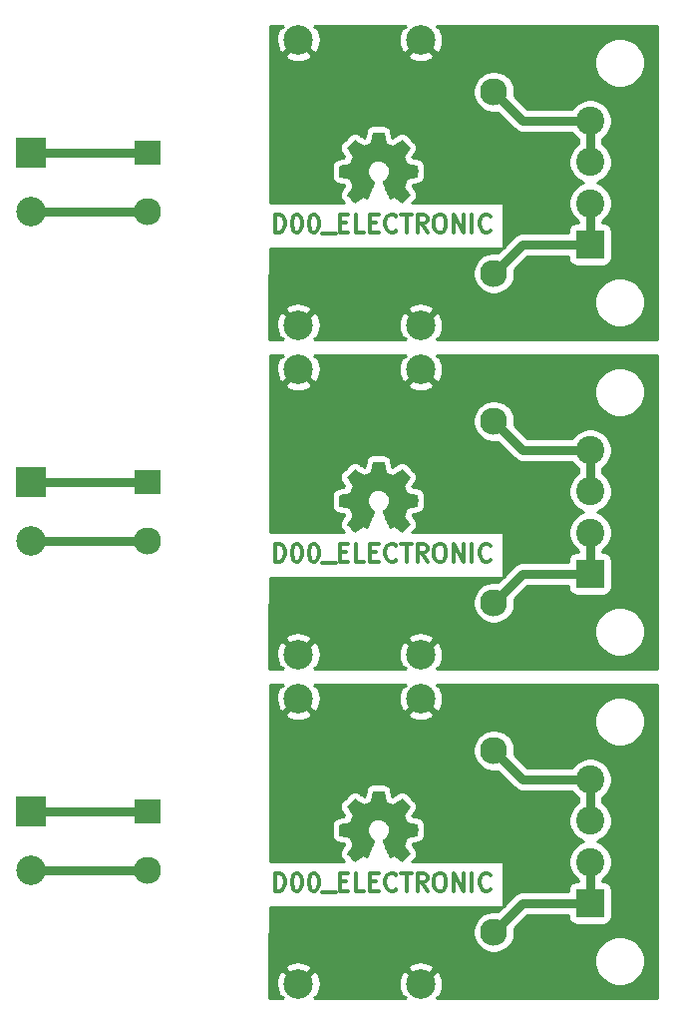
<source format=gbr>
G04 #@! TF.GenerationSoftware,KiCad,Pcbnew,5.1.5-52549c5~86~ubuntu18.04.1*
G04 #@! TF.CreationDate,2020-10-04T22:34:53-05:00*
G04 #@! TF.ProjectId,,58585858-5858-4585-9858-585858585858,rev?*
G04 #@! TF.SameCoordinates,Original*
G04 #@! TF.FileFunction,Copper,L1,Top*
G04 #@! TF.FilePolarity,Positive*
%FSLAX46Y46*%
G04 Gerber Fmt 4.6, Leading zero omitted, Abs format (unit mm)*
G04 Created by KiCad (PCBNEW 5.1.5-52549c5~86~ubuntu18.04.1) date 2020-10-04 22:34:53*
%MOMM*%
%LPD*%
G04 APERTURE LIST*
%ADD10C,0.300000*%
%ADD11C,0.010000*%
%ADD12C,2.499360*%
%ADD13R,2.500000X2.500000*%
%ADD14C,2.500000*%
%ADD15C,2.300000*%
%ADD16R,2.300000X2.000000*%
%ADD17R,2.400000X2.400000*%
%ADD18C,2.400000*%
%ADD19C,0.750000*%
%ADD20C,0.254000*%
G04 APERTURE END LIST*
D10*
X107767657Y-113950371D02*
X107767657Y-112450371D01*
X108124800Y-112450371D01*
X108339085Y-112521800D01*
X108481942Y-112664657D01*
X108553371Y-112807514D01*
X108624800Y-113093228D01*
X108624800Y-113307514D01*
X108553371Y-113593228D01*
X108481942Y-113736085D01*
X108339085Y-113878942D01*
X108124800Y-113950371D01*
X107767657Y-113950371D01*
X109553371Y-112450371D02*
X109696228Y-112450371D01*
X109839085Y-112521800D01*
X109910514Y-112593228D01*
X109981942Y-112736085D01*
X110053371Y-113021800D01*
X110053371Y-113378942D01*
X109981942Y-113664657D01*
X109910514Y-113807514D01*
X109839085Y-113878942D01*
X109696228Y-113950371D01*
X109553371Y-113950371D01*
X109410514Y-113878942D01*
X109339085Y-113807514D01*
X109267657Y-113664657D01*
X109196228Y-113378942D01*
X109196228Y-113021800D01*
X109267657Y-112736085D01*
X109339085Y-112593228D01*
X109410514Y-112521800D01*
X109553371Y-112450371D01*
X110981942Y-112450371D02*
X111124800Y-112450371D01*
X111267657Y-112521800D01*
X111339085Y-112593228D01*
X111410514Y-112736085D01*
X111481942Y-113021800D01*
X111481942Y-113378942D01*
X111410514Y-113664657D01*
X111339085Y-113807514D01*
X111267657Y-113878942D01*
X111124800Y-113950371D01*
X110981942Y-113950371D01*
X110839085Y-113878942D01*
X110767657Y-113807514D01*
X110696228Y-113664657D01*
X110624800Y-113378942D01*
X110624800Y-113021800D01*
X110696228Y-112736085D01*
X110767657Y-112593228D01*
X110839085Y-112521800D01*
X110981942Y-112450371D01*
X111767657Y-114093228D02*
X112910514Y-114093228D01*
X113267657Y-113164657D02*
X113767657Y-113164657D01*
X113981942Y-113950371D02*
X113267657Y-113950371D01*
X113267657Y-112450371D01*
X113981942Y-112450371D01*
X115339085Y-113950371D02*
X114624800Y-113950371D01*
X114624800Y-112450371D01*
X115839085Y-113164657D02*
X116339085Y-113164657D01*
X116553371Y-113950371D02*
X115839085Y-113950371D01*
X115839085Y-112450371D01*
X116553371Y-112450371D01*
X118053371Y-113807514D02*
X117981942Y-113878942D01*
X117767657Y-113950371D01*
X117624800Y-113950371D01*
X117410514Y-113878942D01*
X117267657Y-113736085D01*
X117196228Y-113593228D01*
X117124800Y-113307514D01*
X117124800Y-113093228D01*
X117196228Y-112807514D01*
X117267657Y-112664657D01*
X117410514Y-112521800D01*
X117624800Y-112450371D01*
X117767657Y-112450371D01*
X117981942Y-112521800D01*
X118053371Y-112593228D01*
X118481942Y-112450371D02*
X119339085Y-112450371D01*
X118910514Y-113950371D02*
X118910514Y-112450371D01*
X120696228Y-113950371D02*
X120196228Y-113236085D01*
X119839085Y-113950371D02*
X119839085Y-112450371D01*
X120410514Y-112450371D01*
X120553371Y-112521800D01*
X120624800Y-112593228D01*
X120696228Y-112736085D01*
X120696228Y-112950371D01*
X120624800Y-113093228D01*
X120553371Y-113164657D01*
X120410514Y-113236085D01*
X119839085Y-113236085D01*
X121624800Y-112450371D02*
X121910514Y-112450371D01*
X122053371Y-112521800D01*
X122196228Y-112664657D01*
X122267657Y-112950371D01*
X122267657Y-113450371D01*
X122196228Y-113736085D01*
X122053371Y-113878942D01*
X121910514Y-113950371D01*
X121624800Y-113950371D01*
X121481942Y-113878942D01*
X121339085Y-113736085D01*
X121267657Y-113450371D01*
X121267657Y-112950371D01*
X121339085Y-112664657D01*
X121481942Y-112521800D01*
X121624800Y-112450371D01*
X122910514Y-113950371D02*
X122910514Y-112450371D01*
X123767657Y-113950371D01*
X123767657Y-112450371D01*
X124481942Y-113950371D02*
X124481942Y-112450371D01*
X126053371Y-113807514D02*
X125981942Y-113878942D01*
X125767657Y-113950371D01*
X125624800Y-113950371D01*
X125410514Y-113878942D01*
X125267657Y-113736085D01*
X125196228Y-113593228D01*
X125124800Y-113307514D01*
X125124800Y-113093228D01*
X125196228Y-112807514D01*
X125267657Y-112664657D01*
X125410514Y-112521800D01*
X125624800Y-112450371D01*
X125767657Y-112450371D01*
X125981942Y-112521800D01*
X126053371Y-112593228D01*
X107767657Y-86010371D02*
X107767657Y-84510371D01*
X108124800Y-84510371D01*
X108339085Y-84581800D01*
X108481942Y-84724657D01*
X108553371Y-84867514D01*
X108624800Y-85153228D01*
X108624800Y-85367514D01*
X108553371Y-85653228D01*
X108481942Y-85796085D01*
X108339085Y-85938942D01*
X108124800Y-86010371D01*
X107767657Y-86010371D01*
X109553371Y-84510371D02*
X109696228Y-84510371D01*
X109839085Y-84581800D01*
X109910514Y-84653228D01*
X109981942Y-84796085D01*
X110053371Y-85081800D01*
X110053371Y-85438942D01*
X109981942Y-85724657D01*
X109910514Y-85867514D01*
X109839085Y-85938942D01*
X109696228Y-86010371D01*
X109553371Y-86010371D01*
X109410514Y-85938942D01*
X109339085Y-85867514D01*
X109267657Y-85724657D01*
X109196228Y-85438942D01*
X109196228Y-85081800D01*
X109267657Y-84796085D01*
X109339085Y-84653228D01*
X109410514Y-84581800D01*
X109553371Y-84510371D01*
X110981942Y-84510371D02*
X111124800Y-84510371D01*
X111267657Y-84581800D01*
X111339085Y-84653228D01*
X111410514Y-84796085D01*
X111481942Y-85081800D01*
X111481942Y-85438942D01*
X111410514Y-85724657D01*
X111339085Y-85867514D01*
X111267657Y-85938942D01*
X111124800Y-86010371D01*
X110981942Y-86010371D01*
X110839085Y-85938942D01*
X110767657Y-85867514D01*
X110696228Y-85724657D01*
X110624800Y-85438942D01*
X110624800Y-85081800D01*
X110696228Y-84796085D01*
X110767657Y-84653228D01*
X110839085Y-84581800D01*
X110981942Y-84510371D01*
X111767657Y-86153228D02*
X112910514Y-86153228D01*
X113267657Y-85224657D02*
X113767657Y-85224657D01*
X113981942Y-86010371D02*
X113267657Y-86010371D01*
X113267657Y-84510371D01*
X113981942Y-84510371D01*
X115339085Y-86010371D02*
X114624800Y-86010371D01*
X114624800Y-84510371D01*
X115839085Y-85224657D02*
X116339085Y-85224657D01*
X116553371Y-86010371D02*
X115839085Y-86010371D01*
X115839085Y-84510371D01*
X116553371Y-84510371D01*
X118053371Y-85867514D02*
X117981942Y-85938942D01*
X117767657Y-86010371D01*
X117624800Y-86010371D01*
X117410514Y-85938942D01*
X117267657Y-85796085D01*
X117196228Y-85653228D01*
X117124800Y-85367514D01*
X117124800Y-85153228D01*
X117196228Y-84867514D01*
X117267657Y-84724657D01*
X117410514Y-84581800D01*
X117624800Y-84510371D01*
X117767657Y-84510371D01*
X117981942Y-84581800D01*
X118053371Y-84653228D01*
X118481942Y-84510371D02*
X119339085Y-84510371D01*
X118910514Y-86010371D02*
X118910514Y-84510371D01*
X120696228Y-86010371D02*
X120196228Y-85296085D01*
X119839085Y-86010371D02*
X119839085Y-84510371D01*
X120410514Y-84510371D01*
X120553371Y-84581800D01*
X120624800Y-84653228D01*
X120696228Y-84796085D01*
X120696228Y-85010371D01*
X120624800Y-85153228D01*
X120553371Y-85224657D01*
X120410514Y-85296085D01*
X119839085Y-85296085D01*
X121624800Y-84510371D02*
X121910514Y-84510371D01*
X122053371Y-84581800D01*
X122196228Y-84724657D01*
X122267657Y-85010371D01*
X122267657Y-85510371D01*
X122196228Y-85796085D01*
X122053371Y-85938942D01*
X121910514Y-86010371D01*
X121624800Y-86010371D01*
X121481942Y-85938942D01*
X121339085Y-85796085D01*
X121267657Y-85510371D01*
X121267657Y-85010371D01*
X121339085Y-84724657D01*
X121481942Y-84581800D01*
X121624800Y-84510371D01*
X122910514Y-86010371D02*
X122910514Y-84510371D01*
X123767657Y-86010371D01*
X123767657Y-84510371D01*
X124481942Y-86010371D02*
X124481942Y-84510371D01*
X126053371Y-85867514D02*
X125981942Y-85938942D01*
X125767657Y-86010371D01*
X125624800Y-86010371D01*
X125410514Y-85938942D01*
X125267657Y-85796085D01*
X125196228Y-85653228D01*
X125124800Y-85367514D01*
X125124800Y-85153228D01*
X125196228Y-84867514D01*
X125267657Y-84724657D01*
X125410514Y-84581800D01*
X125624800Y-84510371D01*
X125767657Y-84510371D01*
X125981942Y-84581800D01*
X126053371Y-84653228D01*
X107767657Y-58070371D02*
X107767657Y-56570371D01*
X108124800Y-56570371D01*
X108339085Y-56641800D01*
X108481942Y-56784657D01*
X108553371Y-56927514D01*
X108624800Y-57213228D01*
X108624800Y-57427514D01*
X108553371Y-57713228D01*
X108481942Y-57856085D01*
X108339085Y-57998942D01*
X108124800Y-58070371D01*
X107767657Y-58070371D01*
X109553371Y-56570371D02*
X109696228Y-56570371D01*
X109839085Y-56641800D01*
X109910514Y-56713228D01*
X109981942Y-56856085D01*
X110053371Y-57141800D01*
X110053371Y-57498942D01*
X109981942Y-57784657D01*
X109910514Y-57927514D01*
X109839085Y-57998942D01*
X109696228Y-58070371D01*
X109553371Y-58070371D01*
X109410514Y-57998942D01*
X109339085Y-57927514D01*
X109267657Y-57784657D01*
X109196228Y-57498942D01*
X109196228Y-57141800D01*
X109267657Y-56856085D01*
X109339085Y-56713228D01*
X109410514Y-56641800D01*
X109553371Y-56570371D01*
X110981942Y-56570371D02*
X111124800Y-56570371D01*
X111267657Y-56641800D01*
X111339085Y-56713228D01*
X111410514Y-56856085D01*
X111481942Y-57141800D01*
X111481942Y-57498942D01*
X111410514Y-57784657D01*
X111339085Y-57927514D01*
X111267657Y-57998942D01*
X111124800Y-58070371D01*
X110981942Y-58070371D01*
X110839085Y-57998942D01*
X110767657Y-57927514D01*
X110696228Y-57784657D01*
X110624800Y-57498942D01*
X110624800Y-57141800D01*
X110696228Y-56856085D01*
X110767657Y-56713228D01*
X110839085Y-56641800D01*
X110981942Y-56570371D01*
X111767657Y-58213228D02*
X112910514Y-58213228D01*
X113267657Y-57284657D02*
X113767657Y-57284657D01*
X113981942Y-58070371D02*
X113267657Y-58070371D01*
X113267657Y-56570371D01*
X113981942Y-56570371D01*
X115339085Y-58070371D02*
X114624800Y-58070371D01*
X114624800Y-56570371D01*
X115839085Y-57284657D02*
X116339085Y-57284657D01*
X116553371Y-58070371D02*
X115839085Y-58070371D01*
X115839085Y-56570371D01*
X116553371Y-56570371D01*
X118053371Y-57927514D02*
X117981942Y-57998942D01*
X117767657Y-58070371D01*
X117624800Y-58070371D01*
X117410514Y-57998942D01*
X117267657Y-57856085D01*
X117196228Y-57713228D01*
X117124800Y-57427514D01*
X117124800Y-57213228D01*
X117196228Y-56927514D01*
X117267657Y-56784657D01*
X117410514Y-56641800D01*
X117624800Y-56570371D01*
X117767657Y-56570371D01*
X117981942Y-56641800D01*
X118053371Y-56713228D01*
X118481942Y-56570371D02*
X119339085Y-56570371D01*
X118910514Y-58070371D02*
X118910514Y-56570371D01*
X120696228Y-58070371D02*
X120196228Y-57356085D01*
X119839085Y-58070371D02*
X119839085Y-56570371D01*
X120410514Y-56570371D01*
X120553371Y-56641800D01*
X120624800Y-56713228D01*
X120696228Y-56856085D01*
X120696228Y-57070371D01*
X120624800Y-57213228D01*
X120553371Y-57284657D01*
X120410514Y-57356085D01*
X119839085Y-57356085D01*
X121624800Y-56570371D02*
X121910514Y-56570371D01*
X122053371Y-56641800D01*
X122196228Y-56784657D01*
X122267657Y-57070371D01*
X122267657Y-57570371D01*
X122196228Y-57856085D01*
X122053371Y-57998942D01*
X121910514Y-58070371D01*
X121624800Y-58070371D01*
X121481942Y-57998942D01*
X121339085Y-57856085D01*
X121267657Y-57570371D01*
X121267657Y-57070371D01*
X121339085Y-56784657D01*
X121481942Y-56641800D01*
X121624800Y-56570371D01*
X122910514Y-58070371D02*
X122910514Y-56570371D01*
X123767657Y-58070371D01*
X123767657Y-56570371D01*
X124481942Y-58070371D02*
X124481942Y-56570371D01*
X126053371Y-57927514D02*
X125981942Y-57998942D01*
X125767657Y-58070371D01*
X125624800Y-58070371D01*
X125410514Y-57998942D01*
X125267657Y-57856085D01*
X125196228Y-57713228D01*
X125124800Y-57427514D01*
X125124800Y-57213228D01*
X125196228Y-56927514D01*
X125267657Y-56784657D01*
X125410514Y-56641800D01*
X125624800Y-56570371D01*
X125767657Y-56570371D01*
X125981942Y-56641800D01*
X126053371Y-56713228D01*
D11*
G36*
X117075014Y-105940131D02*
G01*
X117158835Y-106384755D01*
X117468120Y-106512253D01*
X117777406Y-106639751D01*
X118148446Y-106387446D01*
X118252357Y-106317196D01*
X118346287Y-106254472D01*
X118425852Y-106202138D01*
X118486670Y-106163057D01*
X118524357Y-106140093D01*
X118534621Y-106135142D01*
X118553110Y-106147876D01*
X118592620Y-106183082D01*
X118648722Y-106236262D01*
X118716987Y-106302918D01*
X118792986Y-106378554D01*
X118872292Y-106458672D01*
X118950475Y-106538774D01*
X119023107Y-106614364D01*
X119085759Y-106680945D01*
X119134003Y-106734018D01*
X119163410Y-106769087D01*
X119170441Y-106780823D01*
X119160323Y-106802460D01*
X119131959Y-106849862D01*
X119088329Y-106918393D01*
X119032418Y-107003415D01*
X118967206Y-107100293D01*
X118929419Y-107155550D01*
X118860543Y-107256448D01*
X118799340Y-107347499D01*
X118748778Y-107424170D01*
X118711828Y-107481928D01*
X118691458Y-107516243D01*
X118688397Y-107523454D01*
X118695336Y-107543948D01*
X118714251Y-107591713D01*
X118742287Y-107660032D01*
X118776591Y-107742189D01*
X118814309Y-107831470D01*
X118852587Y-107921158D01*
X118888570Y-108004538D01*
X118919406Y-108074894D01*
X118942239Y-108125510D01*
X118954217Y-108149671D01*
X118954924Y-108150622D01*
X118973731Y-108155236D01*
X119023818Y-108165528D01*
X119099993Y-108180487D01*
X119197065Y-108199101D01*
X119309843Y-108220359D01*
X119375642Y-108232618D01*
X119496150Y-108255562D01*
X119604997Y-108277395D01*
X119696676Y-108296922D01*
X119765681Y-108312948D01*
X119806504Y-108324279D01*
X119814711Y-108327874D01*
X119822748Y-108352206D01*
X119829233Y-108407159D01*
X119834170Y-108486308D01*
X119837564Y-108583226D01*
X119839418Y-108691487D01*
X119839738Y-108804665D01*
X119838527Y-108916335D01*
X119835790Y-109020068D01*
X119831531Y-109109441D01*
X119825755Y-109178026D01*
X119818467Y-109219397D01*
X119814095Y-109228010D01*
X119787964Y-109238333D01*
X119732593Y-109253092D01*
X119655307Y-109270552D01*
X119563430Y-109288980D01*
X119531358Y-109294941D01*
X119376724Y-109323266D01*
X119254575Y-109346076D01*
X119160873Y-109364280D01*
X119091584Y-109378783D01*
X119042671Y-109390492D01*
X119010097Y-109400315D01*
X118989828Y-109409156D01*
X118977826Y-109417924D01*
X118976147Y-109419657D01*
X118959384Y-109447571D01*
X118933814Y-109501895D01*
X118901988Y-109575977D01*
X118866460Y-109663165D01*
X118829783Y-109756808D01*
X118794511Y-109850252D01*
X118763196Y-109936847D01*
X118738393Y-110009940D01*
X118722654Y-110062878D01*
X118718532Y-110089011D01*
X118718876Y-110089926D01*
X118732841Y-110111286D01*
X118764522Y-110158284D01*
X118810591Y-110226027D01*
X118867718Y-110309623D01*
X118932573Y-110404182D01*
X118951043Y-110431054D01*
X119016899Y-110528475D01*
X119074850Y-110617363D01*
X119121738Y-110692612D01*
X119154407Y-110749120D01*
X119169700Y-110781781D01*
X119170441Y-110785793D01*
X119157592Y-110806884D01*
X119122088Y-110848664D01*
X119068493Y-110906645D01*
X119001371Y-110976335D01*
X118925287Y-111053245D01*
X118844804Y-111132883D01*
X118764487Y-111210761D01*
X118688899Y-111282386D01*
X118622605Y-111343270D01*
X118570169Y-111388921D01*
X118536155Y-111414850D01*
X118526745Y-111419083D01*
X118504843Y-111409112D01*
X118460000Y-111382220D01*
X118399521Y-111342936D01*
X118352989Y-111311317D01*
X118268675Y-111253298D01*
X118168826Y-111184984D01*
X118068673Y-111116779D01*
X118014827Y-111080275D01*
X117832571Y-110957000D01*
X117679581Y-111039720D01*
X117609882Y-111075959D01*
X117550614Y-111104126D01*
X117510511Y-111120191D01*
X117500303Y-111122426D01*
X117488029Y-111105922D01*
X117463813Y-111059282D01*
X117429463Y-110986809D01*
X117386788Y-110892806D01*
X117337594Y-110781574D01*
X117283690Y-110657415D01*
X117226884Y-110524632D01*
X117168982Y-110387527D01*
X117111793Y-110250402D01*
X117057124Y-110117558D01*
X117006784Y-109993298D01*
X116962580Y-109881925D01*
X116926319Y-109787739D01*
X116899809Y-109715044D01*
X116884858Y-109668141D01*
X116882454Y-109652033D01*
X116901511Y-109631486D01*
X116943236Y-109598133D01*
X116998906Y-109558902D01*
X117003578Y-109555799D01*
X117147464Y-109440623D01*
X117263483Y-109306253D01*
X117350630Y-109156984D01*
X117407899Y-108997113D01*
X117434286Y-108830937D01*
X117428785Y-108662752D01*
X117390390Y-108496855D01*
X117318095Y-108337542D01*
X117296826Y-108302687D01*
X117186196Y-108161937D01*
X117055502Y-108048914D01*
X116909264Y-107964203D01*
X116752008Y-107908394D01*
X116588257Y-107882074D01*
X116422533Y-107885830D01*
X116259362Y-107920250D01*
X116103265Y-107985923D01*
X115958767Y-108083435D01*
X115914069Y-108123013D01*
X115800312Y-108246903D01*
X115717418Y-108377324D01*
X115660556Y-108523515D01*
X115628887Y-108668288D01*
X115621069Y-108831060D01*
X115647138Y-108994640D01*
X115704445Y-109153498D01*
X115790344Y-109302106D01*
X115902186Y-109434935D01*
X116037323Y-109546456D01*
X116055083Y-109558211D01*
X116111350Y-109596708D01*
X116154123Y-109630063D01*
X116174572Y-109651360D01*
X116174869Y-109652033D01*
X116170479Y-109675071D01*
X116153076Y-109727357D01*
X116124468Y-109804590D01*
X116086465Y-109902468D01*
X116040874Y-110016691D01*
X115989503Y-110142958D01*
X115934162Y-110276967D01*
X115876658Y-110414418D01*
X115818801Y-110551008D01*
X115762398Y-110682437D01*
X115709258Y-110804405D01*
X115661190Y-110912609D01*
X115620001Y-111002749D01*
X115587501Y-111070523D01*
X115565497Y-111111630D01*
X115556636Y-111122426D01*
X115529560Y-111114019D01*
X115478897Y-111091472D01*
X115413383Y-111058813D01*
X115377359Y-111039720D01*
X115224368Y-110957000D01*
X115042112Y-111080275D01*
X114949075Y-111143428D01*
X114847215Y-111212927D01*
X114751762Y-111278365D01*
X114703950Y-111311317D01*
X114636705Y-111356473D01*
X114579764Y-111392257D01*
X114540554Y-111414138D01*
X114527819Y-111418763D01*
X114509283Y-111406285D01*
X114468259Y-111371452D01*
X114408725Y-111317878D01*
X114334658Y-111249183D01*
X114250035Y-111168981D01*
X114196515Y-111117486D01*
X114102881Y-111025486D01*
X114021959Y-110943199D01*
X113957023Y-110874145D01*
X113911342Y-110821844D01*
X113888189Y-110789816D01*
X113885968Y-110783316D01*
X113896276Y-110758594D01*
X113924761Y-110708605D01*
X113968263Y-110638412D01*
X114023623Y-110553075D01*
X114087680Y-110457656D01*
X114105897Y-110431054D01*
X114172273Y-110334367D01*
X114231822Y-110247317D01*
X114281216Y-110174795D01*
X114317125Y-110121693D01*
X114336219Y-110092903D01*
X114338064Y-110089926D01*
X114335305Y-110066982D01*
X114320662Y-110016536D01*
X114296687Y-109945241D01*
X114265934Y-109859747D01*
X114230956Y-109766707D01*
X114194307Y-109672774D01*
X114158539Y-109584599D01*
X114126206Y-109508834D01*
X114099862Y-109452131D01*
X114082058Y-109421143D01*
X114080793Y-109419657D01*
X114069906Y-109410801D01*
X114051518Y-109402043D01*
X114021594Y-109392477D01*
X113976097Y-109381196D01*
X113910991Y-109367293D01*
X113822239Y-109349863D01*
X113705807Y-109327998D01*
X113557658Y-109300791D01*
X113525582Y-109294941D01*
X113430514Y-109276574D01*
X113347635Y-109258605D01*
X113284270Y-109242769D01*
X113247742Y-109230800D01*
X113242844Y-109228010D01*
X113234773Y-109203272D01*
X113228213Y-109147990D01*
X113223167Y-109068589D01*
X113219641Y-108971496D01*
X113217639Y-108863138D01*
X113217164Y-108749940D01*
X113218223Y-108638328D01*
X113220818Y-108534729D01*
X113224954Y-108445568D01*
X113230637Y-108377272D01*
X113237869Y-108336266D01*
X113242229Y-108327874D01*
X113266502Y-108319408D01*
X113321774Y-108305635D01*
X113402538Y-108287750D01*
X113503288Y-108266948D01*
X113618517Y-108244423D01*
X113681298Y-108232618D01*
X113800413Y-108210351D01*
X113906635Y-108190179D01*
X113994773Y-108173115D01*
X114059634Y-108160169D01*
X114096026Y-108152355D01*
X114102016Y-108150622D01*
X114112139Y-108131090D01*
X114133538Y-108084043D01*
X114163361Y-108016203D01*
X114198755Y-107934291D01*
X114236868Y-107845028D01*
X114274847Y-107755135D01*
X114309840Y-107671335D01*
X114338994Y-107600347D01*
X114359457Y-107548894D01*
X114368377Y-107523697D01*
X114368543Y-107522596D01*
X114358431Y-107502719D01*
X114330083Y-107456977D01*
X114286477Y-107389917D01*
X114230594Y-107306084D01*
X114165413Y-107210026D01*
X114127521Y-107154850D01*
X114058475Y-107053681D01*
X113997150Y-106961830D01*
X113946537Y-106883944D01*
X113909629Y-106824669D01*
X113889418Y-106788651D01*
X113886499Y-106780577D01*
X113899047Y-106761784D01*
X113933737Y-106721657D01*
X113986137Y-106664693D01*
X114051816Y-106595385D01*
X114126344Y-106518231D01*
X114205287Y-106437725D01*
X114284217Y-106358363D01*
X114358700Y-106284640D01*
X114424306Y-106221052D01*
X114476604Y-106172094D01*
X114511161Y-106142261D01*
X114522722Y-106135142D01*
X114541546Y-106145153D01*
X114586569Y-106173278D01*
X114653413Y-106216654D01*
X114737701Y-106272418D01*
X114835056Y-106337706D01*
X114908493Y-106387446D01*
X115279533Y-106639751D01*
X115898105Y-106384755D01*
X115981925Y-105940131D01*
X116065746Y-105495507D01*
X116991194Y-105495507D01*
X117075014Y-105940131D01*
G37*
X117075014Y-105940131D02*
X117158835Y-106384755D01*
X117468120Y-106512253D01*
X117777406Y-106639751D01*
X118148446Y-106387446D01*
X118252357Y-106317196D01*
X118346287Y-106254472D01*
X118425852Y-106202138D01*
X118486670Y-106163057D01*
X118524357Y-106140093D01*
X118534621Y-106135142D01*
X118553110Y-106147876D01*
X118592620Y-106183082D01*
X118648722Y-106236262D01*
X118716987Y-106302918D01*
X118792986Y-106378554D01*
X118872292Y-106458672D01*
X118950475Y-106538774D01*
X119023107Y-106614364D01*
X119085759Y-106680945D01*
X119134003Y-106734018D01*
X119163410Y-106769087D01*
X119170441Y-106780823D01*
X119160323Y-106802460D01*
X119131959Y-106849862D01*
X119088329Y-106918393D01*
X119032418Y-107003415D01*
X118967206Y-107100293D01*
X118929419Y-107155550D01*
X118860543Y-107256448D01*
X118799340Y-107347499D01*
X118748778Y-107424170D01*
X118711828Y-107481928D01*
X118691458Y-107516243D01*
X118688397Y-107523454D01*
X118695336Y-107543948D01*
X118714251Y-107591713D01*
X118742287Y-107660032D01*
X118776591Y-107742189D01*
X118814309Y-107831470D01*
X118852587Y-107921158D01*
X118888570Y-108004538D01*
X118919406Y-108074894D01*
X118942239Y-108125510D01*
X118954217Y-108149671D01*
X118954924Y-108150622D01*
X118973731Y-108155236D01*
X119023818Y-108165528D01*
X119099993Y-108180487D01*
X119197065Y-108199101D01*
X119309843Y-108220359D01*
X119375642Y-108232618D01*
X119496150Y-108255562D01*
X119604997Y-108277395D01*
X119696676Y-108296922D01*
X119765681Y-108312948D01*
X119806504Y-108324279D01*
X119814711Y-108327874D01*
X119822748Y-108352206D01*
X119829233Y-108407159D01*
X119834170Y-108486308D01*
X119837564Y-108583226D01*
X119839418Y-108691487D01*
X119839738Y-108804665D01*
X119838527Y-108916335D01*
X119835790Y-109020068D01*
X119831531Y-109109441D01*
X119825755Y-109178026D01*
X119818467Y-109219397D01*
X119814095Y-109228010D01*
X119787964Y-109238333D01*
X119732593Y-109253092D01*
X119655307Y-109270552D01*
X119563430Y-109288980D01*
X119531358Y-109294941D01*
X119376724Y-109323266D01*
X119254575Y-109346076D01*
X119160873Y-109364280D01*
X119091584Y-109378783D01*
X119042671Y-109390492D01*
X119010097Y-109400315D01*
X118989828Y-109409156D01*
X118977826Y-109417924D01*
X118976147Y-109419657D01*
X118959384Y-109447571D01*
X118933814Y-109501895D01*
X118901988Y-109575977D01*
X118866460Y-109663165D01*
X118829783Y-109756808D01*
X118794511Y-109850252D01*
X118763196Y-109936847D01*
X118738393Y-110009940D01*
X118722654Y-110062878D01*
X118718532Y-110089011D01*
X118718876Y-110089926D01*
X118732841Y-110111286D01*
X118764522Y-110158284D01*
X118810591Y-110226027D01*
X118867718Y-110309623D01*
X118932573Y-110404182D01*
X118951043Y-110431054D01*
X119016899Y-110528475D01*
X119074850Y-110617363D01*
X119121738Y-110692612D01*
X119154407Y-110749120D01*
X119169700Y-110781781D01*
X119170441Y-110785793D01*
X119157592Y-110806884D01*
X119122088Y-110848664D01*
X119068493Y-110906645D01*
X119001371Y-110976335D01*
X118925287Y-111053245D01*
X118844804Y-111132883D01*
X118764487Y-111210761D01*
X118688899Y-111282386D01*
X118622605Y-111343270D01*
X118570169Y-111388921D01*
X118536155Y-111414850D01*
X118526745Y-111419083D01*
X118504843Y-111409112D01*
X118460000Y-111382220D01*
X118399521Y-111342936D01*
X118352989Y-111311317D01*
X118268675Y-111253298D01*
X118168826Y-111184984D01*
X118068673Y-111116779D01*
X118014827Y-111080275D01*
X117832571Y-110957000D01*
X117679581Y-111039720D01*
X117609882Y-111075959D01*
X117550614Y-111104126D01*
X117510511Y-111120191D01*
X117500303Y-111122426D01*
X117488029Y-111105922D01*
X117463813Y-111059282D01*
X117429463Y-110986809D01*
X117386788Y-110892806D01*
X117337594Y-110781574D01*
X117283690Y-110657415D01*
X117226884Y-110524632D01*
X117168982Y-110387527D01*
X117111793Y-110250402D01*
X117057124Y-110117558D01*
X117006784Y-109993298D01*
X116962580Y-109881925D01*
X116926319Y-109787739D01*
X116899809Y-109715044D01*
X116884858Y-109668141D01*
X116882454Y-109652033D01*
X116901511Y-109631486D01*
X116943236Y-109598133D01*
X116998906Y-109558902D01*
X117003578Y-109555799D01*
X117147464Y-109440623D01*
X117263483Y-109306253D01*
X117350630Y-109156984D01*
X117407899Y-108997113D01*
X117434286Y-108830937D01*
X117428785Y-108662752D01*
X117390390Y-108496855D01*
X117318095Y-108337542D01*
X117296826Y-108302687D01*
X117186196Y-108161937D01*
X117055502Y-108048914D01*
X116909264Y-107964203D01*
X116752008Y-107908394D01*
X116588257Y-107882074D01*
X116422533Y-107885830D01*
X116259362Y-107920250D01*
X116103265Y-107985923D01*
X115958767Y-108083435D01*
X115914069Y-108123013D01*
X115800312Y-108246903D01*
X115717418Y-108377324D01*
X115660556Y-108523515D01*
X115628887Y-108668288D01*
X115621069Y-108831060D01*
X115647138Y-108994640D01*
X115704445Y-109153498D01*
X115790344Y-109302106D01*
X115902186Y-109434935D01*
X116037323Y-109546456D01*
X116055083Y-109558211D01*
X116111350Y-109596708D01*
X116154123Y-109630063D01*
X116174572Y-109651360D01*
X116174869Y-109652033D01*
X116170479Y-109675071D01*
X116153076Y-109727357D01*
X116124468Y-109804590D01*
X116086465Y-109902468D01*
X116040874Y-110016691D01*
X115989503Y-110142958D01*
X115934162Y-110276967D01*
X115876658Y-110414418D01*
X115818801Y-110551008D01*
X115762398Y-110682437D01*
X115709258Y-110804405D01*
X115661190Y-110912609D01*
X115620001Y-111002749D01*
X115587501Y-111070523D01*
X115565497Y-111111630D01*
X115556636Y-111122426D01*
X115529560Y-111114019D01*
X115478897Y-111091472D01*
X115413383Y-111058813D01*
X115377359Y-111039720D01*
X115224368Y-110957000D01*
X115042112Y-111080275D01*
X114949075Y-111143428D01*
X114847215Y-111212927D01*
X114751762Y-111278365D01*
X114703950Y-111311317D01*
X114636705Y-111356473D01*
X114579764Y-111392257D01*
X114540554Y-111414138D01*
X114527819Y-111418763D01*
X114509283Y-111406285D01*
X114468259Y-111371452D01*
X114408725Y-111317878D01*
X114334658Y-111249183D01*
X114250035Y-111168981D01*
X114196515Y-111117486D01*
X114102881Y-111025486D01*
X114021959Y-110943199D01*
X113957023Y-110874145D01*
X113911342Y-110821844D01*
X113888189Y-110789816D01*
X113885968Y-110783316D01*
X113896276Y-110758594D01*
X113924761Y-110708605D01*
X113968263Y-110638412D01*
X114023623Y-110553075D01*
X114087680Y-110457656D01*
X114105897Y-110431054D01*
X114172273Y-110334367D01*
X114231822Y-110247317D01*
X114281216Y-110174795D01*
X114317125Y-110121693D01*
X114336219Y-110092903D01*
X114338064Y-110089926D01*
X114335305Y-110066982D01*
X114320662Y-110016536D01*
X114296687Y-109945241D01*
X114265934Y-109859747D01*
X114230956Y-109766707D01*
X114194307Y-109672774D01*
X114158539Y-109584599D01*
X114126206Y-109508834D01*
X114099862Y-109452131D01*
X114082058Y-109421143D01*
X114080793Y-109419657D01*
X114069906Y-109410801D01*
X114051518Y-109402043D01*
X114021594Y-109392477D01*
X113976097Y-109381196D01*
X113910991Y-109367293D01*
X113822239Y-109349863D01*
X113705807Y-109327998D01*
X113557658Y-109300791D01*
X113525582Y-109294941D01*
X113430514Y-109276574D01*
X113347635Y-109258605D01*
X113284270Y-109242769D01*
X113247742Y-109230800D01*
X113242844Y-109228010D01*
X113234773Y-109203272D01*
X113228213Y-109147990D01*
X113223167Y-109068589D01*
X113219641Y-108971496D01*
X113217639Y-108863138D01*
X113217164Y-108749940D01*
X113218223Y-108638328D01*
X113220818Y-108534729D01*
X113224954Y-108445568D01*
X113230637Y-108377272D01*
X113237869Y-108336266D01*
X113242229Y-108327874D01*
X113266502Y-108319408D01*
X113321774Y-108305635D01*
X113402538Y-108287750D01*
X113503288Y-108266948D01*
X113618517Y-108244423D01*
X113681298Y-108232618D01*
X113800413Y-108210351D01*
X113906635Y-108190179D01*
X113994773Y-108173115D01*
X114059634Y-108160169D01*
X114096026Y-108152355D01*
X114102016Y-108150622D01*
X114112139Y-108131090D01*
X114133538Y-108084043D01*
X114163361Y-108016203D01*
X114198755Y-107934291D01*
X114236868Y-107845028D01*
X114274847Y-107755135D01*
X114309840Y-107671335D01*
X114338994Y-107600347D01*
X114359457Y-107548894D01*
X114368377Y-107523697D01*
X114368543Y-107522596D01*
X114358431Y-107502719D01*
X114330083Y-107456977D01*
X114286477Y-107389917D01*
X114230594Y-107306084D01*
X114165413Y-107210026D01*
X114127521Y-107154850D01*
X114058475Y-107053681D01*
X113997150Y-106961830D01*
X113946537Y-106883944D01*
X113909629Y-106824669D01*
X113889418Y-106788651D01*
X113886499Y-106780577D01*
X113899047Y-106761784D01*
X113933737Y-106721657D01*
X113986137Y-106664693D01*
X114051816Y-106595385D01*
X114126344Y-106518231D01*
X114205287Y-106437725D01*
X114284217Y-106358363D01*
X114358700Y-106284640D01*
X114424306Y-106221052D01*
X114476604Y-106172094D01*
X114511161Y-106142261D01*
X114522722Y-106135142D01*
X114541546Y-106145153D01*
X114586569Y-106173278D01*
X114653413Y-106216654D01*
X114737701Y-106272418D01*
X114835056Y-106337706D01*
X114908493Y-106387446D01*
X115279533Y-106639751D01*
X115898105Y-106384755D01*
X115981925Y-105940131D01*
X116065746Y-105495507D01*
X116991194Y-105495507D01*
X117075014Y-105940131D01*
G36*
X117075014Y-78000131D02*
G01*
X117158835Y-78444755D01*
X117468120Y-78572253D01*
X117777406Y-78699751D01*
X118148446Y-78447446D01*
X118252357Y-78377196D01*
X118346287Y-78314472D01*
X118425852Y-78262138D01*
X118486670Y-78223057D01*
X118524357Y-78200093D01*
X118534621Y-78195142D01*
X118553110Y-78207876D01*
X118592620Y-78243082D01*
X118648722Y-78296262D01*
X118716987Y-78362918D01*
X118792986Y-78438554D01*
X118872292Y-78518672D01*
X118950475Y-78598774D01*
X119023107Y-78674364D01*
X119085759Y-78740945D01*
X119134003Y-78794018D01*
X119163410Y-78829087D01*
X119170441Y-78840823D01*
X119160323Y-78862460D01*
X119131959Y-78909862D01*
X119088329Y-78978393D01*
X119032418Y-79063415D01*
X118967206Y-79160293D01*
X118929419Y-79215550D01*
X118860543Y-79316448D01*
X118799340Y-79407499D01*
X118748778Y-79484170D01*
X118711828Y-79541928D01*
X118691458Y-79576243D01*
X118688397Y-79583454D01*
X118695336Y-79603948D01*
X118714251Y-79651713D01*
X118742287Y-79720032D01*
X118776591Y-79802189D01*
X118814309Y-79891470D01*
X118852587Y-79981158D01*
X118888570Y-80064538D01*
X118919406Y-80134894D01*
X118942239Y-80185510D01*
X118954217Y-80209671D01*
X118954924Y-80210622D01*
X118973731Y-80215236D01*
X119023818Y-80225528D01*
X119099993Y-80240487D01*
X119197065Y-80259101D01*
X119309843Y-80280359D01*
X119375642Y-80292618D01*
X119496150Y-80315562D01*
X119604997Y-80337395D01*
X119696676Y-80356922D01*
X119765681Y-80372948D01*
X119806504Y-80384279D01*
X119814711Y-80387874D01*
X119822748Y-80412206D01*
X119829233Y-80467159D01*
X119834170Y-80546308D01*
X119837564Y-80643226D01*
X119839418Y-80751487D01*
X119839738Y-80864665D01*
X119838527Y-80976335D01*
X119835790Y-81080068D01*
X119831531Y-81169441D01*
X119825755Y-81238026D01*
X119818467Y-81279397D01*
X119814095Y-81288010D01*
X119787964Y-81298333D01*
X119732593Y-81313092D01*
X119655307Y-81330552D01*
X119563430Y-81348980D01*
X119531358Y-81354941D01*
X119376724Y-81383266D01*
X119254575Y-81406076D01*
X119160873Y-81424280D01*
X119091584Y-81438783D01*
X119042671Y-81450492D01*
X119010097Y-81460315D01*
X118989828Y-81469156D01*
X118977826Y-81477924D01*
X118976147Y-81479657D01*
X118959384Y-81507571D01*
X118933814Y-81561895D01*
X118901988Y-81635977D01*
X118866460Y-81723165D01*
X118829783Y-81816808D01*
X118794511Y-81910252D01*
X118763196Y-81996847D01*
X118738393Y-82069940D01*
X118722654Y-82122878D01*
X118718532Y-82149011D01*
X118718876Y-82149926D01*
X118732841Y-82171286D01*
X118764522Y-82218284D01*
X118810591Y-82286027D01*
X118867718Y-82369623D01*
X118932573Y-82464182D01*
X118951043Y-82491054D01*
X119016899Y-82588475D01*
X119074850Y-82677363D01*
X119121738Y-82752612D01*
X119154407Y-82809120D01*
X119169700Y-82841781D01*
X119170441Y-82845793D01*
X119157592Y-82866884D01*
X119122088Y-82908664D01*
X119068493Y-82966645D01*
X119001371Y-83036335D01*
X118925287Y-83113245D01*
X118844804Y-83192883D01*
X118764487Y-83270761D01*
X118688899Y-83342386D01*
X118622605Y-83403270D01*
X118570169Y-83448921D01*
X118536155Y-83474850D01*
X118526745Y-83479083D01*
X118504843Y-83469112D01*
X118460000Y-83442220D01*
X118399521Y-83402936D01*
X118352989Y-83371317D01*
X118268675Y-83313298D01*
X118168826Y-83244984D01*
X118068673Y-83176779D01*
X118014827Y-83140275D01*
X117832571Y-83017000D01*
X117679581Y-83099720D01*
X117609882Y-83135959D01*
X117550614Y-83164126D01*
X117510511Y-83180191D01*
X117500303Y-83182426D01*
X117488029Y-83165922D01*
X117463813Y-83119282D01*
X117429463Y-83046809D01*
X117386788Y-82952806D01*
X117337594Y-82841574D01*
X117283690Y-82717415D01*
X117226884Y-82584632D01*
X117168982Y-82447527D01*
X117111793Y-82310402D01*
X117057124Y-82177558D01*
X117006784Y-82053298D01*
X116962580Y-81941925D01*
X116926319Y-81847739D01*
X116899809Y-81775044D01*
X116884858Y-81728141D01*
X116882454Y-81712033D01*
X116901511Y-81691486D01*
X116943236Y-81658133D01*
X116998906Y-81618902D01*
X117003578Y-81615799D01*
X117147464Y-81500623D01*
X117263483Y-81366253D01*
X117350630Y-81216984D01*
X117407899Y-81057113D01*
X117434286Y-80890937D01*
X117428785Y-80722752D01*
X117390390Y-80556855D01*
X117318095Y-80397542D01*
X117296826Y-80362687D01*
X117186196Y-80221937D01*
X117055502Y-80108914D01*
X116909264Y-80024203D01*
X116752008Y-79968394D01*
X116588257Y-79942074D01*
X116422533Y-79945830D01*
X116259362Y-79980250D01*
X116103265Y-80045923D01*
X115958767Y-80143435D01*
X115914069Y-80183013D01*
X115800312Y-80306903D01*
X115717418Y-80437324D01*
X115660556Y-80583515D01*
X115628887Y-80728288D01*
X115621069Y-80891060D01*
X115647138Y-81054640D01*
X115704445Y-81213498D01*
X115790344Y-81362106D01*
X115902186Y-81494935D01*
X116037323Y-81606456D01*
X116055083Y-81618211D01*
X116111350Y-81656708D01*
X116154123Y-81690063D01*
X116174572Y-81711360D01*
X116174869Y-81712033D01*
X116170479Y-81735071D01*
X116153076Y-81787357D01*
X116124468Y-81864590D01*
X116086465Y-81962468D01*
X116040874Y-82076691D01*
X115989503Y-82202958D01*
X115934162Y-82336967D01*
X115876658Y-82474418D01*
X115818801Y-82611008D01*
X115762398Y-82742437D01*
X115709258Y-82864405D01*
X115661190Y-82972609D01*
X115620001Y-83062749D01*
X115587501Y-83130523D01*
X115565497Y-83171630D01*
X115556636Y-83182426D01*
X115529560Y-83174019D01*
X115478897Y-83151472D01*
X115413383Y-83118813D01*
X115377359Y-83099720D01*
X115224368Y-83017000D01*
X115042112Y-83140275D01*
X114949075Y-83203428D01*
X114847215Y-83272927D01*
X114751762Y-83338365D01*
X114703950Y-83371317D01*
X114636705Y-83416473D01*
X114579764Y-83452257D01*
X114540554Y-83474138D01*
X114527819Y-83478763D01*
X114509283Y-83466285D01*
X114468259Y-83431452D01*
X114408725Y-83377878D01*
X114334658Y-83309183D01*
X114250035Y-83228981D01*
X114196515Y-83177486D01*
X114102881Y-83085486D01*
X114021959Y-83003199D01*
X113957023Y-82934145D01*
X113911342Y-82881844D01*
X113888189Y-82849816D01*
X113885968Y-82843316D01*
X113896276Y-82818594D01*
X113924761Y-82768605D01*
X113968263Y-82698412D01*
X114023623Y-82613075D01*
X114087680Y-82517656D01*
X114105897Y-82491054D01*
X114172273Y-82394367D01*
X114231822Y-82307317D01*
X114281216Y-82234795D01*
X114317125Y-82181693D01*
X114336219Y-82152903D01*
X114338064Y-82149926D01*
X114335305Y-82126982D01*
X114320662Y-82076536D01*
X114296687Y-82005241D01*
X114265934Y-81919747D01*
X114230956Y-81826707D01*
X114194307Y-81732774D01*
X114158539Y-81644599D01*
X114126206Y-81568834D01*
X114099862Y-81512131D01*
X114082058Y-81481143D01*
X114080793Y-81479657D01*
X114069906Y-81470801D01*
X114051518Y-81462043D01*
X114021594Y-81452477D01*
X113976097Y-81441196D01*
X113910991Y-81427293D01*
X113822239Y-81409863D01*
X113705807Y-81387998D01*
X113557658Y-81360791D01*
X113525582Y-81354941D01*
X113430514Y-81336574D01*
X113347635Y-81318605D01*
X113284270Y-81302769D01*
X113247742Y-81290800D01*
X113242844Y-81288010D01*
X113234773Y-81263272D01*
X113228213Y-81207990D01*
X113223167Y-81128589D01*
X113219641Y-81031496D01*
X113217639Y-80923138D01*
X113217164Y-80809940D01*
X113218223Y-80698328D01*
X113220818Y-80594729D01*
X113224954Y-80505568D01*
X113230637Y-80437272D01*
X113237869Y-80396266D01*
X113242229Y-80387874D01*
X113266502Y-80379408D01*
X113321774Y-80365635D01*
X113402538Y-80347750D01*
X113503288Y-80326948D01*
X113618517Y-80304423D01*
X113681298Y-80292618D01*
X113800413Y-80270351D01*
X113906635Y-80250179D01*
X113994773Y-80233115D01*
X114059634Y-80220169D01*
X114096026Y-80212355D01*
X114102016Y-80210622D01*
X114112139Y-80191090D01*
X114133538Y-80144043D01*
X114163361Y-80076203D01*
X114198755Y-79994291D01*
X114236868Y-79905028D01*
X114274847Y-79815135D01*
X114309840Y-79731335D01*
X114338994Y-79660347D01*
X114359457Y-79608894D01*
X114368377Y-79583697D01*
X114368543Y-79582596D01*
X114358431Y-79562719D01*
X114330083Y-79516977D01*
X114286477Y-79449917D01*
X114230594Y-79366084D01*
X114165413Y-79270026D01*
X114127521Y-79214850D01*
X114058475Y-79113681D01*
X113997150Y-79021830D01*
X113946537Y-78943944D01*
X113909629Y-78884669D01*
X113889418Y-78848651D01*
X113886499Y-78840577D01*
X113899047Y-78821784D01*
X113933737Y-78781657D01*
X113986137Y-78724693D01*
X114051816Y-78655385D01*
X114126344Y-78578231D01*
X114205287Y-78497725D01*
X114284217Y-78418363D01*
X114358700Y-78344640D01*
X114424306Y-78281052D01*
X114476604Y-78232094D01*
X114511161Y-78202261D01*
X114522722Y-78195142D01*
X114541546Y-78205153D01*
X114586569Y-78233278D01*
X114653413Y-78276654D01*
X114737701Y-78332418D01*
X114835056Y-78397706D01*
X114908493Y-78447446D01*
X115279533Y-78699751D01*
X115898105Y-78444755D01*
X115981925Y-78000131D01*
X116065746Y-77555507D01*
X116991194Y-77555507D01*
X117075014Y-78000131D01*
G37*
X117075014Y-78000131D02*
X117158835Y-78444755D01*
X117468120Y-78572253D01*
X117777406Y-78699751D01*
X118148446Y-78447446D01*
X118252357Y-78377196D01*
X118346287Y-78314472D01*
X118425852Y-78262138D01*
X118486670Y-78223057D01*
X118524357Y-78200093D01*
X118534621Y-78195142D01*
X118553110Y-78207876D01*
X118592620Y-78243082D01*
X118648722Y-78296262D01*
X118716987Y-78362918D01*
X118792986Y-78438554D01*
X118872292Y-78518672D01*
X118950475Y-78598774D01*
X119023107Y-78674364D01*
X119085759Y-78740945D01*
X119134003Y-78794018D01*
X119163410Y-78829087D01*
X119170441Y-78840823D01*
X119160323Y-78862460D01*
X119131959Y-78909862D01*
X119088329Y-78978393D01*
X119032418Y-79063415D01*
X118967206Y-79160293D01*
X118929419Y-79215550D01*
X118860543Y-79316448D01*
X118799340Y-79407499D01*
X118748778Y-79484170D01*
X118711828Y-79541928D01*
X118691458Y-79576243D01*
X118688397Y-79583454D01*
X118695336Y-79603948D01*
X118714251Y-79651713D01*
X118742287Y-79720032D01*
X118776591Y-79802189D01*
X118814309Y-79891470D01*
X118852587Y-79981158D01*
X118888570Y-80064538D01*
X118919406Y-80134894D01*
X118942239Y-80185510D01*
X118954217Y-80209671D01*
X118954924Y-80210622D01*
X118973731Y-80215236D01*
X119023818Y-80225528D01*
X119099993Y-80240487D01*
X119197065Y-80259101D01*
X119309843Y-80280359D01*
X119375642Y-80292618D01*
X119496150Y-80315562D01*
X119604997Y-80337395D01*
X119696676Y-80356922D01*
X119765681Y-80372948D01*
X119806504Y-80384279D01*
X119814711Y-80387874D01*
X119822748Y-80412206D01*
X119829233Y-80467159D01*
X119834170Y-80546308D01*
X119837564Y-80643226D01*
X119839418Y-80751487D01*
X119839738Y-80864665D01*
X119838527Y-80976335D01*
X119835790Y-81080068D01*
X119831531Y-81169441D01*
X119825755Y-81238026D01*
X119818467Y-81279397D01*
X119814095Y-81288010D01*
X119787964Y-81298333D01*
X119732593Y-81313092D01*
X119655307Y-81330552D01*
X119563430Y-81348980D01*
X119531358Y-81354941D01*
X119376724Y-81383266D01*
X119254575Y-81406076D01*
X119160873Y-81424280D01*
X119091584Y-81438783D01*
X119042671Y-81450492D01*
X119010097Y-81460315D01*
X118989828Y-81469156D01*
X118977826Y-81477924D01*
X118976147Y-81479657D01*
X118959384Y-81507571D01*
X118933814Y-81561895D01*
X118901988Y-81635977D01*
X118866460Y-81723165D01*
X118829783Y-81816808D01*
X118794511Y-81910252D01*
X118763196Y-81996847D01*
X118738393Y-82069940D01*
X118722654Y-82122878D01*
X118718532Y-82149011D01*
X118718876Y-82149926D01*
X118732841Y-82171286D01*
X118764522Y-82218284D01*
X118810591Y-82286027D01*
X118867718Y-82369623D01*
X118932573Y-82464182D01*
X118951043Y-82491054D01*
X119016899Y-82588475D01*
X119074850Y-82677363D01*
X119121738Y-82752612D01*
X119154407Y-82809120D01*
X119169700Y-82841781D01*
X119170441Y-82845793D01*
X119157592Y-82866884D01*
X119122088Y-82908664D01*
X119068493Y-82966645D01*
X119001371Y-83036335D01*
X118925287Y-83113245D01*
X118844804Y-83192883D01*
X118764487Y-83270761D01*
X118688899Y-83342386D01*
X118622605Y-83403270D01*
X118570169Y-83448921D01*
X118536155Y-83474850D01*
X118526745Y-83479083D01*
X118504843Y-83469112D01*
X118460000Y-83442220D01*
X118399521Y-83402936D01*
X118352989Y-83371317D01*
X118268675Y-83313298D01*
X118168826Y-83244984D01*
X118068673Y-83176779D01*
X118014827Y-83140275D01*
X117832571Y-83017000D01*
X117679581Y-83099720D01*
X117609882Y-83135959D01*
X117550614Y-83164126D01*
X117510511Y-83180191D01*
X117500303Y-83182426D01*
X117488029Y-83165922D01*
X117463813Y-83119282D01*
X117429463Y-83046809D01*
X117386788Y-82952806D01*
X117337594Y-82841574D01*
X117283690Y-82717415D01*
X117226884Y-82584632D01*
X117168982Y-82447527D01*
X117111793Y-82310402D01*
X117057124Y-82177558D01*
X117006784Y-82053298D01*
X116962580Y-81941925D01*
X116926319Y-81847739D01*
X116899809Y-81775044D01*
X116884858Y-81728141D01*
X116882454Y-81712033D01*
X116901511Y-81691486D01*
X116943236Y-81658133D01*
X116998906Y-81618902D01*
X117003578Y-81615799D01*
X117147464Y-81500623D01*
X117263483Y-81366253D01*
X117350630Y-81216984D01*
X117407899Y-81057113D01*
X117434286Y-80890937D01*
X117428785Y-80722752D01*
X117390390Y-80556855D01*
X117318095Y-80397542D01*
X117296826Y-80362687D01*
X117186196Y-80221937D01*
X117055502Y-80108914D01*
X116909264Y-80024203D01*
X116752008Y-79968394D01*
X116588257Y-79942074D01*
X116422533Y-79945830D01*
X116259362Y-79980250D01*
X116103265Y-80045923D01*
X115958767Y-80143435D01*
X115914069Y-80183013D01*
X115800312Y-80306903D01*
X115717418Y-80437324D01*
X115660556Y-80583515D01*
X115628887Y-80728288D01*
X115621069Y-80891060D01*
X115647138Y-81054640D01*
X115704445Y-81213498D01*
X115790344Y-81362106D01*
X115902186Y-81494935D01*
X116037323Y-81606456D01*
X116055083Y-81618211D01*
X116111350Y-81656708D01*
X116154123Y-81690063D01*
X116174572Y-81711360D01*
X116174869Y-81712033D01*
X116170479Y-81735071D01*
X116153076Y-81787357D01*
X116124468Y-81864590D01*
X116086465Y-81962468D01*
X116040874Y-82076691D01*
X115989503Y-82202958D01*
X115934162Y-82336967D01*
X115876658Y-82474418D01*
X115818801Y-82611008D01*
X115762398Y-82742437D01*
X115709258Y-82864405D01*
X115661190Y-82972609D01*
X115620001Y-83062749D01*
X115587501Y-83130523D01*
X115565497Y-83171630D01*
X115556636Y-83182426D01*
X115529560Y-83174019D01*
X115478897Y-83151472D01*
X115413383Y-83118813D01*
X115377359Y-83099720D01*
X115224368Y-83017000D01*
X115042112Y-83140275D01*
X114949075Y-83203428D01*
X114847215Y-83272927D01*
X114751762Y-83338365D01*
X114703950Y-83371317D01*
X114636705Y-83416473D01*
X114579764Y-83452257D01*
X114540554Y-83474138D01*
X114527819Y-83478763D01*
X114509283Y-83466285D01*
X114468259Y-83431452D01*
X114408725Y-83377878D01*
X114334658Y-83309183D01*
X114250035Y-83228981D01*
X114196515Y-83177486D01*
X114102881Y-83085486D01*
X114021959Y-83003199D01*
X113957023Y-82934145D01*
X113911342Y-82881844D01*
X113888189Y-82849816D01*
X113885968Y-82843316D01*
X113896276Y-82818594D01*
X113924761Y-82768605D01*
X113968263Y-82698412D01*
X114023623Y-82613075D01*
X114087680Y-82517656D01*
X114105897Y-82491054D01*
X114172273Y-82394367D01*
X114231822Y-82307317D01*
X114281216Y-82234795D01*
X114317125Y-82181693D01*
X114336219Y-82152903D01*
X114338064Y-82149926D01*
X114335305Y-82126982D01*
X114320662Y-82076536D01*
X114296687Y-82005241D01*
X114265934Y-81919747D01*
X114230956Y-81826707D01*
X114194307Y-81732774D01*
X114158539Y-81644599D01*
X114126206Y-81568834D01*
X114099862Y-81512131D01*
X114082058Y-81481143D01*
X114080793Y-81479657D01*
X114069906Y-81470801D01*
X114051518Y-81462043D01*
X114021594Y-81452477D01*
X113976097Y-81441196D01*
X113910991Y-81427293D01*
X113822239Y-81409863D01*
X113705807Y-81387998D01*
X113557658Y-81360791D01*
X113525582Y-81354941D01*
X113430514Y-81336574D01*
X113347635Y-81318605D01*
X113284270Y-81302769D01*
X113247742Y-81290800D01*
X113242844Y-81288010D01*
X113234773Y-81263272D01*
X113228213Y-81207990D01*
X113223167Y-81128589D01*
X113219641Y-81031496D01*
X113217639Y-80923138D01*
X113217164Y-80809940D01*
X113218223Y-80698328D01*
X113220818Y-80594729D01*
X113224954Y-80505568D01*
X113230637Y-80437272D01*
X113237869Y-80396266D01*
X113242229Y-80387874D01*
X113266502Y-80379408D01*
X113321774Y-80365635D01*
X113402538Y-80347750D01*
X113503288Y-80326948D01*
X113618517Y-80304423D01*
X113681298Y-80292618D01*
X113800413Y-80270351D01*
X113906635Y-80250179D01*
X113994773Y-80233115D01*
X114059634Y-80220169D01*
X114096026Y-80212355D01*
X114102016Y-80210622D01*
X114112139Y-80191090D01*
X114133538Y-80144043D01*
X114163361Y-80076203D01*
X114198755Y-79994291D01*
X114236868Y-79905028D01*
X114274847Y-79815135D01*
X114309840Y-79731335D01*
X114338994Y-79660347D01*
X114359457Y-79608894D01*
X114368377Y-79583697D01*
X114368543Y-79582596D01*
X114358431Y-79562719D01*
X114330083Y-79516977D01*
X114286477Y-79449917D01*
X114230594Y-79366084D01*
X114165413Y-79270026D01*
X114127521Y-79214850D01*
X114058475Y-79113681D01*
X113997150Y-79021830D01*
X113946537Y-78943944D01*
X113909629Y-78884669D01*
X113889418Y-78848651D01*
X113886499Y-78840577D01*
X113899047Y-78821784D01*
X113933737Y-78781657D01*
X113986137Y-78724693D01*
X114051816Y-78655385D01*
X114126344Y-78578231D01*
X114205287Y-78497725D01*
X114284217Y-78418363D01*
X114358700Y-78344640D01*
X114424306Y-78281052D01*
X114476604Y-78232094D01*
X114511161Y-78202261D01*
X114522722Y-78195142D01*
X114541546Y-78205153D01*
X114586569Y-78233278D01*
X114653413Y-78276654D01*
X114737701Y-78332418D01*
X114835056Y-78397706D01*
X114908493Y-78447446D01*
X115279533Y-78699751D01*
X115898105Y-78444755D01*
X115981925Y-78000131D01*
X116065746Y-77555507D01*
X116991194Y-77555507D01*
X117075014Y-78000131D01*
G36*
X117075014Y-50060131D02*
G01*
X117158835Y-50504755D01*
X117468120Y-50632253D01*
X117777406Y-50759751D01*
X118148446Y-50507446D01*
X118252357Y-50437196D01*
X118346287Y-50374472D01*
X118425852Y-50322138D01*
X118486670Y-50283057D01*
X118524357Y-50260093D01*
X118534621Y-50255142D01*
X118553110Y-50267876D01*
X118592620Y-50303082D01*
X118648722Y-50356262D01*
X118716987Y-50422918D01*
X118792986Y-50498554D01*
X118872292Y-50578672D01*
X118950475Y-50658774D01*
X119023107Y-50734364D01*
X119085759Y-50800945D01*
X119134003Y-50854018D01*
X119163410Y-50889087D01*
X119170441Y-50900823D01*
X119160323Y-50922460D01*
X119131959Y-50969862D01*
X119088329Y-51038393D01*
X119032418Y-51123415D01*
X118967206Y-51220293D01*
X118929419Y-51275550D01*
X118860543Y-51376448D01*
X118799340Y-51467499D01*
X118748778Y-51544170D01*
X118711828Y-51601928D01*
X118691458Y-51636243D01*
X118688397Y-51643454D01*
X118695336Y-51663948D01*
X118714251Y-51711713D01*
X118742287Y-51780032D01*
X118776591Y-51862189D01*
X118814309Y-51951470D01*
X118852587Y-52041158D01*
X118888570Y-52124538D01*
X118919406Y-52194894D01*
X118942239Y-52245510D01*
X118954217Y-52269671D01*
X118954924Y-52270622D01*
X118973731Y-52275236D01*
X119023818Y-52285528D01*
X119099993Y-52300487D01*
X119197065Y-52319101D01*
X119309843Y-52340359D01*
X119375642Y-52352618D01*
X119496150Y-52375562D01*
X119604997Y-52397395D01*
X119696676Y-52416922D01*
X119765681Y-52432948D01*
X119806504Y-52444279D01*
X119814711Y-52447874D01*
X119822748Y-52472206D01*
X119829233Y-52527159D01*
X119834170Y-52606308D01*
X119837564Y-52703226D01*
X119839418Y-52811487D01*
X119839738Y-52924665D01*
X119838527Y-53036335D01*
X119835790Y-53140068D01*
X119831531Y-53229441D01*
X119825755Y-53298026D01*
X119818467Y-53339397D01*
X119814095Y-53348010D01*
X119787964Y-53358333D01*
X119732593Y-53373092D01*
X119655307Y-53390552D01*
X119563430Y-53408980D01*
X119531358Y-53414941D01*
X119376724Y-53443266D01*
X119254575Y-53466076D01*
X119160873Y-53484280D01*
X119091584Y-53498783D01*
X119042671Y-53510492D01*
X119010097Y-53520315D01*
X118989828Y-53529156D01*
X118977826Y-53537924D01*
X118976147Y-53539657D01*
X118959384Y-53567571D01*
X118933814Y-53621895D01*
X118901988Y-53695977D01*
X118866460Y-53783165D01*
X118829783Y-53876808D01*
X118794511Y-53970252D01*
X118763196Y-54056847D01*
X118738393Y-54129940D01*
X118722654Y-54182878D01*
X118718532Y-54209011D01*
X118718876Y-54209926D01*
X118732841Y-54231286D01*
X118764522Y-54278284D01*
X118810591Y-54346027D01*
X118867718Y-54429623D01*
X118932573Y-54524182D01*
X118951043Y-54551054D01*
X119016899Y-54648475D01*
X119074850Y-54737363D01*
X119121738Y-54812612D01*
X119154407Y-54869120D01*
X119169700Y-54901781D01*
X119170441Y-54905793D01*
X119157592Y-54926884D01*
X119122088Y-54968664D01*
X119068493Y-55026645D01*
X119001371Y-55096335D01*
X118925287Y-55173245D01*
X118844804Y-55252883D01*
X118764487Y-55330761D01*
X118688899Y-55402386D01*
X118622605Y-55463270D01*
X118570169Y-55508921D01*
X118536155Y-55534850D01*
X118526745Y-55539083D01*
X118504843Y-55529112D01*
X118460000Y-55502220D01*
X118399521Y-55462936D01*
X118352989Y-55431317D01*
X118268675Y-55373298D01*
X118168826Y-55304984D01*
X118068673Y-55236779D01*
X118014827Y-55200275D01*
X117832571Y-55077000D01*
X117679581Y-55159720D01*
X117609882Y-55195959D01*
X117550614Y-55224126D01*
X117510511Y-55240191D01*
X117500303Y-55242426D01*
X117488029Y-55225922D01*
X117463813Y-55179282D01*
X117429463Y-55106809D01*
X117386788Y-55012806D01*
X117337594Y-54901574D01*
X117283690Y-54777415D01*
X117226884Y-54644632D01*
X117168982Y-54507527D01*
X117111793Y-54370402D01*
X117057124Y-54237558D01*
X117006784Y-54113298D01*
X116962580Y-54001925D01*
X116926319Y-53907739D01*
X116899809Y-53835044D01*
X116884858Y-53788141D01*
X116882454Y-53772033D01*
X116901511Y-53751486D01*
X116943236Y-53718133D01*
X116998906Y-53678902D01*
X117003578Y-53675799D01*
X117147464Y-53560623D01*
X117263483Y-53426253D01*
X117350630Y-53276984D01*
X117407899Y-53117113D01*
X117434286Y-52950937D01*
X117428785Y-52782752D01*
X117390390Y-52616855D01*
X117318095Y-52457542D01*
X117296826Y-52422687D01*
X117186196Y-52281937D01*
X117055502Y-52168914D01*
X116909264Y-52084203D01*
X116752008Y-52028394D01*
X116588257Y-52002074D01*
X116422533Y-52005830D01*
X116259362Y-52040250D01*
X116103265Y-52105923D01*
X115958767Y-52203435D01*
X115914069Y-52243013D01*
X115800312Y-52366903D01*
X115717418Y-52497324D01*
X115660556Y-52643515D01*
X115628887Y-52788288D01*
X115621069Y-52951060D01*
X115647138Y-53114640D01*
X115704445Y-53273498D01*
X115790344Y-53422106D01*
X115902186Y-53554935D01*
X116037323Y-53666456D01*
X116055083Y-53678211D01*
X116111350Y-53716708D01*
X116154123Y-53750063D01*
X116174572Y-53771360D01*
X116174869Y-53772033D01*
X116170479Y-53795071D01*
X116153076Y-53847357D01*
X116124468Y-53924590D01*
X116086465Y-54022468D01*
X116040874Y-54136691D01*
X115989503Y-54262958D01*
X115934162Y-54396967D01*
X115876658Y-54534418D01*
X115818801Y-54671008D01*
X115762398Y-54802437D01*
X115709258Y-54924405D01*
X115661190Y-55032609D01*
X115620001Y-55122749D01*
X115587501Y-55190523D01*
X115565497Y-55231630D01*
X115556636Y-55242426D01*
X115529560Y-55234019D01*
X115478897Y-55211472D01*
X115413383Y-55178813D01*
X115377359Y-55159720D01*
X115224368Y-55077000D01*
X115042112Y-55200275D01*
X114949075Y-55263428D01*
X114847215Y-55332927D01*
X114751762Y-55398365D01*
X114703950Y-55431317D01*
X114636705Y-55476473D01*
X114579764Y-55512257D01*
X114540554Y-55534138D01*
X114527819Y-55538763D01*
X114509283Y-55526285D01*
X114468259Y-55491452D01*
X114408725Y-55437878D01*
X114334658Y-55369183D01*
X114250035Y-55288981D01*
X114196515Y-55237486D01*
X114102881Y-55145486D01*
X114021959Y-55063199D01*
X113957023Y-54994145D01*
X113911342Y-54941844D01*
X113888189Y-54909816D01*
X113885968Y-54903316D01*
X113896276Y-54878594D01*
X113924761Y-54828605D01*
X113968263Y-54758412D01*
X114023623Y-54673075D01*
X114087680Y-54577656D01*
X114105897Y-54551054D01*
X114172273Y-54454367D01*
X114231822Y-54367317D01*
X114281216Y-54294795D01*
X114317125Y-54241693D01*
X114336219Y-54212903D01*
X114338064Y-54209926D01*
X114335305Y-54186982D01*
X114320662Y-54136536D01*
X114296687Y-54065241D01*
X114265934Y-53979747D01*
X114230956Y-53886707D01*
X114194307Y-53792774D01*
X114158539Y-53704599D01*
X114126206Y-53628834D01*
X114099862Y-53572131D01*
X114082058Y-53541143D01*
X114080793Y-53539657D01*
X114069906Y-53530801D01*
X114051518Y-53522043D01*
X114021594Y-53512477D01*
X113976097Y-53501196D01*
X113910991Y-53487293D01*
X113822239Y-53469863D01*
X113705807Y-53447998D01*
X113557658Y-53420791D01*
X113525582Y-53414941D01*
X113430514Y-53396574D01*
X113347635Y-53378605D01*
X113284270Y-53362769D01*
X113247742Y-53350800D01*
X113242844Y-53348010D01*
X113234773Y-53323272D01*
X113228213Y-53267990D01*
X113223167Y-53188589D01*
X113219641Y-53091496D01*
X113217639Y-52983138D01*
X113217164Y-52869940D01*
X113218223Y-52758328D01*
X113220818Y-52654729D01*
X113224954Y-52565568D01*
X113230637Y-52497272D01*
X113237869Y-52456266D01*
X113242229Y-52447874D01*
X113266502Y-52439408D01*
X113321774Y-52425635D01*
X113402538Y-52407750D01*
X113503288Y-52386948D01*
X113618517Y-52364423D01*
X113681298Y-52352618D01*
X113800413Y-52330351D01*
X113906635Y-52310179D01*
X113994773Y-52293115D01*
X114059634Y-52280169D01*
X114096026Y-52272355D01*
X114102016Y-52270622D01*
X114112139Y-52251090D01*
X114133538Y-52204043D01*
X114163361Y-52136203D01*
X114198755Y-52054291D01*
X114236868Y-51965028D01*
X114274847Y-51875135D01*
X114309840Y-51791335D01*
X114338994Y-51720347D01*
X114359457Y-51668894D01*
X114368377Y-51643697D01*
X114368543Y-51642596D01*
X114358431Y-51622719D01*
X114330083Y-51576977D01*
X114286477Y-51509917D01*
X114230594Y-51426084D01*
X114165413Y-51330026D01*
X114127521Y-51274850D01*
X114058475Y-51173681D01*
X113997150Y-51081830D01*
X113946537Y-51003944D01*
X113909629Y-50944669D01*
X113889418Y-50908651D01*
X113886499Y-50900577D01*
X113899047Y-50881784D01*
X113933737Y-50841657D01*
X113986137Y-50784693D01*
X114051816Y-50715385D01*
X114126344Y-50638231D01*
X114205287Y-50557725D01*
X114284217Y-50478363D01*
X114358700Y-50404640D01*
X114424306Y-50341052D01*
X114476604Y-50292094D01*
X114511161Y-50262261D01*
X114522722Y-50255142D01*
X114541546Y-50265153D01*
X114586569Y-50293278D01*
X114653413Y-50336654D01*
X114737701Y-50392418D01*
X114835056Y-50457706D01*
X114908493Y-50507446D01*
X115279533Y-50759751D01*
X115898105Y-50504755D01*
X115981925Y-50060131D01*
X116065746Y-49615507D01*
X116991194Y-49615507D01*
X117075014Y-50060131D01*
G37*
X117075014Y-50060131D02*
X117158835Y-50504755D01*
X117468120Y-50632253D01*
X117777406Y-50759751D01*
X118148446Y-50507446D01*
X118252357Y-50437196D01*
X118346287Y-50374472D01*
X118425852Y-50322138D01*
X118486670Y-50283057D01*
X118524357Y-50260093D01*
X118534621Y-50255142D01*
X118553110Y-50267876D01*
X118592620Y-50303082D01*
X118648722Y-50356262D01*
X118716987Y-50422918D01*
X118792986Y-50498554D01*
X118872292Y-50578672D01*
X118950475Y-50658774D01*
X119023107Y-50734364D01*
X119085759Y-50800945D01*
X119134003Y-50854018D01*
X119163410Y-50889087D01*
X119170441Y-50900823D01*
X119160323Y-50922460D01*
X119131959Y-50969862D01*
X119088329Y-51038393D01*
X119032418Y-51123415D01*
X118967206Y-51220293D01*
X118929419Y-51275550D01*
X118860543Y-51376448D01*
X118799340Y-51467499D01*
X118748778Y-51544170D01*
X118711828Y-51601928D01*
X118691458Y-51636243D01*
X118688397Y-51643454D01*
X118695336Y-51663948D01*
X118714251Y-51711713D01*
X118742287Y-51780032D01*
X118776591Y-51862189D01*
X118814309Y-51951470D01*
X118852587Y-52041158D01*
X118888570Y-52124538D01*
X118919406Y-52194894D01*
X118942239Y-52245510D01*
X118954217Y-52269671D01*
X118954924Y-52270622D01*
X118973731Y-52275236D01*
X119023818Y-52285528D01*
X119099993Y-52300487D01*
X119197065Y-52319101D01*
X119309843Y-52340359D01*
X119375642Y-52352618D01*
X119496150Y-52375562D01*
X119604997Y-52397395D01*
X119696676Y-52416922D01*
X119765681Y-52432948D01*
X119806504Y-52444279D01*
X119814711Y-52447874D01*
X119822748Y-52472206D01*
X119829233Y-52527159D01*
X119834170Y-52606308D01*
X119837564Y-52703226D01*
X119839418Y-52811487D01*
X119839738Y-52924665D01*
X119838527Y-53036335D01*
X119835790Y-53140068D01*
X119831531Y-53229441D01*
X119825755Y-53298026D01*
X119818467Y-53339397D01*
X119814095Y-53348010D01*
X119787964Y-53358333D01*
X119732593Y-53373092D01*
X119655307Y-53390552D01*
X119563430Y-53408980D01*
X119531358Y-53414941D01*
X119376724Y-53443266D01*
X119254575Y-53466076D01*
X119160873Y-53484280D01*
X119091584Y-53498783D01*
X119042671Y-53510492D01*
X119010097Y-53520315D01*
X118989828Y-53529156D01*
X118977826Y-53537924D01*
X118976147Y-53539657D01*
X118959384Y-53567571D01*
X118933814Y-53621895D01*
X118901988Y-53695977D01*
X118866460Y-53783165D01*
X118829783Y-53876808D01*
X118794511Y-53970252D01*
X118763196Y-54056847D01*
X118738393Y-54129940D01*
X118722654Y-54182878D01*
X118718532Y-54209011D01*
X118718876Y-54209926D01*
X118732841Y-54231286D01*
X118764522Y-54278284D01*
X118810591Y-54346027D01*
X118867718Y-54429623D01*
X118932573Y-54524182D01*
X118951043Y-54551054D01*
X119016899Y-54648475D01*
X119074850Y-54737363D01*
X119121738Y-54812612D01*
X119154407Y-54869120D01*
X119169700Y-54901781D01*
X119170441Y-54905793D01*
X119157592Y-54926884D01*
X119122088Y-54968664D01*
X119068493Y-55026645D01*
X119001371Y-55096335D01*
X118925287Y-55173245D01*
X118844804Y-55252883D01*
X118764487Y-55330761D01*
X118688899Y-55402386D01*
X118622605Y-55463270D01*
X118570169Y-55508921D01*
X118536155Y-55534850D01*
X118526745Y-55539083D01*
X118504843Y-55529112D01*
X118460000Y-55502220D01*
X118399521Y-55462936D01*
X118352989Y-55431317D01*
X118268675Y-55373298D01*
X118168826Y-55304984D01*
X118068673Y-55236779D01*
X118014827Y-55200275D01*
X117832571Y-55077000D01*
X117679581Y-55159720D01*
X117609882Y-55195959D01*
X117550614Y-55224126D01*
X117510511Y-55240191D01*
X117500303Y-55242426D01*
X117488029Y-55225922D01*
X117463813Y-55179282D01*
X117429463Y-55106809D01*
X117386788Y-55012806D01*
X117337594Y-54901574D01*
X117283690Y-54777415D01*
X117226884Y-54644632D01*
X117168982Y-54507527D01*
X117111793Y-54370402D01*
X117057124Y-54237558D01*
X117006784Y-54113298D01*
X116962580Y-54001925D01*
X116926319Y-53907739D01*
X116899809Y-53835044D01*
X116884858Y-53788141D01*
X116882454Y-53772033D01*
X116901511Y-53751486D01*
X116943236Y-53718133D01*
X116998906Y-53678902D01*
X117003578Y-53675799D01*
X117147464Y-53560623D01*
X117263483Y-53426253D01*
X117350630Y-53276984D01*
X117407899Y-53117113D01*
X117434286Y-52950937D01*
X117428785Y-52782752D01*
X117390390Y-52616855D01*
X117318095Y-52457542D01*
X117296826Y-52422687D01*
X117186196Y-52281937D01*
X117055502Y-52168914D01*
X116909264Y-52084203D01*
X116752008Y-52028394D01*
X116588257Y-52002074D01*
X116422533Y-52005830D01*
X116259362Y-52040250D01*
X116103265Y-52105923D01*
X115958767Y-52203435D01*
X115914069Y-52243013D01*
X115800312Y-52366903D01*
X115717418Y-52497324D01*
X115660556Y-52643515D01*
X115628887Y-52788288D01*
X115621069Y-52951060D01*
X115647138Y-53114640D01*
X115704445Y-53273498D01*
X115790344Y-53422106D01*
X115902186Y-53554935D01*
X116037323Y-53666456D01*
X116055083Y-53678211D01*
X116111350Y-53716708D01*
X116154123Y-53750063D01*
X116174572Y-53771360D01*
X116174869Y-53772033D01*
X116170479Y-53795071D01*
X116153076Y-53847357D01*
X116124468Y-53924590D01*
X116086465Y-54022468D01*
X116040874Y-54136691D01*
X115989503Y-54262958D01*
X115934162Y-54396967D01*
X115876658Y-54534418D01*
X115818801Y-54671008D01*
X115762398Y-54802437D01*
X115709258Y-54924405D01*
X115661190Y-55032609D01*
X115620001Y-55122749D01*
X115587501Y-55190523D01*
X115565497Y-55231630D01*
X115556636Y-55242426D01*
X115529560Y-55234019D01*
X115478897Y-55211472D01*
X115413383Y-55178813D01*
X115377359Y-55159720D01*
X115224368Y-55077000D01*
X115042112Y-55200275D01*
X114949075Y-55263428D01*
X114847215Y-55332927D01*
X114751762Y-55398365D01*
X114703950Y-55431317D01*
X114636705Y-55476473D01*
X114579764Y-55512257D01*
X114540554Y-55534138D01*
X114527819Y-55538763D01*
X114509283Y-55526285D01*
X114468259Y-55491452D01*
X114408725Y-55437878D01*
X114334658Y-55369183D01*
X114250035Y-55288981D01*
X114196515Y-55237486D01*
X114102881Y-55145486D01*
X114021959Y-55063199D01*
X113957023Y-54994145D01*
X113911342Y-54941844D01*
X113888189Y-54909816D01*
X113885968Y-54903316D01*
X113896276Y-54878594D01*
X113924761Y-54828605D01*
X113968263Y-54758412D01*
X114023623Y-54673075D01*
X114087680Y-54577656D01*
X114105897Y-54551054D01*
X114172273Y-54454367D01*
X114231822Y-54367317D01*
X114281216Y-54294795D01*
X114317125Y-54241693D01*
X114336219Y-54212903D01*
X114338064Y-54209926D01*
X114335305Y-54186982D01*
X114320662Y-54136536D01*
X114296687Y-54065241D01*
X114265934Y-53979747D01*
X114230956Y-53886707D01*
X114194307Y-53792774D01*
X114158539Y-53704599D01*
X114126206Y-53628834D01*
X114099862Y-53572131D01*
X114082058Y-53541143D01*
X114080793Y-53539657D01*
X114069906Y-53530801D01*
X114051518Y-53522043D01*
X114021594Y-53512477D01*
X113976097Y-53501196D01*
X113910991Y-53487293D01*
X113822239Y-53469863D01*
X113705807Y-53447998D01*
X113557658Y-53420791D01*
X113525582Y-53414941D01*
X113430514Y-53396574D01*
X113347635Y-53378605D01*
X113284270Y-53362769D01*
X113247742Y-53350800D01*
X113242844Y-53348010D01*
X113234773Y-53323272D01*
X113228213Y-53267990D01*
X113223167Y-53188589D01*
X113219641Y-53091496D01*
X113217639Y-52983138D01*
X113217164Y-52869940D01*
X113218223Y-52758328D01*
X113220818Y-52654729D01*
X113224954Y-52565568D01*
X113230637Y-52497272D01*
X113237869Y-52456266D01*
X113242229Y-52447874D01*
X113266502Y-52439408D01*
X113321774Y-52425635D01*
X113402538Y-52407750D01*
X113503288Y-52386948D01*
X113618517Y-52364423D01*
X113681298Y-52352618D01*
X113800413Y-52330351D01*
X113906635Y-52310179D01*
X113994773Y-52293115D01*
X114059634Y-52280169D01*
X114096026Y-52272355D01*
X114102016Y-52270622D01*
X114112139Y-52251090D01*
X114133538Y-52204043D01*
X114163361Y-52136203D01*
X114198755Y-52054291D01*
X114236868Y-51965028D01*
X114274847Y-51875135D01*
X114309840Y-51791335D01*
X114338994Y-51720347D01*
X114359457Y-51668894D01*
X114368377Y-51643697D01*
X114368543Y-51642596D01*
X114358431Y-51622719D01*
X114330083Y-51576977D01*
X114286477Y-51509917D01*
X114230594Y-51426084D01*
X114165413Y-51330026D01*
X114127521Y-51274850D01*
X114058475Y-51173681D01*
X113997150Y-51081830D01*
X113946537Y-51003944D01*
X113909629Y-50944669D01*
X113889418Y-50908651D01*
X113886499Y-50900577D01*
X113899047Y-50881784D01*
X113933737Y-50841657D01*
X113986137Y-50784693D01*
X114051816Y-50715385D01*
X114126344Y-50638231D01*
X114205287Y-50557725D01*
X114284217Y-50478363D01*
X114358700Y-50404640D01*
X114424306Y-50341052D01*
X114476604Y-50292094D01*
X114511161Y-50262261D01*
X114522722Y-50255142D01*
X114541546Y-50265153D01*
X114586569Y-50293278D01*
X114653413Y-50336654D01*
X114737701Y-50392418D01*
X114835056Y-50457706D01*
X114908493Y-50507446D01*
X115279533Y-50759751D01*
X115898105Y-50504755D01*
X115981925Y-50060131D01*
X116065746Y-49615507D01*
X116991194Y-49615507D01*
X117075014Y-50060131D01*
D12*
X120142000Y-121838800D03*
X120142000Y-93898800D03*
X109753400Y-97637600D03*
X109753400Y-69697600D03*
X109753400Y-121838800D03*
X109753400Y-93898800D03*
D13*
X87020400Y-107238200D03*
D14*
X87020400Y-112238200D03*
D13*
X87020400Y-79298200D03*
D14*
X87020400Y-84298200D03*
D12*
X120142000Y-97637600D03*
X120142000Y-69697600D03*
D15*
X126343200Y-102038200D03*
D16*
X96943200Y-107238200D03*
D15*
X96943200Y-112238200D03*
X126343200Y-117438200D03*
X126343200Y-74098200D03*
D16*
X96943200Y-79298200D03*
D15*
X96943200Y-84298200D03*
X126343200Y-89498200D03*
D17*
X134518400Y-114988200D03*
D18*
X134518400Y-111488200D03*
X134518400Y-107988200D03*
X134518400Y-104488200D03*
D17*
X134518400Y-87048200D03*
D18*
X134518400Y-83548200D03*
X134518400Y-80048200D03*
X134518400Y-76548200D03*
D14*
X87020400Y-56358200D03*
D13*
X87020400Y-51358200D03*
D18*
X134518400Y-48608200D03*
X134518400Y-52108200D03*
X134518400Y-55608200D03*
D17*
X134518400Y-59108200D03*
D15*
X126343200Y-61558200D03*
X96943200Y-56358200D03*
D16*
X96943200Y-51358200D03*
D15*
X126343200Y-46158200D03*
D12*
X120142000Y-65958800D03*
X120142000Y-41757600D03*
X109753400Y-65958800D03*
X109753400Y-41757600D03*
D19*
X87020400Y-56358200D02*
X96943200Y-56358200D01*
X87020400Y-84298200D02*
X96943200Y-84298200D01*
X87020400Y-112238200D02*
X96943200Y-112238200D01*
X87020400Y-51358200D02*
X96943200Y-51358200D01*
X87020400Y-79298200D02*
X96943200Y-79298200D01*
X87020400Y-107238200D02*
X96943200Y-107238200D01*
X128793200Y-48608200D02*
X134518400Y-48608200D01*
X126343200Y-46158200D02*
X128793200Y-48608200D01*
X134518400Y-48608200D02*
X134518400Y-52108200D01*
X134518400Y-76548200D02*
X134518400Y-80048200D01*
X134518400Y-104488200D02*
X134518400Y-107988200D01*
X128793200Y-76548200D02*
X134518400Y-76548200D01*
X128793200Y-104488200D02*
X134518400Y-104488200D01*
X126343200Y-74098200D02*
X128793200Y-76548200D01*
X126343200Y-102038200D02*
X128793200Y-104488200D01*
X128793200Y-59108200D02*
X126343200Y-61558200D01*
X134518400Y-59108200D02*
X128793200Y-59108200D01*
X134518400Y-55608200D02*
X134518400Y-59108200D01*
X134518400Y-83548200D02*
X134518400Y-87048200D01*
X134518400Y-111488200D02*
X134518400Y-114988200D01*
X134518400Y-87048200D02*
X128793200Y-87048200D01*
X134518400Y-114988200D02*
X128793200Y-114988200D01*
X128793200Y-87048200D02*
X126343200Y-89498200D01*
X128793200Y-114988200D02*
X126343200Y-117438200D01*
D20*
G36*
X108440022Y-40623830D02*
G01*
X108150085Y-40749704D01*
X107984261Y-41081862D01*
X107886425Y-41439987D01*
X107860335Y-41810319D01*
X107906995Y-42178625D01*
X108024611Y-42530751D01*
X108150085Y-42765496D01*
X108440023Y-42891371D01*
X109573795Y-41757600D01*
X109559652Y-41743458D01*
X109739258Y-41563852D01*
X109753400Y-41577995D01*
X109767542Y-41563852D01*
X109947148Y-41743458D01*
X109933005Y-41757600D01*
X111066777Y-42891371D01*
X111356715Y-42765496D01*
X111522539Y-42433338D01*
X111620375Y-42075213D01*
X111646465Y-41704881D01*
X111599805Y-41336575D01*
X111482189Y-40984449D01*
X111356715Y-40749704D01*
X111066778Y-40623830D01*
X111142408Y-40548200D01*
X118752992Y-40548200D01*
X118828622Y-40623830D01*
X118538685Y-40749704D01*
X118372861Y-41081862D01*
X118275025Y-41439987D01*
X118248935Y-41810319D01*
X118295595Y-42178625D01*
X118413211Y-42530751D01*
X118538685Y-42765496D01*
X118828623Y-42891371D01*
X119962395Y-41757600D01*
X119948252Y-41743458D01*
X120127858Y-41563852D01*
X120142000Y-41577995D01*
X120156142Y-41563852D01*
X120335748Y-41743458D01*
X120321605Y-41757600D01*
X121455377Y-42891371D01*
X121745315Y-42765496D01*
X121911139Y-42433338D01*
X122008975Y-42075213D01*
X122035065Y-41704881D01*
X121988405Y-41336575D01*
X121870789Y-40984449D01*
X121745315Y-40749704D01*
X121455378Y-40623830D01*
X121531008Y-40548200D01*
X140193200Y-40548200D01*
X140193201Y-67168200D01*
X121531008Y-67168200D01*
X121455378Y-67092570D01*
X121745315Y-66966696D01*
X121911139Y-66634538D01*
X122008975Y-66276413D01*
X122035065Y-65906081D01*
X121988405Y-65537775D01*
X121870789Y-65185649D01*
X121745315Y-64950904D01*
X121455377Y-64825029D01*
X120321605Y-65958800D01*
X120335748Y-65972942D01*
X120156142Y-66152548D01*
X120142000Y-66138405D01*
X120127858Y-66152548D01*
X119948252Y-65972942D01*
X119962395Y-65958800D01*
X118828623Y-64825029D01*
X118538685Y-64950904D01*
X118372861Y-65283062D01*
X118275025Y-65641187D01*
X118248935Y-66011519D01*
X118295595Y-66379825D01*
X118413211Y-66731951D01*
X118538685Y-66966696D01*
X118828622Y-67092570D01*
X118752992Y-67168200D01*
X111142408Y-67168200D01*
X111066778Y-67092570D01*
X111356715Y-66966696D01*
X111522539Y-66634538D01*
X111620375Y-66276413D01*
X111646465Y-65906081D01*
X111599805Y-65537775D01*
X111482189Y-65185649D01*
X111356715Y-64950904D01*
X111066777Y-64825029D01*
X109933005Y-65958800D01*
X109947148Y-65972942D01*
X109767542Y-66152548D01*
X109753400Y-66138405D01*
X109739258Y-66152548D01*
X109559652Y-65972942D01*
X109573795Y-65958800D01*
X108440023Y-64825029D01*
X108150085Y-64950904D01*
X107984261Y-65283062D01*
X107886425Y-65641187D01*
X107860335Y-66011519D01*
X107906995Y-66379825D01*
X108024611Y-66731951D01*
X108150085Y-66966696D01*
X108440022Y-67092570D01*
X108364392Y-67168200D01*
X107290488Y-67168200D01*
X107297482Y-64645423D01*
X108619629Y-64645423D01*
X109753400Y-65779195D01*
X110887171Y-64645423D01*
X119008229Y-64645423D01*
X120142000Y-65779195D01*
X121275771Y-64645423D01*
X121149896Y-64355485D01*
X120817738Y-64189661D01*
X120459613Y-64091825D01*
X120089281Y-64065735D01*
X119720975Y-64112395D01*
X119368849Y-64230011D01*
X119134104Y-64355485D01*
X119008229Y-64645423D01*
X110887171Y-64645423D01*
X110761296Y-64355485D01*
X110429138Y-64189661D01*
X110071013Y-64091825D01*
X109700681Y-64065735D01*
X109332375Y-64112395D01*
X108980249Y-64230011D01*
X108745504Y-64355485D01*
X108619629Y-64645423D01*
X107297482Y-64645423D01*
X107299804Y-63807921D01*
X134908200Y-63807921D01*
X134908200Y-64228479D01*
X134990247Y-64640956D01*
X135151188Y-65029502D01*
X135384837Y-65379183D01*
X135682217Y-65676563D01*
X136031898Y-65910212D01*
X136420444Y-66071153D01*
X136832921Y-66153200D01*
X137253479Y-66153200D01*
X137665956Y-66071153D01*
X138054502Y-65910212D01*
X138404183Y-65676563D01*
X138701563Y-65379183D01*
X138935212Y-65029502D01*
X139096153Y-64640956D01*
X139178200Y-64228479D01*
X139178200Y-63807921D01*
X139096153Y-63395444D01*
X138935212Y-63006898D01*
X138701563Y-62657217D01*
X138404183Y-62359837D01*
X138054502Y-62126188D01*
X137665956Y-61965247D01*
X137253479Y-61883200D01*
X136832921Y-61883200D01*
X136420444Y-61965247D01*
X136031898Y-62126188D01*
X135682217Y-62359837D01*
X135384837Y-62657217D01*
X135151188Y-63006898D01*
X134990247Y-63395444D01*
X134908200Y-63807921D01*
X107299804Y-63807921D01*
X107311965Y-59421800D01*
X127051245Y-59421800D01*
X126669842Y-59803203D01*
X126519007Y-59773200D01*
X126167393Y-59773200D01*
X125822535Y-59841796D01*
X125497685Y-59976353D01*
X125205329Y-60171700D01*
X124956700Y-60420329D01*
X124761353Y-60712685D01*
X124626796Y-61037535D01*
X124558200Y-61382393D01*
X124558200Y-61734007D01*
X124626796Y-62078865D01*
X124761353Y-62403715D01*
X124956700Y-62696071D01*
X125205329Y-62944700D01*
X125497685Y-63140047D01*
X125822535Y-63274604D01*
X126167393Y-63343200D01*
X126519007Y-63343200D01*
X126863865Y-63274604D01*
X127188715Y-63140047D01*
X127481071Y-62944700D01*
X127729700Y-62696071D01*
X127925047Y-62403715D01*
X128059604Y-62078865D01*
X128128200Y-61734007D01*
X128128200Y-61382393D01*
X128098197Y-61231558D01*
X129211555Y-60118200D01*
X132680328Y-60118200D01*
X132680328Y-60308200D01*
X132692588Y-60432682D01*
X132728898Y-60552380D01*
X132787863Y-60662694D01*
X132867215Y-60759385D01*
X132963906Y-60838737D01*
X133074220Y-60897702D01*
X133193918Y-60934012D01*
X133318400Y-60946272D01*
X135718400Y-60946272D01*
X135842882Y-60934012D01*
X135962580Y-60897702D01*
X136072894Y-60838737D01*
X136169585Y-60759385D01*
X136248937Y-60662694D01*
X136307902Y-60552380D01*
X136344212Y-60432682D01*
X136356472Y-60308200D01*
X136356472Y-57908200D01*
X136344212Y-57783718D01*
X136307902Y-57664020D01*
X136248937Y-57553706D01*
X136169585Y-57457015D01*
X136072894Y-57377663D01*
X135962580Y-57318698D01*
X135842882Y-57282388D01*
X135718400Y-57270128D01*
X135528400Y-57270128D01*
X135528400Y-57140276D01*
X135688144Y-57033538D01*
X135943738Y-56777944D01*
X136144556Y-56477399D01*
X136282882Y-56143450D01*
X136353400Y-55788932D01*
X136353400Y-55427468D01*
X136282882Y-55072950D01*
X136144556Y-54739001D01*
X135943738Y-54438456D01*
X135688144Y-54182862D01*
X135387599Y-53982044D01*
X135088613Y-53858200D01*
X135387599Y-53734356D01*
X135688144Y-53533538D01*
X135943738Y-53277944D01*
X136144556Y-52977399D01*
X136282882Y-52643450D01*
X136353400Y-52288932D01*
X136353400Y-51927468D01*
X136282882Y-51572950D01*
X136144556Y-51239001D01*
X135943738Y-50938456D01*
X135688144Y-50682862D01*
X135528400Y-50576124D01*
X135528400Y-50140276D01*
X135688144Y-50033538D01*
X135943738Y-49777944D01*
X136144556Y-49477399D01*
X136282882Y-49143450D01*
X136353400Y-48788932D01*
X136353400Y-48427468D01*
X136282882Y-48072950D01*
X136144556Y-47739001D01*
X135943738Y-47438456D01*
X135688144Y-47182862D01*
X135387599Y-46982044D01*
X135053650Y-46843718D01*
X134699132Y-46773200D01*
X134337668Y-46773200D01*
X133983150Y-46843718D01*
X133649201Y-46982044D01*
X133348656Y-47182862D01*
X133093062Y-47438456D01*
X132986324Y-47598200D01*
X129211555Y-47598200D01*
X128098197Y-46484842D01*
X128128200Y-46334007D01*
X128128200Y-45982393D01*
X128059604Y-45637535D01*
X127925047Y-45312685D01*
X127729700Y-45020329D01*
X127481071Y-44771700D01*
X127188715Y-44576353D01*
X126863865Y-44441796D01*
X126519007Y-44373200D01*
X126167393Y-44373200D01*
X125822535Y-44441796D01*
X125497685Y-44576353D01*
X125205329Y-44771700D01*
X124956700Y-45020329D01*
X124761353Y-45312685D01*
X124626796Y-45637535D01*
X124558200Y-45982393D01*
X124558200Y-46334007D01*
X124626796Y-46678865D01*
X124761353Y-47003715D01*
X124956700Y-47296071D01*
X125205329Y-47544700D01*
X125497685Y-47740047D01*
X125822535Y-47874604D01*
X126167393Y-47943200D01*
X126519007Y-47943200D01*
X126669842Y-47913197D01*
X128043939Y-49287294D01*
X128075567Y-49325833D01*
X128229360Y-49452047D01*
X128404820Y-49545832D01*
X128595206Y-49603585D01*
X128743592Y-49618200D01*
X128743594Y-49618200D01*
X128793199Y-49623086D01*
X128842804Y-49618200D01*
X132986324Y-49618200D01*
X133093062Y-49777944D01*
X133348656Y-50033538D01*
X133508400Y-50140276D01*
X133508401Y-50576124D01*
X133348656Y-50682862D01*
X133093062Y-50938456D01*
X132892244Y-51239001D01*
X132753918Y-51572950D01*
X132683400Y-51927468D01*
X132683400Y-52288932D01*
X132753918Y-52643450D01*
X132892244Y-52977399D01*
X133093062Y-53277944D01*
X133348656Y-53533538D01*
X133649201Y-53734356D01*
X133948187Y-53858200D01*
X133649201Y-53982044D01*
X133348656Y-54182862D01*
X133093062Y-54438456D01*
X132892244Y-54739001D01*
X132753918Y-55072950D01*
X132683400Y-55427468D01*
X132683400Y-55788932D01*
X132753918Y-56143450D01*
X132892244Y-56477399D01*
X133093062Y-56777944D01*
X133348656Y-57033538D01*
X133508400Y-57140276D01*
X133508400Y-57270128D01*
X133318400Y-57270128D01*
X133193918Y-57282388D01*
X133074220Y-57318698D01*
X132963906Y-57377663D01*
X132867215Y-57457015D01*
X132787863Y-57553706D01*
X132728898Y-57664020D01*
X132692588Y-57783718D01*
X132680328Y-57908200D01*
X132680328Y-58098200D01*
X128842804Y-58098200D01*
X128793199Y-58093314D01*
X128743594Y-58098200D01*
X128743592Y-58098200D01*
X128595206Y-58112815D01*
X128404820Y-58170568D01*
X128229360Y-58264353D01*
X128075567Y-58390567D01*
X128043939Y-58429106D01*
X127124086Y-59348959D01*
X127124086Y-55601800D01*
X119401584Y-55601800D01*
X119456083Y-55546709D01*
X119456089Y-55546704D01*
X119456173Y-55546617D01*
X119456356Y-55546433D01*
X119456367Y-55546419D01*
X119462333Y-55540311D01*
X119529455Y-55470620D01*
X119530760Y-55468969D01*
X119532357Y-55467588D01*
X119538468Y-55461068D01*
X119592063Y-55403087D01*
X119597449Y-55395978D01*
X119603947Y-55389867D01*
X119609781Y-55383098D01*
X119645285Y-55341318D01*
X119671405Y-55303677D01*
X119699450Y-55267457D01*
X119704152Y-55259858D01*
X119717002Y-55238767D01*
X119734987Y-55201481D01*
X119755403Y-55165448D01*
X119762069Y-55145333D01*
X119771267Y-55126264D01*
X119781666Y-55086201D01*
X119794696Y-55046883D01*
X119797327Y-55025862D01*
X119802648Y-55005364D01*
X119805069Y-54964023D01*
X119810211Y-54922944D01*
X119808710Y-54901824D01*
X119809949Y-54880672D01*
X119804293Y-54839650D01*
X119801359Y-54798352D01*
X119799797Y-54789554D01*
X119799056Y-54785542D01*
X119794985Y-54771405D01*
X119793068Y-54756826D01*
X119777734Y-54711497D01*
X119764492Y-54665513D01*
X119757757Y-54652444D01*
X119753042Y-54638507D01*
X119749309Y-54630388D01*
X119734016Y-54597727D01*
X119722186Y-54577796D01*
X119712895Y-54556563D01*
X119708476Y-54548796D01*
X119675807Y-54492288D01*
X119672234Y-54487304D01*
X119669592Y-54481771D01*
X119664919Y-54474154D01*
X119618031Y-54398904D01*
X119616751Y-54397237D01*
X119615803Y-54395353D01*
X119610974Y-54387834D01*
X119553023Y-54298946D01*
X119552480Y-54298268D01*
X119552071Y-54297488D01*
X119547118Y-54290050D01*
X119481262Y-54192629D01*
X119481157Y-54192502D01*
X119478471Y-54188535D01*
X119460362Y-54162189D01*
X119425387Y-54111195D01*
X119427159Y-54106499D01*
X119436282Y-54083208D01*
X119493222Y-54072575D01*
X119646671Y-54044467D01*
X119646760Y-54044441D01*
X119648307Y-54044165D01*
X119680379Y-54038204D01*
X119680444Y-54038185D01*
X119680516Y-54038179D01*
X119689290Y-54036482D01*
X119781167Y-54018054D01*
X119784324Y-54017092D01*
X119787608Y-54016728D01*
X119796338Y-54014820D01*
X119873624Y-53997360D01*
X119881046Y-53994901D01*
X119888778Y-53993742D01*
X119897428Y-53991501D01*
X119952799Y-53976742D01*
X119983316Y-53965317D01*
X120014777Y-53956795D01*
X120023111Y-53953569D01*
X120049242Y-53943246D01*
X120068085Y-53933580D01*
X120069776Y-53932947D01*
X120072003Y-53931570D01*
X120084673Y-53925071D01*
X120121315Y-53909451D01*
X120140125Y-53896626D01*
X120160379Y-53886236D01*
X120191605Y-53861525D01*
X120224515Y-53839086D01*
X120240477Y-53822850D01*
X120258326Y-53808725D01*
X120284166Y-53778411D01*
X120312082Y-53750015D01*
X120324580Y-53730998D01*
X120339353Y-53713667D01*
X120349733Y-53695126D01*
X120354053Y-53689752D01*
X120363235Y-53672181D01*
X120380682Y-53645634D01*
X120384782Y-53637693D01*
X120389154Y-53629080D01*
X120394770Y-53614685D01*
X120400372Y-53604679D01*
X120403454Y-53595218D01*
X120411903Y-53579050D01*
X120421804Y-53545390D01*
X120434551Y-53512716D01*
X120439382Y-53485629D01*
X120447150Y-53459221D01*
X120448762Y-53450431D01*
X120456050Y-53409060D01*
X120457924Y-53384652D01*
X120462686Y-53360634D01*
X120463497Y-53351735D01*
X120469273Y-53283149D01*
X120469174Y-53275947D01*
X120470318Y-53268828D01*
X120470806Y-53259905D01*
X120475065Y-53170533D01*
X120474948Y-53168198D01*
X120475270Y-53165880D01*
X120475567Y-53156949D01*
X120478304Y-53053216D01*
X120478268Y-53052713D01*
X120478330Y-53052210D01*
X120478489Y-53043275D01*
X120479698Y-52931801D01*
X120479699Y-52931791D01*
X120479735Y-52922855D01*
X120479415Y-52809677D01*
X120479405Y-52809574D01*
X120479415Y-52809464D01*
X120479324Y-52800529D01*
X120477470Y-52692267D01*
X120477326Y-52691020D01*
X120477423Y-52689760D01*
X120477172Y-52680827D01*
X120473778Y-52583909D01*
X120473211Y-52579666D01*
X120473423Y-52575387D01*
X120472929Y-52566465D01*
X120467992Y-52487316D01*
X120465884Y-52474258D01*
X120465808Y-52461034D01*
X120464823Y-52452153D01*
X120458338Y-52397200D01*
X120445542Y-52338664D01*
X120433199Y-52279981D01*
X120431697Y-52275326D01*
X120431664Y-52275175D01*
X120431603Y-52275035D01*
X120430455Y-52271477D01*
X120422418Y-52247145D01*
X120416830Y-52234522D01*
X120413220Y-52221184D01*
X120391580Y-52177484D01*
X120371856Y-52132930D01*
X120363921Y-52121631D01*
X120357790Y-52109250D01*
X120328073Y-52070585D01*
X120300072Y-52030712D01*
X120290095Y-52021170D01*
X120281675Y-52010215D01*
X120245033Y-51978075D01*
X120209802Y-51944382D01*
X120198150Y-51936953D01*
X120187772Y-51927850D01*
X120145592Y-51903443D01*
X120104481Y-51877231D01*
X120091616Y-51872210D01*
X120079661Y-51865292D01*
X120071501Y-51861650D01*
X120063294Y-51858055D01*
X120024312Y-51845347D01*
X119986267Y-51830043D01*
X119977673Y-51827593D01*
X119936851Y-51816263D01*
X119927812Y-51814683D01*
X119919155Y-51811622D01*
X119910464Y-51809540D01*
X119841459Y-51793514D01*
X119840068Y-51793332D01*
X119838728Y-51792885D01*
X119830000Y-51790963D01*
X119738322Y-51771436D01*
X119738241Y-51771427D01*
X119730864Y-51769894D01*
X119622017Y-51748061D01*
X119621883Y-51748048D01*
X119615852Y-51746856D01*
X119495344Y-51723912D01*
X119495218Y-51723901D01*
X119492863Y-51723445D01*
X119428126Y-51711384D01*
X119409235Y-51707823D01*
X119458005Y-51636379D01*
X119495494Y-51581557D01*
X119495570Y-51581419D01*
X119498128Y-51577675D01*
X119563340Y-51480797D01*
X119563395Y-51480696D01*
X119567156Y-51475062D01*
X119623067Y-51390040D01*
X119623187Y-51389811D01*
X119623352Y-51389607D01*
X119628203Y-51382102D01*
X119671833Y-51313571D01*
X119673829Y-51309635D01*
X119676507Y-51306118D01*
X119681149Y-51298481D01*
X119709513Y-51251079D01*
X119721535Y-51225640D01*
X119736226Y-51201631D01*
X119740067Y-51193563D01*
X119750185Y-51171926D01*
X119759864Y-51144535D01*
X119762882Y-51138149D01*
X119764751Y-51130705D01*
X119769471Y-51117348D01*
X119789566Y-51062951D01*
X119790286Y-51058444D01*
X119791801Y-51054156D01*
X119800115Y-50996899D01*
X119809265Y-50939608D01*
X119809096Y-50935051D01*
X119809750Y-50930546D01*
X119806781Y-50872691D01*
X119804632Y-50814787D01*
X119803583Y-50810357D01*
X119803349Y-50805804D01*
X119789185Y-50749573D01*
X119775842Y-50693244D01*
X119773953Y-50689103D01*
X119772839Y-50684682D01*
X119748037Y-50632304D01*
X119732307Y-50597827D01*
X119728593Y-50588809D01*
X119727311Y-50586878D01*
X119723994Y-50579608D01*
X119719455Y-50571910D01*
X119712424Y-50560174D01*
X119684993Y-50523138D01*
X119659506Y-50484749D01*
X119653812Y-50477862D01*
X119624405Y-50442793D01*
X119618441Y-50436949D01*
X119613548Y-50430182D01*
X119607583Y-50423528D01*
X119559339Y-50370455D01*
X119558562Y-50369752D01*
X119557929Y-50368908D01*
X119551851Y-50362358D01*
X119489199Y-50295777D01*
X119489106Y-50295696D01*
X119484595Y-50290936D01*
X119411963Y-50215345D01*
X119411845Y-50215244D01*
X119408477Y-50211745D01*
X119330293Y-50131643D01*
X119330174Y-50131542D01*
X119327139Y-50128434D01*
X119247833Y-50048316D01*
X119247709Y-50048213D01*
X119244449Y-50044923D01*
X119168451Y-49969288D01*
X119168345Y-49969202D01*
X119164106Y-49965005D01*
X119095842Y-49898349D01*
X119095632Y-49898180D01*
X119095456Y-49897972D01*
X119089013Y-49891780D01*
X119032911Y-49838599D01*
X119028638Y-49835276D01*
X119025024Y-49831248D01*
X119018394Y-49825257D01*
X118978884Y-49790051D01*
X118950233Y-49769156D01*
X118923454Y-49745913D01*
X118916130Y-49740793D01*
X118897641Y-49728059D01*
X118882058Y-49719437D01*
X118877964Y-49716451D01*
X118877093Y-49716047D01*
X118864714Y-49706837D01*
X118825928Y-49688379D01*
X118788349Y-49667586D01*
X118769659Y-49661601D01*
X118751928Y-49653163D01*
X118710279Y-49642586D01*
X118669394Y-49629494D01*
X118649901Y-49627253D01*
X118630864Y-49622419D01*
X118587962Y-49620134D01*
X118545305Y-49615231D01*
X118525740Y-49616820D01*
X118506135Y-49615776D01*
X118463618Y-49621866D01*
X118420808Y-49625343D01*
X118401921Y-49630703D01*
X118382491Y-49633486D01*
X118341968Y-49647717D01*
X118300647Y-49659444D01*
X118283164Y-49668369D01*
X118264641Y-49674874D01*
X118256566Y-49678700D01*
X118246301Y-49683651D01*
X118223360Y-49697628D01*
X118198999Y-49708964D01*
X118191336Y-49713561D01*
X118153649Y-49736525D01*
X118151099Y-49738444D01*
X118148238Y-49739859D01*
X118140687Y-49744637D01*
X118079869Y-49783718D01*
X118079774Y-49783793D01*
X118074151Y-49787436D01*
X117994586Y-49839770D01*
X117994464Y-49839869D01*
X117990871Y-49842232D01*
X117896941Y-49904956D01*
X117896824Y-49905052D01*
X117893908Y-49906994D01*
X117789998Y-49977243D01*
X117789924Y-49977304D01*
X117788569Y-49978212D01*
X117719676Y-50025059D01*
X117703936Y-49941566D01*
X117703935Y-49941562D01*
X117620116Y-49496943D01*
X117619921Y-49496275D01*
X117619858Y-49495583D01*
X117602415Y-49436318D01*
X117585109Y-49377043D01*
X117584789Y-49376427D01*
X117584592Y-49375759D01*
X117555994Y-49321057D01*
X117527480Y-49266226D01*
X117527044Y-49265682D01*
X117526723Y-49265067D01*
X117488136Y-49217074D01*
X117449425Y-49168712D01*
X117448891Y-49168262D01*
X117448457Y-49167722D01*
X117401078Y-49127967D01*
X117353914Y-49088218D01*
X117353309Y-49087884D01*
X117352773Y-49087434D01*
X117298367Y-49057524D01*
X117244588Y-49027807D01*
X117243929Y-49027596D01*
X117243317Y-49027260D01*
X117184472Y-49008594D01*
X117125612Y-48989782D01*
X117124918Y-48989703D01*
X117124257Y-48989493D01*
X117062934Y-48982614D01*
X117001514Y-48975590D01*
X117000822Y-48975647D01*
X117000130Y-48975569D01*
X116991194Y-48975507D01*
X116065746Y-48975507D01*
X116065057Y-48975575D01*
X116064363Y-48975508D01*
X116002778Y-48981681D01*
X115941436Y-48987696D01*
X115940771Y-48987897D01*
X115940080Y-48987966D01*
X115880914Y-49005969D01*
X115821861Y-49023798D01*
X115821249Y-49024123D01*
X115820583Y-49024326D01*
X115766133Y-49053429D01*
X115711575Y-49082437D01*
X115711035Y-49082877D01*
X115710424Y-49083204D01*
X115662552Y-49122419D01*
X115614780Y-49161382D01*
X115614340Y-49161914D01*
X115613799Y-49162357D01*
X115574260Y-49210362D01*
X115535162Y-49257624D01*
X115534834Y-49258231D01*
X115534389Y-49258771D01*
X115505007Y-49313395D01*
X115475754Y-49367497D01*
X115475549Y-49368160D01*
X115475219Y-49368773D01*
X115457038Y-49427957D01*
X115438818Y-49486817D01*
X115438746Y-49487506D01*
X115438541Y-49488172D01*
X115436824Y-49496942D01*
X115353003Y-49941566D01*
X115353003Y-49941567D01*
X115337263Y-50025059D01*
X115268369Y-49978212D01*
X115268315Y-49978182D01*
X115267398Y-49977552D01*
X115193961Y-49927812D01*
X115193839Y-49927745D01*
X115191517Y-49926165D01*
X115094162Y-49860877D01*
X115094024Y-49860803D01*
X115090831Y-49858658D01*
X115006543Y-49802894D01*
X115006407Y-49802822D01*
X115001795Y-49799784D01*
X114934952Y-49756408D01*
X114934019Y-49755925D01*
X114933190Y-49755268D01*
X114925644Y-49750481D01*
X114880621Y-49722356D01*
X114864639Y-49714425D01*
X114849917Y-49704343D01*
X114842057Y-49700092D01*
X114823233Y-49690082D01*
X114808588Y-49684044D01*
X114794980Y-49675940D01*
X114750953Y-49660283D01*
X114707756Y-49642474D01*
X114692222Y-49639397D01*
X114677294Y-49634088D01*
X114631055Y-49627280D01*
X114585230Y-49618202D01*
X114569392Y-49618200D01*
X114553720Y-49615893D01*
X114507057Y-49618194D01*
X114460324Y-49618190D01*
X114444784Y-49621266D01*
X114428966Y-49622046D01*
X114383629Y-49633370D01*
X114337795Y-49642442D01*
X114323152Y-49648476D01*
X114307782Y-49652315D01*
X114265506Y-49672230D01*
X114222309Y-49690030D01*
X114209347Y-49698640D01*
X114202800Y-49701447D01*
X114201294Y-49702478D01*
X114194786Y-49705544D01*
X114187144Y-49710176D01*
X114175583Y-49717295D01*
X114138331Y-49745596D01*
X114127698Y-49752877D01*
X114118267Y-49759142D01*
X114117638Y-49759766D01*
X114099743Y-49772021D01*
X114092938Y-49777813D01*
X114058381Y-49807646D01*
X114052559Y-49813760D01*
X114045787Y-49818810D01*
X114039221Y-49824872D01*
X113986923Y-49873830D01*
X113986206Y-49874647D01*
X113985340Y-49875316D01*
X113978881Y-49881491D01*
X113913275Y-49945079D01*
X113913197Y-49945170D01*
X113908478Y-49949777D01*
X113833995Y-50023500D01*
X113833895Y-50023620D01*
X113830435Y-50027051D01*
X113751505Y-50106413D01*
X113751403Y-50106538D01*
X113748325Y-50109634D01*
X113669382Y-50190140D01*
X113669284Y-50190262D01*
X113666030Y-50193584D01*
X113591502Y-50270738D01*
X113591417Y-50270845D01*
X113587269Y-50275162D01*
X113521590Y-50344470D01*
X113521420Y-50344689D01*
X113521208Y-50344873D01*
X113515113Y-50351408D01*
X113462713Y-50408372D01*
X113459453Y-50412696D01*
X113455469Y-50416380D01*
X113449578Y-50423099D01*
X113414888Y-50463226D01*
X113394533Y-50492035D01*
X113371801Y-50519000D01*
X113366788Y-50526397D01*
X113354240Y-50545190D01*
X113345731Y-50561106D01*
X113342811Y-50565238D01*
X113339231Y-50573264D01*
X113333168Y-50584603D01*
X113309923Y-50622798D01*
X113303773Y-50639584D01*
X113295348Y-50655341D01*
X113282333Y-50698096D01*
X113266950Y-50740080D01*
X113264177Y-50757743D01*
X113258974Y-50774834D01*
X113254511Y-50819302D01*
X113247575Y-50863474D01*
X113248285Y-50881331D01*
X113246500Y-50899115D01*
X113250761Y-50943616D01*
X113252537Y-50988282D01*
X113256703Y-51005665D01*
X113258406Y-51023453D01*
X113271224Y-51066263D01*
X113273964Y-51077697D01*
X113278366Y-51098954D01*
X113279966Y-51102743D01*
X113281645Y-51109748D01*
X113284625Y-51118173D01*
X113287544Y-51126246D01*
X113291959Y-51135512D01*
X113294234Y-51143110D01*
X113307834Y-51168828D01*
X113308240Y-51169680D01*
X113326966Y-51214016D01*
X113331285Y-51221840D01*
X113351496Y-51257858D01*
X113357298Y-51266176D01*
X113361668Y-51275334D01*
X113366339Y-51282953D01*
X113403247Y-51342227D01*
X113404298Y-51343596D01*
X113405075Y-51345147D01*
X113409892Y-51352674D01*
X113460506Y-51430560D01*
X113460541Y-51430604D01*
X113464881Y-51437203D01*
X113526207Y-51529054D01*
X113526285Y-51529150D01*
X113529853Y-51534456D01*
X113598899Y-51635625D01*
X113598962Y-51635700D01*
X113599949Y-51637159D01*
X113636817Y-51690843D01*
X113648260Y-51707708D01*
X113563696Y-51723516D01*
X113563658Y-51723527D01*
X113563028Y-51723641D01*
X113500248Y-51735446D01*
X113500100Y-51735489D01*
X113495734Y-51736311D01*
X113380505Y-51758836D01*
X113380389Y-51758871D01*
X113373876Y-51760169D01*
X113273126Y-51780971D01*
X113273023Y-51781003D01*
X113272902Y-51781016D01*
X113264164Y-51782888D01*
X113183400Y-51800773D01*
X113179637Y-51802002D01*
X113175713Y-51802525D01*
X113167027Y-51804625D01*
X113111755Y-51818398D01*
X113088387Y-51826716D01*
X113064191Y-51832225D01*
X113055733Y-51835110D01*
X113031460Y-51843576D01*
X112999578Y-51858327D01*
X112994081Y-51860283D01*
X112989680Y-51862906D01*
X112986302Y-51864468D01*
X112940326Y-51883556D01*
X112929697Y-51890657D01*
X112918099Y-51896023D01*
X112877859Y-51925289D01*
X112836466Y-51952943D01*
X112827418Y-51961974D01*
X112817084Y-51969490D01*
X112783282Y-52006028D01*
X112781991Y-52007317D01*
X112780622Y-52008465D01*
X112779735Y-52009568D01*
X112748061Y-52041183D01*
X112740945Y-52051791D01*
X112732261Y-52061178D01*
X112712889Y-52092702D01*
X112702352Y-52105806D01*
X112694018Y-52121747D01*
X112678479Y-52144912D01*
X112674304Y-52152813D01*
X112669944Y-52161205D01*
X112668351Y-52165178D01*
X112666864Y-52167597D01*
X112660412Y-52184971D01*
X112658600Y-52189490D01*
X112644480Y-52216497D01*
X112635408Y-52247318D01*
X112623449Y-52277135D01*
X112617816Y-52307080D01*
X112609209Y-52336319D01*
X112607596Y-52345108D01*
X112600364Y-52386114D01*
X112598456Y-52410903D01*
X112593644Y-52435300D01*
X112592841Y-52444200D01*
X112587158Y-52512496D01*
X112587265Y-52519784D01*
X112586117Y-52526988D01*
X112585641Y-52535911D01*
X112581505Y-52625073D01*
X112581626Y-52627430D01*
X112581304Y-52629772D01*
X112581019Y-52638703D01*
X112578424Y-52742302D01*
X112578461Y-52742811D01*
X112578399Y-52743321D01*
X112578252Y-52752256D01*
X112577195Y-52863682D01*
X112577194Y-52863689D01*
X112577194Y-52863792D01*
X112577193Y-52863868D01*
X112577194Y-52863874D01*
X112577170Y-52872626D01*
X112577645Y-52985824D01*
X112577655Y-52985920D01*
X112577645Y-52986025D01*
X112577748Y-52994960D01*
X112579750Y-53103318D01*
X112579894Y-53104549D01*
X112579800Y-53105790D01*
X112580063Y-53114723D01*
X112583589Y-53211816D01*
X112584156Y-53216018D01*
X112583951Y-53220258D01*
X112584455Y-53229180D01*
X112589501Y-53308580D01*
X112591597Y-53321471D01*
X112591681Y-53334525D01*
X112592672Y-53343406D01*
X112599232Y-53398688D01*
X112611779Y-53455910D01*
X112623624Y-53513265D01*
X112625967Y-53520619D01*
X112625984Y-53520696D01*
X112626012Y-53520761D01*
X112626337Y-53521780D01*
X112634408Y-53546518D01*
X112652026Y-53586710D01*
X112667289Y-53627898D01*
X112677060Y-53643823D01*
X112684553Y-53660916D01*
X112709638Y-53696915D01*
X112732614Y-53734360D01*
X112745294Y-53748085D01*
X112755963Y-53763396D01*
X112787574Y-53793849D01*
X112817375Y-53826106D01*
X112832469Y-53837099D01*
X112845917Y-53850055D01*
X112882841Y-53873788D01*
X112918339Y-53899642D01*
X112926073Y-53904118D01*
X112930972Y-53906908D01*
X112942114Y-53911884D01*
X112950991Y-53917590D01*
X112984404Y-53930772D01*
X112985543Y-53931281D01*
X113039988Y-53956142D01*
X113044878Y-53957782D01*
X113045020Y-53957845D01*
X113045168Y-53957879D01*
X113048461Y-53958983D01*
X113084989Y-53970952D01*
X113103070Y-53974974D01*
X113120441Y-53981446D01*
X113129096Y-53983672D01*
X113192461Y-53999508D01*
X113197997Y-54000329D01*
X113203307Y-54002119D01*
X113212027Y-54004073D01*
X113294907Y-54022042D01*
X113297679Y-54022364D01*
X113300350Y-54023198D01*
X113309112Y-54024954D01*
X113404180Y-54043321D01*
X113404302Y-54043332D01*
X113410753Y-54044555D01*
X113442362Y-54050320D01*
X113588853Y-54077222D01*
X113620628Y-54083190D01*
X113631558Y-54111203D01*
X113578265Y-54188833D01*
X113578244Y-54188870D01*
X113577845Y-54189445D01*
X113559628Y-54216047D01*
X113559559Y-54216173D01*
X113556312Y-54220937D01*
X113492256Y-54316356D01*
X113491987Y-54316856D01*
X113491621Y-54317302D01*
X113486706Y-54324765D01*
X113431346Y-54410102D01*
X113430357Y-54412013D01*
X113429024Y-54413707D01*
X113424264Y-54421270D01*
X113380762Y-54491462D01*
X113377514Y-54498067D01*
X113373180Y-54504015D01*
X113368702Y-54511748D01*
X113340217Y-54561737D01*
X113325992Y-54593575D01*
X113309064Y-54624070D01*
X113305568Y-54632294D01*
X113295260Y-54657016D01*
X113290054Y-54674007D01*
X113289263Y-54675778D01*
X113288532Y-54678975D01*
X113283649Y-54694915D01*
X113269349Y-54731906D01*
X113265390Y-54754510D01*
X113258670Y-54776443D01*
X113254641Y-54815878D01*
X113247799Y-54854939D01*
X113248306Y-54877881D01*
X113245974Y-54900702D01*
X113249682Y-54940177D01*
X113250557Y-54979815D01*
X113255508Y-55002214D01*
X113257654Y-55025061D01*
X113262791Y-55042331D01*
X113263756Y-55050116D01*
X113270845Y-55071598D01*
X113277516Y-55101776D01*
X113280346Y-55110252D01*
X113282568Y-55116752D01*
X113289390Y-55131747D01*
X113293268Y-55144782D01*
X113297901Y-55153582D01*
X113302900Y-55168730D01*
X113319946Y-55198904D01*
X113334296Y-55230444D01*
X113349579Y-55251740D01*
X113351457Y-55255307D01*
X113352624Y-55256750D01*
X113364336Y-55277482D01*
X113369521Y-55284761D01*
X113392674Y-55316788D01*
X113409230Y-55335526D01*
X113423485Y-55356086D01*
X113429317Y-55362857D01*
X113474998Y-55415158D01*
X113480322Y-55420169D01*
X113484710Y-55426026D01*
X113490786Y-55432578D01*
X113555722Y-55501632D01*
X113557753Y-55503407D01*
X113559420Y-55505532D01*
X113565642Y-55511947D01*
X113646564Y-55594234D01*
X113647353Y-55594893D01*
X113648003Y-55595693D01*
X113654132Y-55601800D01*
X107322557Y-55601800D01*
X107357300Y-43070977D01*
X108619629Y-43070977D01*
X108745504Y-43360915D01*
X109077662Y-43526739D01*
X109435787Y-43624575D01*
X109806119Y-43650665D01*
X110174425Y-43604005D01*
X110526551Y-43486389D01*
X110761296Y-43360915D01*
X110887171Y-43070977D01*
X119008229Y-43070977D01*
X119134104Y-43360915D01*
X119466262Y-43526739D01*
X119824387Y-43624575D01*
X120194719Y-43650665D01*
X120563025Y-43604005D01*
X120910564Y-43487921D01*
X134908200Y-43487921D01*
X134908200Y-43908479D01*
X134990247Y-44320956D01*
X135151188Y-44709502D01*
X135384837Y-45059183D01*
X135682217Y-45356563D01*
X136031898Y-45590212D01*
X136420444Y-45751153D01*
X136832921Y-45833200D01*
X137253479Y-45833200D01*
X137665956Y-45751153D01*
X138054502Y-45590212D01*
X138404183Y-45356563D01*
X138701563Y-45059183D01*
X138935212Y-44709502D01*
X139096153Y-44320956D01*
X139178200Y-43908479D01*
X139178200Y-43487921D01*
X139096153Y-43075444D01*
X138935212Y-42686898D01*
X138701563Y-42337217D01*
X138404183Y-42039837D01*
X138054502Y-41806188D01*
X137665956Y-41645247D01*
X137253479Y-41563200D01*
X136832921Y-41563200D01*
X136420444Y-41645247D01*
X136031898Y-41806188D01*
X135682217Y-42039837D01*
X135384837Y-42337217D01*
X135151188Y-42686898D01*
X134990247Y-43075444D01*
X134908200Y-43487921D01*
X120910564Y-43487921D01*
X120915151Y-43486389D01*
X121149896Y-43360915D01*
X121275771Y-43070977D01*
X120142000Y-41937205D01*
X119008229Y-43070977D01*
X110887171Y-43070977D01*
X109753400Y-41937205D01*
X108619629Y-43070977D01*
X107357300Y-43070977D01*
X107364295Y-40548200D01*
X108364392Y-40548200D01*
X108440022Y-40623830D01*
G37*
X108440022Y-40623830D02*
X108150085Y-40749704D01*
X107984261Y-41081862D01*
X107886425Y-41439987D01*
X107860335Y-41810319D01*
X107906995Y-42178625D01*
X108024611Y-42530751D01*
X108150085Y-42765496D01*
X108440023Y-42891371D01*
X109573795Y-41757600D01*
X109559652Y-41743458D01*
X109739258Y-41563852D01*
X109753400Y-41577995D01*
X109767542Y-41563852D01*
X109947148Y-41743458D01*
X109933005Y-41757600D01*
X111066777Y-42891371D01*
X111356715Y-42765496D01*
X111522539Y-42433338D01*
X111620375Y-42075213D01*
X111646465Y-41704881D01*
X111599805Y-41336575D01*
X111482189Y-40984449D01*
X111356715Y-40749704D01*
X111066778Y-40623830D01*
X111142408Y-40548200D01*
X118752992Y-40548200D01*
X118828622Y-40623830D01*
X118538685Y-40749704D01*
X118372861Y-41081862D01*
X118275025Y-41439987D01*
X118248935Y-41810319D01*
X118295595Y-42178625D01*
X118413211Y-42530751D01*
X118538685Y-42765496D01*
X118828623Y-42891371D01*
X119962395Y-41757600D01*
X119948252Y-41743458D01*
X120127858Y-41563852D01*
X120142000Y-41577995D01*
X120156142Y-41563852D01*
X120335748Y-41743458D01*
X120321605Y-41757600D01*
X121455377Y-42891371D01*
X121745315Y-42765496D01*
X121911139Y-42433338D01*
X122008975Y-42075213D01*
X122035065Y-41704881D01*
X121988405Y-41336575D01*
X121870789Y-40984449D01*
X121745315Y-40749704D01*
X121455378Y-40623830D01*
X121531008Y-40548200D01*
X140193200Y-40548200D01*
X140193201Y-67168200D01*
X121531008Y-67168200D01*
X121455378Y-67092570D01*
X121745315Y-66966696D01*
X121911139Y-66634538D01*
X122008975Y-66276413D01*
X122035065Y-65906081D01*
X121988405Y-65537775D01*
X121870789Y-65185649D01*
X121745315Y-64950904D01*
X121455377Y-64825029D01*
X120321605Y-65958800D01*
X120335748Y-65972942D01*
X120156142Y-66152548D01*
X120142000Y-66138405D01*
X120127858Y-66152548D01*
X119948252Y-65972942D01*
X119962395Y-65958800D01*
X118828623Y-64825029D01*
X118538685Y-64950904D01*
X118372861Y-65283062D01*
X118275025Y-65641187D01*
X118248935Y-66011519D01*
X118295595Y-66379825D01*
X118413211Y-66731951D01*
X118538685Y-66966696D01*
X118828622Y-67092570D01*
X118752992Y-67168200D01*
X111142408Y-67168200D01*
X111066778Y-67092570D01*
X111356715Y-66966696D01*
X111522539Y-66634538D01*
X111620375Y-66276413D01*
X111646465Y-65906081D01*
X111599805Y-65537775D01*
X111482189Y-65185649D01*
X111356715Y-64950904D01*
X111066777Y-64825029D01*
X109933005Y-65958800D01*
X109947148Y-65972942D01*
X109767542Y-66152548D01*
X109753400Y-66138405D01*
X109739258Y-66152548D01*
X109559652Y-65972942D01*
X109573795Y-65958800D01*
X108440023Y-64825029D01*
X108150085Y-64950904D01*
X107984261Y-65283062D01*
X107886425Y-65641187D01*
X107860335Y-66011519D01*
X107906995Y-66379825D01*
X108024611Y-66731951D01*
X108150085Y-66966696D01*
X108440022Y-67092570D01*
X108364392Y-67168200D01*
X107290488Y-67168200D01*
X107297482Y-64645423D01*
X108619629Y-64645423D01*
X109753400Y-65779195D01*
X110887171Y-64645423D01*
X119008229Y-64645423D01*
X120142000Y-65779195D01*
X121275771Y-64645423D01*
X121149896Y-64355485D01*
X120817738Y-64189661D01*
X120459613Y-64091825D01*
X120089281Y-64065735D01*
X119720975Y-64112395D01*
X119368849Y-64230011D01*
X119134104Y-64355485D01*
X119008229Y-64645423D01*
X110887171Y-64645423D01*
X110761296Y-64355485D01*
X110429138Y-64189661D01*
X110071013Y-64091825D01*
X109700681Y-64065735D01*
X109332375Y-64112395D01*
X108980249Y-64230011D01*
X108745504Y-64355485D01*
X108619629Y-64645423D01*
X107297482Y-64645423D01*
X107299804Y-63807921D01*
X134908200Y-63807921D01*
X134908200Y-64228479D01*
X134990247Y-64640956D01*
X135151188Y-65029502D01*
X135384837Y-65379183D01*
X135682217Y-65676563D01*
X136031898Y-65910212D01*
X136420444Y-66071153D01*
X136832921Y-66153200D01*
X137253479Y-66153200D01*
X137665956Y-66071153D01*
X138054502Y-65910212D01*
X138404183Y-65676563D01*
X138701563Y-65379183D01*
X138935212Y-65029502D01*
X139096153Y-64640956D01*
X139178200Y-64228479D01*
X139178200Y-63807921D01*
X139096153Y-63395444D01*
X138935212Y-63006898D01*
X138701563Y-62657217D01*
X138404183Y-62359837D01*
X138054502Y-62126188D01*
X137665956Y-61965247D01*
X137253479Y-61883200D01*
X136832921Y-61883200D01*
X136420444Y-61965247D01*
X136031898Y-62126188D01*
X135682217Y-62359837D01*
X135384837Y-62657217D01*
X135151188Y-63006898D01*
X134990247Y-63395444D01*
X134908200Y-63807921D01*
X107299804Y-63807921D01*
X107311965Y-59421800D01*
X127051245Y-59421800D01*
X126669842Y-59803203D01*
X126519007Y-59773200D01*
X126167393Y-59773200D01*
X125822535Y-59841796D01*
X125497685Y-59976353D01*
X125205329Y-60171700D01*
X124956700Y-60420329D01*
X124761353Y-60712685D01*
X124626796Y-61037535D01*
X124558200Y-61382393D01*
X124558200Y-61734007D01*
X124626796Y-62078865D01*
X124761353Y-62403715D01*
X124956700Y-62696071D01*
X125205329Y-62944700D01*
X125497685Y-63140047D01*
X125822535Y-63274604D01*
X126167393Y-63343200D01*
X126519007Y-63343200D01*
X126863865Y-63274604D01*
X127188715Y-63140047D01*
X127481071Y-62944700D01*
X127729700Y-62696071D01*
X127925047Y-62403715D01*
X128059604Y-62078865D01*
X128128200Y-61734007D01*
X128128200Y-61382393D01*
X128098197Y-61231558D01*
X129211555Y-60118200D01*
X132680328Y-60118200D01*
X132680328Y-60308200D01*
X132692588Y-60432682D01*
X132728898Y-60552380D01*
X132787863Y-60662694D01*
X132867215Y-60759385D01*
X132963906Y-60838737D01*
X133074220Y-60897702D01*
X133193918Y-60934012D01*
X133318400Y-60946272D01*
X135718400Y-60946272D01*
X135842882Y-60934012D01*
X135962580Y-60897702D01*
X136072894Y-60838737D01*
X136169585Y-60759385D01*
X136248937Y-60662694D01*
X136307902Y-60552380D01*
X136344212Y-60432682D01*
X136356472Y-60308200D01*
X136356472Y-57908200D01*
X136344212Y-57783718D01*
X136307902Y-57664020D01*
X136248937Y-57553706D01*
X136169585Y-57457015D01*
X136072894Y-57377663D01*
X135962580Y-57318698D01*
X135842882Y-57282388D01*
X135718400Y-57270128D01*
X135528400Y-57270128D01*
X135528400Y-57140276D01*
X135688144Y-57033538D01*
X135943738Y-56777944D01*
X136144556Y-56477399D01*
X136282882Y-56143450D01*
X136353400Y-55788932D01*
X136353400Y-55427468D01*
X136282882Y-55072950D01*
X136144556Y-54739001D01*
X135943738Y-54438456D01*
X135688144Y-54182862D01*
X135387599Y-53982044D01*
X135088613Y-53858200D01*
X135387599Y-53734356D01*
X135688144Y-53533538D01*
X135943738Y-53277944D01*
X136144556Y-52977399D01*
X136282882Y-52643450D01*
X136353400Y-52288932D01*
X136353400Y-51927468D01*
X136282882Y-51572950D01*
X136144556Y-51239001D01*
X135943738Y-50938456D01*
X135688144Y-50682862D01*
X135528400Y-50576124D01*
X135528400Y-50140276D01*
X135688144Y-50033538D01*
X135943738Y-49777944D01*
X136144556Y-49477399D01*
X136282882Y-49143450D01*
X136353400Y-48788932D01*
X136353400Y-48427468D01*
X136282882Y-48072950D01*
X136144556Y-47739001D01*
X135943738Y-47438456D01*
X135688144Y-47182862D01*
X135387599Y-46982044D01*
X135053650Y-46843718D01*
X134699132Y-46773200D01*
X134337668Y-46773200D01*
X133983150Y-46843718D01*
X133649201Y-46982044D01*
X133348656Y-47182862D01*
X133093062Y-47438456D01*
X132986324Y-47598200D01*
X129211555Y-47598200D01*
X128098197Y-46484842D01*
X128128200Y-46334007D01*
X128128200Y-45982393D01*
X128059604Y-45637535D01*
X127925047Y-45312685D01*
X127729700Y-45020329D01*
X127481071Y-44771700D01*
X127188715Y-44576353D01*
X126863865Y-44441796D01*
X126519007Y-44373200D01*
X126167393Y-44373200D01*
X125822535Y-44441796D01*
X125497685Y-44576353D01*
X125205329Y-44771700D01*
X124956700Y-45020329D01*
X124761353Y-45312685D01*
X124626796Y-45637535D01*
X124558200Y-45982393D01*
X124558200Y-46334007D01*
X124626796Y-46678865D01*
X124761353Y-47003715D01*
X124956700Y-47296071D01*
X125205329Y-47544700D01*
X125497685Y-47740047D01*
X125822535Y-47874604D01*
X126167393Y-47943200D01*
X126519007Y-47943200D01*
X126669842Y-47913197D01*
X128043939Y-49287294D01*
X128075567Y-49325833D01*
X128229360Y-49452047D01*
X128404820Y-49545832D01*
X128595206Y-49603585D01*
X128743592Y-49618200D01*
X128743594Y-49618200D01*
X128793199Y-49623086D01*
X128842804Y-49618200D01*
X132986324Y-49618200D01*
X133093062Y-49777944D01*
X133348656Y-50033538D01*
X133508400Y-50140276D01*
X133508401Y-50576124D01*
X133348656Y-50682862D01*
X133093062Y-50938456D01*
X132892244Y-51239001D01*
X132753918Y-51572950D01*
X132683400Y-51927468D01*
X132683400Y-52288932D01*
X132753918Y-52643450D01*
X132892244Y-52977399D01*
X133093062Y-53277944D01*
X133348656Y-53533538D01*
X133649201Y-53734356D01*
X133948187Y-53858200D01*
X133649201Y-53982044D01*
X133348656Y-54182862D01*
X133093062Y-54438456D01*
X132892244Y-54739001D01*
X132753918Y-55072950D01*
X132683400Y-55427468D01*
X132683400Y-55788932D01*
X132753918Y-56143450D01*
X132892244Y-56477399D01*
X133093062Y-56777944D01*
X133348656Y-57033538D01*
X133508400Y-57140276D01*
X133508400Y-57270128D01*
X133318400Y-57270128D01*
X133193918Y-57282388D01*
X133074220Y-57318698D01*
X132963906Y-57377663D01*
X132867215Y-57457015D01*
X132787863Y-57553706D01*
X132728898Y-57664020D01*
X132692588Y-57783718D01*
X132680328Y-57908200D01*
X132680328Y-58098200D01*
X128842804Y-58098200D01*
X128793199Y-58093314D01*
X128743594Y-58098200D01*
X128743592Y-58098200D01*
X128595206Y-58112815D01*
X128404820Y-58170568D01*
X128229360Y-58264353D01*
X128075567Y-58390567D01*
X128043939Y-58429106D01*
X127124086Y-59348959D01*
X127124086Y-55601800D01*
X119401584Y-55601800D01*
X119456083Y-55546709D01*
X119456089Y-55546704D01*
X119456173Y-55546617D01*
X119456356Y-55546433D01*
X119456367Y-55546419D01*
X119462333Y-55540311D01*
X119529455Y-55470620D01*
X119530760Y-55468969D01*
X119532357Y-55467588D01*
X119538468Y-55461068D01*
X119592063Y-55403087D01*
X119597449Y-55395978D01*
X119603947Y-55389867D01*
X119609781Y-55383098D01*
X119645285Y-55341318D01*
X119671405Y-55303677D01*
X119699450Y-55267457D01*
X119704152Y-55259858D01*
X119717002Y-55238767D01*
X119734987Y-55201481D01*
X119755403Y-55165448D01*
X119762069Y-55145333D01*
X119771267Y-55126264D01*
X119781666Y-55086201D01*
X119794696Y-55046883D01*
X119797327Y-55025862D01*
X119802648Y-55005364D01*
X119805069Y-54964023D01*
X119810211Y-54922944D01*
X119808710Y-54901824D01*
X119809949Y-54880672D01*
X119804293Y-54839650D01*
X119801359Y-54798352D01*
X119799797Y-54789554D01*
X119799056Y-54785542D01*
X119794985Y-54771405D01*
X119793068Y-54756826D01*
X119777734Y-54711497D01*
X119764492Y-54665513D01*
X119757757Y-54652444D01*
X119753042Y-54638507D01*
X119749309Y-54630388D01*
X119734016Y-54597727D01*
X119722186Y-54577796D01*
X119712895Y-54556563D01*
X119708476Y-54548796D01*
X119675807Y-54492288D01*
X119672234Y-54487304D01*
X119669592Y-54481771D01*
X119664919Y-54474154D01*
X119618031Y-54398904D01*
X119616751Y-54397237D01*
X119615803Y-54395353D01*
X119610974Y-54387834D01*
X119553023Y-54298946D01*
X119552480Y-54298268D01*
X119552071Y-54297488D01*
X119547118Y-54290050D01*
X119481262Y-54192629D01*
X119481157Y-54192502D01*
X119478471Y-54188535D01*
X119460362Y-54162189D01*
X119425387Y-54111195D01*
X119427159Y-54106499D01*
X119436282Y-54083208D01*
X119493222Y-54072575D01*
X119646671Y-54044467D01*
X119646760Y-54044441D01*
X119648307Y-54044165D01*
X119680379Y-54038204D01*
X119680444Y-54038185D01*
X119680516Y-54038179D01*
X119689290Y-54036482D01*
X119781167Y-54018054D01*
X119784324Y-54017092D01*
X119787608Y-54016728D01*
X119796338Y-54014820D01*
X119873624Y-53997360D01*
X119881046Y-53994901D01*
X119888778Y-53993742D01*
X119897428Y-53991501D01*
X119952799Y-53976742D01*
X119983316Y-53965317D01*
X120014777Y-53956795D01*
X120023111Y-53953569D01*
X120049242Y-53943246D01*
X120068085Y-53933580D01*
X120069776Y-53932947D01*
X120072003Y-53931570D01*
X120084673Y-53925071D01*
X120121315Y-53909451D01*
X120140125Y-53896626D01*
X120160379Y-53886236D01*
X120191605Y-53861525D01*
X120224515Y-53839086D01*
X120240477Y-53822850D01*
X120258326Y-53808725D01*
X120284166Y-53778411D01*
X120312082Y-53750015D01*
X120324580Y-53730998D01*
X120339353Y-53713667D01*
X120349733Y-53695126D01*
X120354053Y-53689752D01*
X120363235Y-53672181D01*
X120380682Y-53645634D01*
X120384782Y-53637693D01*
X120389154Y-53629080D01*
X120394770Y-53614685D01*
X120400372Y-53604679D01*
X120403454Y-53595218D01*
X120411903Y-53579050D01*
X120421804Y-53545390D01*
X120434551Y-53512716D01*
X120439382Y-53485629D01*
X120447150Y-53459221D01*
X120448762Y-53450431D01*
X120456050Y-53409060D01*
X120457924Y-53384652D01*
X120462686Y-53360634D01*
X120463497Y-53351735D01*
X120469273Y-53283149D01*
X120469174Y-53275947D01*
X120470318Y-53268828D01*
X120470806Y-53259905D01*
X120475065Y-53170533D01*
X120474948Y-53168198D01*
X120475270Y-53165880D01*
X120475567Y-53156949D01*
X120478304Y-53053216D01*
X120478268Y-53052713D01*
X120478330Y-53052210D01*
X120478489Y-53043275D01*
X120479698Y-52931801D01*
X120479699Y-52931791D01*
X120479735Y-52922855D01*
X120479415Y-52809677D01*
X120479405Y-52809574D01*
X120479415Y-52809464D01*
X120479324Y-52800529D01*
X120477470Y-52692267D01*
X120477326Y-52691020D01*
X120477423Y-52689760D01*
X120477172Y-52680827D01*
X120473778Y-52583909D01*
X120473211Y-52579666D01*
X120473423Y-52575387D01*
X120472929Y-52566465D01*
X120467992Y-52487316D01*
X120465884Y-52474258D01*
X120465808Y-52461034D01*
X120464823Y-52452153D01*
X120458338Y-52397200D01*
X120445542Y-52338664D01*
X120433199Y-52279981D01*
X120431697Y-52275326D01*
X120431664Y-52275175D01*
X120431603Y-52275035D01*
X120430455Y-52271477D01*
X120422418Y-52247145D01*
X120416830Y-52234522D01*
X120413220Y-52221184D01*
X120391580Y-52177484D01*
X120371856Y-52132930D01*
X120363921Y-52121631D01*
X120357790Y-52109250D01*
X120328073Y-52070585D01*
X120300072Y-52030712D01*
X120290095Y-52021170D01*
X120281675Y-52010215D01*
X120245033Y-51978075D01*
X120209802Y-51944382D01*
X120198150Y-51936953D01*
X120187772Y-51927850D01*
X120145592Y-51903443D01*
X120104481Y-51877231D01*
X120091616Y-51872210D01*
X120079661Y-51865292D01*
X120071501Y-51861650D01*
X120063294Y-51858055D01*
X120024312Y-51845347D01*
X119986267Y-51830043D01*
X119977673Y-51827593D01*
X119936851Y-51816263D01*
X119927812Y-51814683D01*
X119919155Y-51811622D01*
X119910464Y-51809540D01*
X119841459Y-51793514D01*
X119840068Y-51793332D01*
X119838728Y-51792885D01*
X119830000Y-51790963D01*
X119738322Y-51771436D01*
X119738241Y-51771427D01*
X119730864Y-51769894D01*
X119622017Y-51748061D01*
X119621883Y-51748048D01*
X119615852Y-51746856D01*
X119495344Y-51723912D01*
X119495218Y-51723901D01*
X119492863Y-51723445D01*
X119428126Y-51711384D01*
X119409235Y-51707823D01*
X119458005Y-51636379D01*
X119495494Y-51581557D01*
X119495570Y-51581419D01*
X119498128Y-51577675D01*
X119563340Y-51480797D01*
X119563395Y-51480696D01*
X119567156Y-51475062D01*
X119623067Y-51390040D01*
X119623187Y-51389811D01*
X119623352Y-51389607D01*
X119628203Y-51382102D01*
X119671833Y-51313571D01*
X119673829Y-51309635D01*
X119676507Y-51306118D01*
X119681149Y-51298481D01*
X119709513Y-51251079D01*
X119721535Y-51225640D01*
X119736226Y-51201631D01*
X119740067Y-51193563D01*
X119750185Y-51171926D01*
X119759864Y-51144535D01*
X119762882Y-51138149D01*
X119764751Y-51130705D01*
X119769471Y-51117348D01*
X119789566Y-51062951D01*
X119790286Y-51058444D01*
X119791801Y-51054156D01*
X119800115Y-50996899D01*
X119809265Y-50939608D01*
X119809096Y-50935051D01*
X119809750Y-50930546D01*
X119806781Y-50872691D01*
X119804632Y-50814787D01*
X119803583Y-50810357D01*
X119803349Y-50805804D01*
X119789185Y-50749573D01*
X119775842Y-50693244D01*
X119773953Y-50689103D01*
X119772839Y-50684682D01*
X119748037Y-50632304D01*
X119732307Y-50597827D01*
X119728593Y-50588809D01*
X119727311Y-50586878D01*
X119723994Y-50579608D01*
X119719455Y-50571910D01*
X119712424Y-50560174D01*
X119684993Y-50523138D01*
X119659506Y-50484749D01*
X119653812Y-50477862D01*
X119624405Y-50442793D01*
X119618441Y-50436949D01*
X119613548Y-50430182D01*
X119607583Y-50423528D01*
X119559339Y-50370455D01*
X119558562Y-50369752D01*
X119557929Y-50368908D01*
X119551851Y-50362358D01*
X119489199Y-50295777D01*
X119489106Y-50295696D01*
X119484595Y-50290936D01*
X119411963Y-50215345D01*
X119411845Y-50215244D01*
X119408477Y-50211745D01*
X119330293Y-50131643D01*
X119330174Y-50131542D01*
X119327139Y-50128434D01*
X119247833Y-50048316D01*
X119247709Y-50048213D01*
X119244449Y-50044923D01*
X119168451Y-49969288D01*
X119168345Y-49969202D01*
X119164106Y-49965005D01*
X119095842Y-49898349D01*
X119095632Y-49898180D01*
X119095456Y-49897972D01*
X119089013Y-49891780D01*
X119032911Y-49838599D01*
X119028638Y-49835276D01*
X119025024Y-49831248D01*
X119018394Y-49825257D01*
X118978884Y-49790051D01*
X118950233Y-49769156D01*
X118923454Y-49745913D01*
X118916130Y-49740793D01*
X118897641Y-49728059D01*
X118882058Y-49719437D01*
X118877964Y-49716451D01*
X118877093Y-49716047D01*
X118864714Y-49706837D01*
X118825928Y-49688379D01*
X118788349Y-49667586D01*
X118769659Y-49661601D01*
X118751928Y-49653163D01*
X118710279Y-49642586D01*
X118669394Y-49629494D01*
X118649901Y-49627253D01*
X118630864Y-49622419D01*
X118587962Y-49620134D01*
X118545305Y-49615231D01*
X118525740Y-49616820D01*
X118506135Y-49615776D01*
X118463618Y-49621866D01*
X118420808Y-49625343D01*
X118401921Y-49630703D01*
X118382491Y-49633486D01*
X118341968Y-49647717D01*
X118300647Y-49659444D01*
X118283164Y-49668369D01*
X118264641Y-49674874D01*
X118256566Y-49678700D01*
X118246301Y-49683651D01*
X118223360Y-49697628D01*
X118198999Y-49708964D01*
X118191336Y-49713561D01*
X118153649Y-49736525D01*
X118151099Y-49738444D01*
X118148238Y-49739859D01*
X118140687Y-49744637D01*
X118079869Y-49783718D01*
X118079774Y-49783793D01*
X118074151Y-49787436D01*
X117994586Y-49839770D01*
X117994464Y-49839869D01*
X117990871Y-49842232D01*
X117896941Y-49904956D01*
X117896824Y-49905052D01*
X117893908Y-49906994D01*
X117789998Y-49977243D01*
X117789924Y-49977304D01*
X117788569Y-49978212D01*
X117719676Y-50025059D01*
X117703936Y-49941566D01*
X117703935Y-49941562D01*
X117620116Y-49496943D01*
X117619921Y-49496275D01*
X117619858Y-49495583D01*
X117602415Y-49436318D01*
X117585109Y-49377043D01*
X117584789Y-49376427D01*
X117584592Y-49375759D01*
X117555994Y-49321057D01*
X117527480Y-49266226D01*
X117527044Y-49265682D01*
X117526723Y-49265067D01*
X117488136Y-49217074D01*
X117449425Y-49168712D01*
X117448891Y-49168262D01*
X117448457Y-49167722D01*
X117401078Y-49127967D01*
X117353914Y-49088218D01*
X117353309Y-49087884D01*
X117352773Y-49087434D01*
X117298367Y-49057524D01*
X117244588Y-49027807D01*
X117243929Y-49027596D01*
X117243317Y-49027260D01*
X117184472Y-49008594D01*
X117125612Y-48989782D01*
X117124918Y-48989703D01*
X117124257Y-48989493D01*
X117062934Y-48982614D01*
X117001514Y-48975590D01*
X117000822Y-48975647D01*
X117000130Y-48975569D01*
X116991194Y-48975507D01*
X116065746Y-48975507D01*
X116065057Y-48975575D01*
X116064363Y-48975508D01*
X116002778Y-48981681D01*
X115941436Y-48987696D01*
X115940771Y-48987897D01*
X115940080Y-48987966D01*
X115880914Y-49005969D01*
X115821861Y-49023798D01*
X115821249Y-49024123D01*
X115820583Y-49024326D01*
X115766133Y-49053429D01*
X115711575Y-49082437D01*
X115711035Y-49082877D01*
X115710424Y-49083204D01*
X115662552Y-49122419D01*
X115614780Y-49161382D01*
X115614340Y-49161914D01*
X115613799Y-49162357D01*
X115574260Y-49210362D01*
X115535162Y-49257624D01*
X115534834Y-49258231D01*
X115534389Y-49258771D01*
X115505007Y-49313395D01*
X115475754Y-49367497D01*
X115475549Y-49368160D01*
X115475219Y-49368773D01*
X115457038Y-49427957D01*
X115438818Y-49486817D01*
X115438746Y-49487506D01*
X115438541Y-49488172D01*
X115436824Y-49496942D01*
X115353003Y-49941566D01*
X115353003Y-49941567D01*
X115337263Y-50025059D01*
X115268369Y-49978212D01*
X115268315Y-49978182D01*
X115267398Y-49977552D01*
X115193961Y-49927812D01*
X115193839Y-49927745D01*
X115191517Y-49926165D01*
X115094162Y-49860877D01*
X115094024Y-49860803D01*
X115090831Y-49858658D01*
X115006543Y-49802894D01*
X115006407Y-49802822D01*
X115001795Y-49799784D01*
X114934952Y-49756408D01*
X114934019Y-49755925D01*
X114933190Y-49755268D01*
X114925644Y-49750481D01*
X114880621Y-49722356D01*
X114864639Y-49714425D01*
X114849917Y-49704343D01*
X114842057Y-49700092D01*
X114823233Y-49690082D01*
X114808588Y-49684044D01*
X114794980Y-49675940D01*
X114750953Y-49660283D01*
X114707756Y-49642474D01*
X114692222Y-49639397D01*
X114677294Y-49634088D01*
X114631055Y-49627280D01*
X114585230Y-49618202D01*
X114569392Y-49618200D01*
X114553720Y-49615893D01*
X114507057Y-49618194D01*
X114460324Y-49618190D01*
X114444784Y-49621266D01*
X114428966Y-49622046D01*
X114383629Y-49633370D01*
X114337795Y-49642442D01*
X114323152Y-49648476D01*
X114307782Y-49652315D01*
X114265506Y-49672230D01*
X114222309Y-49690030D01*
X114209347Y-49698640D01*
X114202800Y-49701447D01*
X114201294Y-49702478D01*
X114194786Y-49705544D01*
X114187144Y-49710176D01*
X114175583Y-49717295D01*
X114138331Y-49745596D01*
X114127698Y-49752877D01*
X114118267Y-49759142D01*
X114117638Y-49759766D01*
X114099743Y-49772021D01*
X114092938Y-49777813D01*
X114058381Y-49807646D01*
X114052559Y-49813760D01*
X114045787Y-49818810D01*
X114039221Y-49824872D01*
X113986923Y-49873830D01*
X113986206Y-49874647D01*
X113985340Y-49875316D01*
X113978881Y-49881491D01*
X113913275Y-49945079D01*
X113913197Y-49945170D01*
X113908478Y-49949777D01*
X113833995Y-50023500D01*
X113833895Y-50023620D01*
X113830435Y-50027051D01*
X113751505Y-50106413D01*
X113751403Y-50106538D01*
X113748325Y-50109634D01*
X113669382Y-50190140D01*
X113669284Y-50190262D01*
X113666030Y-50193584D01*
X113591502Y-50270738D01*
X113591417Y-50270845D01*
X113587269Y-50275162D01*
X113521590Y-50344470D01*
X113521420Y-50344689D01*
X113521208Y-50344873D01*
X113515113Y-50351408D01*
X113462713Y-50408372D01*
X113459453Y-50412696D01*
X113455469Y-50416380D01*
X113449578Y-50423099D01*
X113414888Y-50463226D01*
X113394533Y-50492035D01*
X113371801Y-50519000D01*
X113366788Y-50526397D01*
X113354240Y-50545190D01*
X113345731Y-50561106D01*
X113342811Y-50565238D01*
X113339231Y-50573264D01*
X113333168Y-50584603D01*
X113309923Y-50622798D01*
X113303773Y-50639584D01*
X113295348Y-50655341D01*
X113282333Y-50698096D01*
X113266950Y-50740080D01*
X113264177Y-50757743D01*
X113258974Y-50774834D01*
X113254511Y-50819302D01*
X113247575Y-50863474D01*
X113248285Y-50881331D01*
X113246500Y-50899115D01*
X113250761Y-50943616D01*
X113252537Y-50988282D01*
X113256703Y-51005665D01*
X113258406Y-51023453D01*
X113271224Y-51066263D01*
X113273964Y-51077697D01*
X113278366Y-51098954D01*
X113279966Y-51102743D01*
X113281645Y-51109748D01*
X113284625Y-51118173D01*
X113287544Y-51126246D01*
X113291959Y-51135512D01*
X113294234Y-51143110D01*
X113307834Y-51168828D01*
X113308240Y-51169680D01*
X113326966Y-51214016D01*
X113331285Y-51221840D01*
X113351496Y-51257858D01*
X113357298Y-51266176D01*
X113361668Y-51275334D01*
X113366339Y-51282953D01*
X113403247Y-51342227D01*
X113404298Y-51343596D01*
X113405075Y-51345147D01*
X113409892Y-51352674D01*
X113460506Y-51430560D01*
X113460541Y-51430604D01*
X113464881Y-51437203D01*
X113526207Y-51529054D01*
X113526285Y-51529150D01*
X113529853Y-51534456D01*
X113598899Y-51635625D01*
X113598962Y-51635700D01*
X113599949Y-51637159D01*
X113636817Y-51690843D01*
X113648260Y-51707708D01*
X113563696Y-51723516D01*
X113563658Y-51723527D01*
X113563028Y-51723641D01*
X113500248Y-51735446D01*
X113500100Y-51735489D01*
X113495734Y-51736311D01*
X113380505Y-51758836D01*
X113380389Y-51758871D01*
X113373876Y-51760169D01*
X113273126Y-51780971D01*
X113273023Y-51781003D01*
X113272902Y-51781016D01*
X113264164Y-51782888D01*
X113183400Y-51800773D01*
X113179637Y-51802002D01*
X113175713Y-51802525D01*
X113167027Y-51804625D01*
X113111755Y-51818398D01*
X113088387Y-51826716D01*
X113064191Y-51832225D01*
X113055733Y-51835110D01*
X113031460Y-51843576D01*
X112999578Y-51858327D01*
X112994081Y-51860283D01*
X112989680Y-51862906D01*
X112986302Y-51864468D01*
X112940326Y-51883556D01*
X112929697Y-51890657D01*
X112918099Y-51896023D01*
X112877859Y-51925289D01*
X112836466Y-51952943D01*
X112827418Y-51961974D01*
X112817084Y-51969490D01*
X112783282Y-52006028D01*
X112781991Y-52007317D01*
X112780622Y-52008465D01*
X112779735Y-52009568D01*
X112748061Y-52041183D01*
X112740945Y-52051791D01*
X112732261Y-52061178D01*
X112712889Y-52092702D01*
X112702352Y-52105806D01*
X112694018Y-52121747D01*
X112678479Y-52144912D01*
X112674304Y-52152813D01*
X112669944Y-52161205D01*
X112668351Y-52165178D01*
X112666864Y-52167597D01*
X112660412Y-52184971D01*
X112658600Y-52189490D01*
X112644480Y-52216497D01*
X112635408Y-52247318D01*
X112623449Y-52277135D01*
X112617816Y-52307080D01*
X112609209Y-52336319D01*
X112607596Y-52345108D01*
X112600364Y-52386114D01*
X112598456Y-52410903D01*
X112593644Y-52435300D01*
X112592841Y-52444200D01*
X112587158Y-52512496D01*
X112587265Y-52519784D01*
X112586117Y-52526988D01*
X112585641Y-52535911D01*
X112581505Y-52625073D01*
X112581626Y-52627430D01*
X112581304Y-52629772D01*
X112581019Y-52638703D01*
X112578424Y-52742302D01*
X112578461Y-52742811D01*
X112578399Y-52743321D01*
X112578252Y-52752256D01*
X112577195Y-52863682D01*
X112577194Y-52863689D01*
X112577194Y-52863792D01*
X112577193Y-52863868D01*
X112577194Y-52863874D01*
X112577170Y-52872626D01*
X112577645Y-52985824D01*
X112577655Y-52985920D01*
X112577645Y-52986025D01*
X112577748Y-52994960D01*
X112579750Y-53103318D01*
X112579894Y-53104549D01*
X112579800Y-53105790D01*
X112580063Y-53114723D01*
X112583589Y-53211816D01*
X112584156Y-53216018D01*
X112583951Y-53220258D01*
X112584455Y-53229180D01*
X112589501Y-53308580D01*
X112591597Y-53321471D01*
X112591681Y-53334525D01*
X112592672Y-53343406D01*
X112599232Y-53398688D01*
X112611779Y-53455910D01*
X112623624Y-53513265D01*
X112625967Y-53520619D01*
X112625984Y-53520696D01*
X112626012Y-53520761D01*
X112626337Y-53521780D01*
X112634408Y-53546518D01*
X112652026Y-53586710D01*
X112667289Y-53627898D01*
X112677060Y-53643823D01*
X112684553Y-53660916D01*
X112709638Y-53696915D01*
X112732614Y-53734360D01*
X112745294Y-53748085D01*
X112755963Y-53763396D01*
X112787574Y-53793849D01*
X112817375Y-53826106D01*
X112832469Y-53837099D01*
X112845917Y-53850055D01*
X112882841Y-53873788D01*
X112918339Y-53899642D01*
X112926073Y-53904118D01*
X112930972Y-53906908D01*
X112942114Y-53911884D01*
X112950991Y-53917590D01*
X112984404Y-53930772D01*
X112985543Y-53931281D01*
X113039988Y-53956142D01*
X113044878Y-53957782D01*
X113045020Y-53957845D01*
X113045168Y-53957879D01*
X113048461Y-53958983D01*
X113084989Y-53970952D01*
X113103070Y-53974974D01*
X113120441Y-53981446D01*
X113129096Y-53983672D01*
X113192461Y-53999508D01*
X113197997Y-54000329D01*
X113203307Y-54002119D01*
X113212027Y-54004073D01*
X113294907Y-54022042D01*
X113297679Y-54022364D01*
X113300350Y-54023198D01*
X113309112Y-54024954D01*
X113404180Y-54043321D01*
X113404302Y-54043332D01*
X113410753Y-54044555D01*
X113442362Y-54050320D01*
X113588853Y-54077222D01*
X113620628Y-54083190D01*
X113631558Y-54111203D01*
X113578265Y-54188833D01*
X113578244Y-54188870D01*
X113577845Y-54189445D01*
X113559628Y-54216047D01*
X113559559Y-54216173D01*
X113556312Y-54220937D01*
X113492256Y-54316356D01*
X113491987Y-54316856D01*
X113491621Y-54317302D01*
X113486706Y-54324765D01*
X113431346Y-54410102D01*
X113430357Y-54412013D01*
X113429024Y-54413707D01*
X113424264Y-54421270D01*
X113380762Y-54491462D01*
X113377514Y-54498067D01*
X113373180Y-54504015D01*
X113368702Y-54511748D01*
X113340217Y-54561737D01*
X113325992Y-54593575D01*
X113309064Y-54624070D01*
X113305568Y-54632294D01*
X113295260Y-54657016D01*
X113290054Y-54674007D01*
X113289263Y-54675778D01*
X113288532Y-54678975D01*
X113283649Y-54694915D01*
X113269349Y-54731906D01*
X113265390Y-54754510D01*
X113258670Y-54776443D01*
X113254641Y-54815878D01*
X113247799Y-54854939D01*
X113248306Y-54877881D01*
X113245974Y-54900702D01*
X113249682Y-54940177D01*
X113250557Y-54979815D01*
X113255508Y-55002214D01*
X113257654Y-55025061D01*
X113262791Y-55042331D01*
X113263756Y-55050116D01*
X113270845Y-55071598D01*
X113277516Y-55101776D01*
X113280346Y-55110252D01*
X113282568Y-55116752D01*
X113289390Y-55131747D01*
X113293268Y-55144782D01*
X113297901Y-55153582D01*
X113302900Y-55168730D01*
X113319946Y-55198904D01*
X113334296Y-55230444D01*
X113349579Y-55251740D01*
X113351457Y-55255307D01*
X113352624Y-55256750D01*
X113364336Y-55277482D01*
X113369521Y-55284761D01*
X113392674Y-55316788D01*
X113409230Y-55335526D01*
X113423485Y-55356086D01*
X113429317Y-55362857D01*
X113474998Y-55415158D01*
X113480322Y-55420169D01*
X113484710Y-55426026D01*
X113490786Y-55432578D01*
X113555722Y-55501632D01*
X113557753Y-55503407D01*
X113559420Y-55505532D01*
X113565642Y-55511947D01*
X113646564Y-55594234D01*
X113647353Y-55594893D01*
X113648003Y-55595693D01*
X113654132Y-55601800D01*
X107322557Y-55601800D01*
X107357300Y-43070977D01*
X108619629Y-43070977D01*
X108745504Y-43360915D01*
X109077662Y-43526739D01*
X109435787Y-43624575D01*
X109806119Y-43650665D01*
X110174425Y-43604005D01*
X110526551Y-43486389D01*
X110761296Y-43360915D01*
X110887171Y-43070977D01*
X119008229Y-43070977D01*
X119134104Y-43360915D01*
X119466262Y-43526739D01*
X119824387Y-43624575D01*
X120194719Y-43650665D01*
X120563025Y-43604005D01*
X120910564Y-43487921D01*
X134908200Y-43487921D01*
X134908200Y-43908479D01*
X134990247Y-44320956D01*
X135151188Y-44709502D01*
X135384837Y-45059183D01*
X135682217Y-45356563D01*
X136031898Y-45590212D01*
X136420444Y-45751153D01*
X136832921Y-45833200D01*
X137253479Y-45833200D01*
X137665956Y-45751153D01*
X138054502Y-45590212D01*
X138404183Y-45356563D01*
X138701563Y-45059183D01*
X138935212Y-44709502D01*
X139096153Y-44320956D01*
X139178200Y-43908479D01*
X139178200Y-43487921D01*
X139096153Y-43075444D01*
X138935212Y-42686898D01*
X138701563Y-42337217D01*
X138404183Y-42039837D01*
X138054502Y-41806188D01*
X137665956Y-41645247D01*
X137253479Y-41563200D01*
X136832921Y-41563200D01*
X136420444Y-41645247D01*
X136031898Y-41806188D01*
X135682217Y-42039837D01*
X135384837Y-42337217D01*
X135151188Y-42686898D01*
X134990247Y-43075444D01*
X134908200Y-43487921D01*
X120910564Y-43487921D01*
X120915151Y-43486389D01*
X121149896Y-43360915D01*
X121275771Y-43070977D01*
X120142000Y-41937205D01*
X119008229Y-43070977D01*
X110887171Y-43070977D01*
X109753400Y-41937205D01*
X108619629Y-43070977D01*
X107357300Y-43070977D01*
X107364295Y-40548200D01*
X108364392Y-40548200D01*
X108440022Y-40623830D01*
G36*
X108440022Y-68563830D02*
G01*
X108150085Y-68689704D01*
X107984261Y-69021862D01*
X107886425Y-69379987D01*
X107860335Y-69750319D01*
X107906995Y-70118625D01*
X108024611Y-70470751D01*
X108150085Y-70705496D01*
X108440023Y-70831371D01*
X109573795Y-69697600D01*
X109559652Y-69683458D01*
X109739258Y-69503852D01*
X109753400Y-69517995D01*
X109767542Y-69503852D01*
X109947148Y-69683458D01*
X109933005Y-69697600D01*
X111066777Y-70831371D01*
X111356715Y-70705496D01*
X111522539Y-70373338D01*
X111620375Y-70015213D01*
X111646465Y-69644881D01*
X111599805Y-69276575D01*
X111482189Y-68924449D01*
X111356715Y-68689704D01*
X111066778Y-68563830D01*
X111142408Y-68488200D01*
X118752992Y-68488200D01*
X118828622Y-68563830D01*
X118538685Y-68689704D01*
X118372861Y-69021862D01*
X118275025Y-69379987D01*
X118248935Y-69750319D01*
X118295595Y-70118625D01*
X118413211Y-70470751D01*
X118538685Y-70705496D01*
X118828623Y-70831371D01*
X119962395Y-69697600D01*
X119948252Y-69683458D01*
X120127858Y-69503852D01*
X120142000Y-69517995D01*
X120156142Y-69503852D01*
X120335748Y-69683458D01*
X120321605Y-69697600D01*
X121455377Y-70831371D01*
X121745315Y-70705496D01*
X121911139Y-70373338D01*
X122008975Y-70015213D01*
X122035065Y-69644881D01*
X121988405Y-69276575D01*
X121870789Y-68924449D01*
X121745315Y-68689704D01*
X121455378Y-68563830D01*
X121531008Y-68488200D01*
X140193200Y-68488200D01*
X140193201Y-95108200D01*
X121531008Y-95108200D01*
X121455378Y-95032570D01*
X121745315Y-94906696D01*
X121911139Y-94574538D01*
X122008975Y-94216413D01*
X122035065Y-93846081D01*
X121988405Y-93477775D01*
X121870789Y-93125649D01*
X121745315Y-92890904D01*
X121455377Y-92765029D01*
X120321605Y-93898800D01*
X120335748Y-93912942D01*
X120156142Y-94092548D01*
X120142000Y-94078405D01*
X120127858Y-94092548D01*
X119948252Y-93912942D01*
X119962395Y-93898800D01*
X118828623Y-92765029D01*
X118538685Y-92890904D01*
X118372861Y-93223062D01*
X118275025Y-93581187D01*
X118248935Y-93951519D01*
X118295595Y-94319825D01*
X118413211Y-94671951D01*
X118538685Y-94906696D01*
X118828622Y-95032570D01*
X118752992Y-95108200D01*
X111142408Y-95108200D01*
X111066778Y-95032570D01*
X111356715Y-94906696D01*
X111522539Y-94574538D01*
X111620375Y-94216413D01*
X111646465Y-93846081D01*
X111599805Y-93477775D01*
X111482189Y-93125649D01*
X111356715Y-92890904D01*
X111066777Y-92765029D01*
X109933005Y-93898800D01*
X109947148Y-93912942D01*
X109767542Y-94092548D01*
X109753400Y-94078405D01*
X109739258Y-94092548D01*
X109559652Y-93912942D01*
X109573795Y-93898800D01*
X108440023Y-92765029D01*
X108150085Y-92890904D01*
X107984261Y-93223062D01*
X107886425Y-93581187D01*
X107860335Y-93951519D01*
X107906995Y-94319825D01*
X108024611Y-94671951D01*
X108150085Y-94906696D01*
X108440022Y-95032570D01*
X108364392Y-95108200D01*
X107290488Y-95108200D01*
X107297482Y-92585423D01*
X108619629Y-92585423D01*
X109753400Y-93719195D01*
X110887171Y-92585423D01*
X119008229Y-92585423D01*
X120142000Y-93719195D01*
X121275771Y-92585423D01*
X121149896Y-92295485D01*
X120817738Y-92129661D01*
X120459613Y-92031825D01*
X120089281Y-92005735D01*
X119720975Y-92052395D01*
X119368849Y-92170011D01*
X119134104Y-92295485D01*
X119008229Y-92585423D01*
X110887171Y-92585423D01*
X110761296Y-92295485D01*
X110429138Y-92129661D01*
X110071013Y-92031825D01*
X109700681Y-92005735D01*
X109332375Y-92052395D01*
X108980249Y-92170011D01*
X108745504Y-92295485D01*
X108619629Y-92585423D01*
X107297482Y-92585423D01*
X107299804Y-91747921D01*
X134908200Y-91747921D01*
X134908200Y-92168479D01*
X134990247Y-92580956D01*
X135151188Y-92969502D01*
X135384837Y-93319183D01*
X135682217Y-93616563D01*
X136031898Y-93850212D01*
X136420444Y-94011153D01*
X136832921Y-94093200D01*
X137253479Y-94093200D01*
X137665956Y-94011153D01*
X138054502Y-93850212D01*
X138404183Y-93616563D01*
X138701563Y-93319183D01*
X138935212Y-92969502D01*
X139096153Y-92580956D01*
X139178200Y-92168479D01*
X139178200Y-91747921D01*
X139096153Y-91335444D01*
X138935212Y-90946898D01*
X138701563Y-90597217D01*
X138404183Y-90299837D01*
X138054502Y-90066188D01*
X137665956Y-89905247D01*
X137253479Y-89823200D01*
X136832921Y-89823200D01*
X136420444Y-89905247D01*
X136031898Y-90066188D01*
X135682217Y-90299837D01*
X135384837Y-90597217D01*
X135151188Y-90946898D01*
X134990247Y-91335444D01*
X134908200Y-91747921D01*
X107299804Y-91747921D01*
X107311965Y-87361800D01*
X127051245Y-87361800D01*
X126669842Y-87743203D01*
X126519007Y-87713200D01*
X126167393Y-87713200D01*
X125822535Y-87781796D01*
X125497685Y-87916353D01*
X125205329Y-88111700D01*
X124956700Y-88360329D01*
X124761353Y-88652685D01*
X124626796Y-88977535D01*
X124558200Y-89322393D01*
X124558200Y-89674007D01*
X124626796Y-90018865D01*
X124761353Y-90343715D01*
X124956700Y-90636071D01*
X125205329Y-90884700D01*
X125497685Y-91080047D01*
X125822535Y-91214604D01*
X126167393Y-91283200D01*
X126519007Y-91283200D01*
X126863865Y-91214604D01*
X127188715Y-91080047D01*
X127481071Y-90884700D01*
X127729700Y-90636071D01*
X127925047Y-90343715D01*
X128059604Y-90018865D01*
X128128200Y-89674007D01*
X128128200Y-89322393D01*
X128098197Y-89171558D01*
X129211555Y-88058200D01*
X132680328Y-88058200D01*
X132680328Y-88248200D01*
X132692588Y-88372682D01*
X132728898Y-88492380D01*
X132787863Y-88602694D01*
X132867215Y-88699385D01*
X132963906Y-88778737D01*
X133074220Y-88837702D01*
X133193918Y-88874012D01*
X133318400Y-88886272D01*
X135718400Y-88886272D01*
X135842882Y-88874012D01*
X135962580Y-88837702D01*
X136072894Y-88778737D01*
X136169585Y-88699385D01*
X136248937Y-88602694D01*
X136307902Y-88492380D01*
X136344212Y-88372682D01*
X136356472Y-88248200D01*
X136356472Y-85848200D01*
X136344212Y-85723718D01*
X136307902Y-85604020D01*
X136248937Y-85493706D01*
X136169585Y-85397015D01*
X136072894Y-85317663D01*
X135962580Y-85258698D01*
X135842882Y-85222388D01*
X135718400Y-85210128D01*
X135528400Y-85210128D01*
X135528400Y-85080276D01*
X135688144Y-84973538D01*
X135943738Y-84717944D01*
X136144556Y-84417399D01*
X136282882Y-84083450D01*
X136353400Y-83728932D01*
X136353400Y-83367468D01*
X136282882Y-83012950D01*
X136144556Y-82679001D01*
X135943738Y-82378456D01*
X135688144Y-82122862D01*
X135387599Y-81922044D01*
X135088613Y-81798200D01*
X135387599Y-81674356D01*
X135688144Y-81473538D01*
X135943738Y-81217944D01*
X136144556Y-80917399D01*
X136282882Y-80583450D01*
X136353400Y-80228932D01*
X136353400Y-79867468D01*
X136282882Y-79512950D01*
X136144556Y-79179001D01*
X135943738Y-78878456D01*
X135688144Y-78622862D01*
X135528400Y-78516124D01*
X135528400Y-78080276D01*
X135688144Y-77973538D01*
X135943738Y-77717944D01*
X136144556Y-77417399D01*
X136282882Y-77083450D01*
X136353400Y-76728932D01*
X136353400Y-76367468D01*
X136282882Y-76012950D01*
X136144556Y-75679001D01*
X135943738Y-75378456D01*
X135688144Y-75122862D01*
X135387599Y-74922044D01*
X135053650Y-74783718D01*
X134699132Y-74713200D01*
X134337668Y-74713200D01*
X133983150Y-74783718D01*
X133649201Y-74922044D01*
X133348656Y-75122862D01*
X133093062Y-75378456D01*
X132986324Y-75538200D01*
X129211555Y-75538200D01*
X128098197Y-74424842D01*
X128128200Y-74274007D01*
X128128200Y-73922393D01*
X128059604Y-73577535D01*
X127925047Y-73252685D01*
X127729700Y-72960329D01*
X127481071Y-72711700D01*
X127188715Y-72516353D01*
X126863865Y-72381796D01*
X126519007Y-72313200D01*
X126167393Y-72313200D01*
X125822535Y-72381796D01*
X125497685Y-72516353D01*
X125205329Y-72711700D01*
X124956700Y-72960329D01*
X124761353Y-73252685D01*
X124626796Y-73577535D01*
X124558200Y-73922393D01*
X124558200Y-74274007D01*
X124626796Y-74618865D01*
X124761353Y-74943715D01*
X124956700Y-75236071D01*
X125205329Y-75484700D01*
X125497685Y-75680047D01*
X125822535Y-75814604D01*
X126167393Y-75883200D01*
X126519007Y-75883200D01*
X126669842Y-75853197D01*
X128043939Y-77227294D01*
X128075567Y-77265833D01*
X128229360Y-77392047D01*
X128404820Y-77485832D01*
X128595206Y-77543585D01*
X128743592Y-77558200D01*
X128743594Y-77558200D01*
X128793199Y-77563086D01*
X128842804Y-77558200D01*
X132986324Y-77558200D01*
X133093062Y-77717944D01*
X133348656Y-77973538D01*
X133508400Y-78080276D01*
X133508401Y-78516124D01*
X133348656Y-78622862D01*
X133093062Y-78878456D01*
X132892244Y-79179001D01*
X132753918Y-79512950D01*
X132683400Y-79867468D01*
X132683400Y-80228932D01*
X132753918Y-80583450D01*
X132892244Y-80917399D01*
X133093062Y-81217944D01*
X133348656Y-81473538D01*
X133649201Y-81674356D01*
X133948187Y-81798200D01*
X133649201Y-81922044D01*
X133348656Y-82122862D01*
X133093062Y-82378456D01*
X132892244Y-82679001D01*
X132753918Y-83012950D01*
X132683400Y-83367468D01*
X132683400Y-83728932D01*
X132753918Y-84083450D01*
X132892244Y-84417399D01*
X133093062Y-84717944D01*
X133348656Y-84973538D01*
X133508400Y-85080276D01*
X133508400Y-85210128D01*
X133318400Y-85210128D01*
X133193918Y-85222388D01*
X133074220Y-85258698D01*
X132963906Y-85317663D01*
X132867215Y-85397015D01*
X132787863Y-85493706D01*
X132728898Y-85604020D01*
X132692588Y-85723718D01*
X132680328Y-85848200D01*
X132680328Y-86038200D01*
X128842804Y-86038200D01*
X128793199Y-86033314D01*
X128743594Y-86038200D01*
X128743592Y-86038200D01*
X128595206Y-86052815D01*
X128404820Y-86110568D01*
X128229360Y-86204353D01*
X128075567Y-86330567D01*
X128043939Y-86369106D01*
X127124086Y-87288959D01*
X127124086Y-83541800D01*
X119401584Y-83541800D01*
X119456083Y-83486709D01*
X119456089Y-83486704D01*
X119456173Y-83486617D01*
X119456356Y-83486433D01*
X119456367Y-83486419D01*
X119462333Y-83480311D01*
X119529455Y-83410620D01*
X119530760Y-83408969D01*
X119532357Y-83407588D01*
X119538468Y-83401068D01*
X119592063Y-83343087D01*
X119597449Y-83335978D01*
X119603947Y-83329867D01*
X119609781Y-83323098D01*
X119645285Y-83281318D01*
X119671405Y-83243677D01*
X119699450Y-83207457D01*
X119704152Y-83199858D01*
X119717002Y-83178767D01*
X119734987Y-83141481D01*
X119755403Y-83105448D01*
X119762069Y-83085333D01*
X119771267Y-83066264D01*
X119781666Y-83026201D01*
X119794696Y-82986883D01*
X119797327Y-82965862D01*
X119802648Y-82945364D01*
X119805069Y-82904023D01*
X119810211Y-82862944D01*
X119808710Y-82841824D01*
X119809949Y-82820672D01*
X119804293Y-82779650D01*
X119801359Y-82738352D01*
X119799797Y-82729554D01*
X119799056Y-82725542D01*
X119794985Y-82711405D01*
X119793068Y-82696826D01*
X119777734Y-82651497D01*
X119764492Y-82605513D01*
X119757757Y-82592444D01*
X119753042Y-82578507D01*
X119749309Y-82570388D01*
X119734016Y-82537727D01*
X119722186Y-82517796D01*
X119712895Y-82496563D01*
X119708476Y-82488796D01*
X119675807Y-82432288D01*
X119672234Y-82427304D01*
X119669592Y-82421771D01*
X119664919Y-82414154D01*
X119618031Y-82338904D01*
X119616751Y-82337237D01*
X119615803Y-82335353D01*
X119610974Y-82327834D01*
X119553023Y-82238946D01*
X119552480Y-82238268D01*
X119552071Y-82237488D01*
X119547118Y-82230050D01*
X119481262Y-82132629D01*
X119481157Y-82132502D01*
X119478471Y-82128535D01*
X119460362Y-82102189D01*
X119425387Y-82051195D01*
X119427159Y-82046499D01*
X119436282Y-82023208D01*
X119493222Y-82012575D01*
X119646671Y-81984467D01*
X119646760Y-81984441D01*
X119648307Y-81984165D01*
X119680379Y-81978204D01*
X119680444Y-81978185D01*
X119680516Y-81978179D01*
X119689290Y-81976482D01*
X119781167Y-81958054D01*
X119784324Y-81957092D01*
X119787608Y-81956728D01*
X119796338Y-81954820D01*
X119873624Y-81937360D01*
X119881046Y-81934901D01*
X119888778Y-81933742D01*
X119897428Y-81931501D01*
X119952799Y-81916742D01*
X119983316Y-81905317D01*
X120014777Y-81896795D01*
X120023111Y-81893569D01*
X120049242Y-81883246D01*
X120068085Y-81873580D01*
X120069776Y-81872947D01*
X120072003Y-81871570D01*
X120084673Y-81865071D01*
X120121315Y-81849451D01*
X120140125Y-81836626D01*
X120160379Y-81826236D01*
X120191605Y-81801525D01*
X120224515Y-81779086D01*
X120240477Y-81762850D01*
X120258326Y-81748725D01*
X120284166Y-81718411D01*
X120312082Y-81690015D01*
X120324580Y-81670998D01*
X120339353Y-81653667D01*
X120349733Y-81635126D01*
X120354053Y-81629752D01*
X120363235Y-81612181D01*
X120380682Y-81585634D01*
X120384782Y-81577693D01*
X120389154Y-81569080D01*
X120394770Y-81554685D01*
X120400372Y-81544679D01*
X120403454Y-81535218D01*
X120411903Y-81519050D01*
X120421804Y-81485390D01*
X120434551Y-81452716D01*
X120439382Y-81425629D01*
X120447150Y-81399221D01*
X120448762Y-81390431D01*
X120456050Y-81349060D01*
X120457924Y-81324652D01*
X120462686Y-81300634D01*
X120463497Y-81291735D01*
X120469273Y-81223149D01*
X120469174Y-81215947D01*
X120470318Y-81208828D01*
X120470806Y-81199905D01*
X120475065Y-81110533D01*
X120474948Y-81108198D01*
X120475270Y-81105880D01*
X120475567Y-81096949D01*
X120478304Y-80993216D01*
X120478268Y-80992713D01*
X120478330Y-80992210D01*
X120478489Y-80983275D01*
X120479698Y-80871801D01*
X120479699Y-80871791D01*
X120479735Y-80862855D01*
X120479415Y-80749677D01*
X120479405Y-80749574D01*
X120479415Y-80749464D01*
X120479324Y-80740529D01*
X120477470Y-80632267D01*
X120477326Y-80631020D01*
X120477423Y-80629760D01*
X120477172Y-80620827D01*
X120473778Y-80523909D01*
X120473211Y-80519666D01*
X120473423Y-80515387D01*
X120472929Y-80506465D01*
X120467992Y-80427316D01*
X120465884Y-80414258D01*
X120465808Y-80401034D01*
X120464823Y-80392153D01*
X120458338Y-80337200D01*
X120445542Y-80278664D01*
X120433199Y-80219981D01*
X120431697Y-80215326D01*
X120431664Y-80215175D01*
X120431603Y-80215035D01*
X120430455Y-80211477D01*
X120422418Y-80187145D01*
X120416830Y-80174522D01*
X120413220Y-80161184D01*
X120391580Y-80117484D01*
X120371856Y-80072930D01*
X120363921Y-80061631D01*
X120357790Y-80049250D01*
X120328073Y-80010585D01*
X120300072Y-79970712D01*
X120290095Y-79961170D01*
X120281675Y-79950215D01*
X120245033Y-79918075D01*
X120209802Y-79884382D01*
X120198150Y-79876953D01*
X120187772Y-79867850D01*
X120145592Y-79843443D01*
X120104481Y-79817231D01*
X120091616Y-79812210D01*
X120079661Y-79805292D01*
X120071501Y-79801650D01*
X120063294Y-79798055D01*
X120024312Y-79785347D01*
X119986267Y-79770043D01*
X119977673Y-79767593D01*
X119936851Y-79756263D01*
X119927812Y-79754683D01*
X119919155Y-79751622D01*
X119910464Y-79749540D01*
X119841459Y-79733514D01*
X119840068Y-79733332D01*
X119838728Y-79732885D01*
X119830000Y-79730963D01*
X119738322Y-79711436D01*
X119738241Y-79711427D01*
X119730864Y-79709894D01*
X119622017Y-79688061D01*
X119621883Y-79688048D01*
X119615852Y-79686856D01*
X119495344Y-79663912D01*
X119495218Y-79663901D01*
X119492863Y-79663445D01*
X119428126Y-79651384D01*
X119409235Y-79647823D01*
X119458005Y-79576379D01*
X119495494Y-79521557D01*
X119495570Y-79521419D01*
X119498128Y-79517675D01*
X119563340Y-79420797D01*
X119563395Y-79420696D01*
X119567156Y-79415062D01*
X119623067Y-79330040D01*
X119623187Y-79329811D01*
X119623352Y-79329607D01*
X119628203Y-79322102D01*
X119671833Y-79253571D01*
X119673829Y-79249635D01*
X119676507Y-79246118D01*
X119681149Y-79238481D01*
X119709513Y-79191079D01*
X119721535Y-79165640D01*
X119736226Y-79141631D01*
X119740067Y-79133563D01*
X119750185Y-79111926D01*
X119759864Y-79084535D01*
X119762882Y-79078149D01*
X119764751Y-79070705D01*
X119769471Y-79057348D01*
X119789566Y-79002951D01*
X119790286Y-78998444D01*
X119791801Y-78994156D01*
X119800115Y-78936899D01*
X119809265Y-78879608D01*
X119809096Y-78875051D01*
X119809750Y-78870546D01*
X119806781Y-78812691D01*
X119804632Y-78754787D01*
X119803583Y-78750357D01*
X119803349Y-78745804D01*
X119789185Y-78689573D01*
X119775842Y-78633244D01*
X119773953Y-78629103D01*
X119772839Y-78624682D01*
X119748037Y-78572304D01*
X119732307Y-78537827D01*
X119728593Y-78528809D01*
X119727311Y-78526878D01*
X119723994Y-78519608D01*
X119719455Y-78511910D01*
X119712424Y-78500174D01*
X119684993Y-78463138D01*
X119659506Y-78424749D01*
X119653812Y-78417862D01*
X119624405Y-78382793D01*
X119618441Y-78376949D01*
X119613548Y-78370182D01*
X119607583Y-78363528D01*
X119559339Y-78310455D01*
X119558562Y-78309752D01*
X119557929Y-78308908D01*
X119551851Y-78302358D01*
X119489199Y-78235777D01*
X119489106Y-78235696D01*
X119484595Y-78230936D01*
X119411963Y-78155345D01*
X119411845Y-78155244D01*
X119408477Y-78151745D01*
X119330293Y-78071643D01*
X119330174Y-78071542D01*
X119327139Y-78068434D01*
X119247833Y-77988316D01*
X119247709Y-77988213D01*
X119244449Y-77984923D01*
X119168451Y-77909288D01*
X119168345Y-77909202D01*
X119164106Y-77905005D01*
X119095842Y-77838349D01*
X119095632Y-77838180D01*
X119095456Y-77837972D01*
X119089013Y-77831780D01*
X119032911Y-77778599D01*
X119028638Y-77775276D01*
X119025024Y-77771248D01*
X119018394Y-77765257D01*
X118978884Y-77730051D01*
X118950233Y-77709156D01*
X118923454Y-77685913D01*
X118916130Y-77680793D01*
X118897641Y-77668059D01*
X118882058Y-77659437D01*
X118877964Y-77656451D01*
X118877093Y-77656047D01*
X118864714Y-77646837D01*
X118825928Y-77628379D01*
X118788349Y-77607586D01*
X118769659Y-77601601D01*
X118751928Y-77593163D01*
X118710279Y-77582586D01*
X118669394Y-77569494D01*
X118649901Y-77567253D01*
X118630864Y-77562419D01*
X118587962Y-77560134D01*
X118545305Y-77555231D01*
X118525740Y-77556820D01*
X118506135Y-77555776D01*
X118463618Y-77561866D01*
X118420808Y-77565343D01*
X118401921Y-77570703D01*
X118382491Y-77573486D01*
X118341968Y-77587717D01*
X118300647Y-77599444D01*
X118283164Y-77608369D01*
X118264641Y-77614874D01*
X118256566Y-77618700D01*
X118246301Y-77623651D01*
X118223360Y-77637628D01*
X118198999Y-77648964D01*
X118191336Y-77653561D01*
X118153649Y-77676525D01*
X118151099Y-77678444D01*
X118148238Y-77679859D01*
X118140687Y-77684637D01*
X118079869Y-77723718D01*
X118079774Y-77723793D01*
X118074151Y-77727436D01*
X117994586Y-77779770D01*
X117994464Y-77779869D01*
X117990871Y-77782232D01*
X117896941Y-77844956D01*
X117896824Y-77845052D01*
X117893908Y-77846994D01*
X117789998Y-77917243D01*
X117789924Y-77917304D01*
X117788569Y-77918212D01*
X117719676Y-77965059D01*
X117703936Y-77881566D01*
X117703935Y-77881562D01*
X117620116Y-77436943D01*
X117619921Y-77436275D01*
X117619858Y-77435583D01*
X117602415Y-77376318D01*
X117585109Y-77317043D01*
X117584789Y-77316427D01*
X117584592Y-77315759D01*
X117555994Y-77261057D01*
X117527480Y-77206226D01*
X117527044Y-77205682D01*
X117526723Y-77205067D01*
X117488136Y-77157074D01*
X117449425Y-77108712D01*
X117448891Y-77108262D01*
X117448457Y-77107722D01*
X117401078Y-77067967D01*
X117353914Y-77028218D01*
X117353309Y-77027884D01*
X117352773Y-77027434D01*
X117298367Y-76997524D01*
X117244588Y-76967807D01*
X117243929Y-76967596D01*
X117243317Y-76967260D01*
X117184472Y-76948594D01*
X117125612Y-76929782D01*
X117124918Y-76929703D01*
X117124257Y-76929493D01*
X117062934Y-76922614D01*
X117001514Y-76915590D01*
X117000822Y-76915647D01*
X117000130Y-76915569D01*
X116991194Y-76915507D01*
X116065746Y-76915507D01*
X116065057Y-76915575D01*
X116064363Y-76915508D01*
X116002778Y-76921681D01*
X115941436Y-76927696D01*
X115940771Y-76927897D01*
X115940080Y-76927966D01*
X115880914Y-76945969D01*
X115821861Y-76963798D01*
X115821249Y-76964123D01*
X115820583Y-76964326D01*
X115766133Y-76993429D01*
X115711575Y-77022437D01*
X115711035Y-77022877D01*
X115710424Y-77023204D01*
X115662552Y-77062419D01*
X115614780Y-77101382D01*
X115614340Y-77101914D01*
X115613799Y-77102357D01*
X115574260Y-77150362D01*
X115535162Y-77197624D01*
X115534834Y-77198231D01*
X115534389Y-77198771D01*
X115505007Y-77253395D01*
X115475754Y-77307497D01*
X115475549Y-77308160D01*
X115475219Y-77308773D01*
X115457038Y-77367957D01*
X115438818Y-77426817D01*
X115438746Y-77427506D01*
X115438541Y-77428172D01*
X115436824Y-77436942D01*
X115353003Y-77881566D01*
X115353003Y-77881567D01*
X115337263Y-77965059D01*
X115268369Y-77918212D01*
X115268315Y-77918182D01*
X115267398Y-77917552D01*
X115193961Y-77867812D01*
X115193839Y-77867745D01*
X115191517Y-77866165D01*
X115094162Y-77800877D01*
X115094024Y-77800803D01*
X115090831Y-77798658D01*
X115006543Y-77742894D01*
X115006407Y-77742822D01*
X115001795Y-77739784D01*
X114934952Y-77696408D01*
X114934019Y-77695925D01*
X114933190Y-77695268D01*
X114925644Y-77690481D01*
X114880621Y-77662356D01*
X114864639Y-77654425D01*
X114849917Y-77644343D01*
X114842057Y-77640092D01*
X114823233Y-77630082D01*
X114808588Y-77624044D01*
X114794980Y-77615940D01*
X114750953Y-77600283D01*
X114707756Y-77582474D01*
X114692222Y-77579397D01*
X114677294Y-77574088D01*
X114631055Y-77567280D01*
X114585230Y-77558202D01*
X114569392Y-77558200D01*
X114553720Y-77555893D01*
X114507057Y-77558194D01*
X114460324Y-77558190D01*
X114444784Y-77561266D01*
X114428966Y-77562046D01*
X114383629Y-77573370D01*
X114337795Y-77582442D01*
X114323152Y-77588476D01*
X114307782Y-77592315D01*
X114265506Y-77612230D01*
X114222309Y-77630030D01*
X114209347Y-77638640D01*
X114202800Y-77641447D01*
X114201294Y-77642478D01*
X114194786Y-77645544D01*
X114187144Y-77650176D01*
X114175583Y-77657295D01*
X114138331Y-77685596D01*
X114127698Y-77692877D01*
X114118267Y-77699142D01*
X114117638Y-77699766D01*
X114099743Y-77712021D01*
X114092938Y-77717813D01*
X114058381Y-77747646D01*
X114052559Y-77753760D01*
X114045787Y-77758810D01*
X114039221Y-77764872D01*
X113986923Y-77813830D01*
X113986206Y-77814647D01*
X113985340Y-77815316D01*
X113978881Y-77821491D01*
X113913275Y-77885079D01*
X113913197Y-77885170D01*
X113908478Y-77889777D01*
X113833995Y-77963500D01*
X113833895Y-77963620D01*
X113830435Y-77967051D01*
X113751505Y-78046413D01*
X113751403Y-78046538D01*
X113748325Y-78049634D01*
X113669382Y-78130140D01*
X113669284Y-78130262D01*
X113666030Y-78133584D01*
X113591502Y-78210738D01*
X113591417Y-78210845D01*
X113587269Y-78215162D01*
X113521590Y-78284470D01*
X113521420Y-78284689D01*
X113521208Y-78284873D01*
X113515113Y-78291408D01*
X113462713Y-78348372D01*
X113459453Y-78352696D01*
X113455469Y-78356380D01*
X113449578Y-78363099D01*
X113414888Y-78403226D01*
X113394533Y-78432035D01*
X113371801Y-78459000D01*
X113366788Y-78466397D01*
X113354240Y-78485190D01*
X113345731Y-78501106D01*
X113342811Y-78505238D01*
X113339231Y-78513264D01*
X113333168Y-78524603D01*
X113309923Y-78562798D01*
X113303773Y-78579584D01*
X113295348Y-78595341D01*
X113282333Y-78638096D01*
X113266950Y-78680080D01*
X113264177Y-78697743D01*
X113258974Y-78714834D01*
X113254511Y-78759302D01*
X113247575Y-78803474D01*
X113248285Y-78821331D01*
X113246500Y-78839115D01*
X113250761Y-78883616D01*
X113252537Y-78928282D01*
X113256703Y-78945665D01*
X113258406Y-78963453D01*
X113271224Y-79006263D01*
X113273964Y-79017697D01*
X113278366Y-79038954D01*
X113279966Y-79042743D01*
X113281645Y-79049748D01*
X113284625Y-79058173D01*
X113287544Y-79066246D01*
X113291959Y-79075512D01*
X113294234Y-79083110D01*
X113307834Y-79108828D01*
X113308240Y-79109680D01*
X113326966Y-79154016D01*
X113331285Y-79161840D01*
X113351496Y-79197858D01*
X113357298Y-79206176D01*
X113361668Y-79215334D01*
X113366339Y-79222953D01*
X113403247Y-79282227D01*
X113404298Y-79283596D01*
X113405075Y-79285147D01*
X113409892Y-79292674D01*
X113460506Y-79370560D01*
X113460541Y-79370604D01*
X113464881Y-79377203D01*
X113526207Y-79469054D01*
X113526285Y-79469150D01*
X113529853Y-79474456D01*
X113598899Y-79575625D01*
X113598962Y-79575700D01*
X113599949Y-79577159D01*
X113636817Y-79630843D01*
X113648260Y-79647708D01*
X113563696Y-79663516D01*
X113563658Y-79663527D01*
X113563028Y-79663641D01*
X113500248Y-79675446D01*
X113500100Y-79675489D01*
X113495734Y-79676311D01*
X113380505Y-79698836D01*
X113380389Y-79698871D01*
X113373876Y-79700169D01*
X113273126Y-79720971D01*
X113273023Y-79721003D01*
X113272902Y-79721016D01*
X113264164Y-79722888D01*
X113183400Y-79740773D01*
X113179637Y-79742002D01*
X113175713Y-79742525D01*
X113167027Y-79744625D01*
X113111755Y-79758398D01*
X113088387Y-79766716D01*
X113064191Y-79772225D01*
X113055733Y-79775110D01*
X113031460Y-79783576D01*
X112999578Y-79798327D01*
X112994081Y-79800283D01*
X112989680Y-79802906D01*
X112986302Y-79804468D01*
X112940326Y-79823556D01*
X112929697Y-79830657D01*
X112918099Y-79836023D01*
X112877859Y-79865289D01*
X112836466Y-79892943D01*
X112827418Y-79901974D01*
X112817084Y-79909490D01*
X112783282Y-79946028D01*
X112781991Y-79947317D01*
X112780622Y-79948465D01*
X112779735Y-79949568D01*
X112748061Y-79981183D01*
X112740945Y-79991791D01*
X112732261Y-80001178D01*
X112712889Y-80032702D01*
X112702352Y-80045806D01*
X112694018Y-80061747D01*
X112678479Y-80084912D01*
X112674304Y-80092813D01*
X112669944Y-80101205D01*
X112668351Y-80105178D01*
X112666864Y-80107597D01*
X112660412Y-80124971D01*
X112658600Y-80129490D01*
X112644480Y-80156497D01*
X112635408Y-80187318D01*
X112623449Y-80217135D01*
X112617816Y-80247080D01*
X112609209Y-80276319D01*
X112607596Y-80285108D01*
X112600364Y-80326114D01*
X112598456Y-80350903D01*
X112593644Y-80375300D01*
X112592841Y-80384200D01*
X112587158Y-80452496D01*
X112587265Y-80459784D01*
X112586117Y-80466988D01*
X112585641Y-80475911D01*
X112581505Y-80565073D01*
X112581626Y-80567430D01*
X112581304Y-80569772D01*
X112581019Y-80578703D01*
X112578424Y-80682302D01*
X112578461Y-80682811D01*
X112578399Y-80683321D01*
X112578252Y-80692256D01*
X112577195Y-80803682D01*
X112577194Y-80803689D01*
X112577194Y-80803792D01*
X112577193Y-80803868D01*
X112577194Y-80803874D01*
X112577170Y-80812626D01*
X112577645Y-80925824D01*
X112577655Y-80925920D01*
X112577645Y-80926025D01*
X112577748Y-80934960D01*
X112579750Y-81043318D01*
X112579894Y-81044549D01*
X112579800Y-81045790D01*
X112580063Y-81054723D01*
X112583589Y-81151816D01*
X112584156Y-81156018D01*
X112583951Y-81160258D01*
X112584455Y-81169180D01*
X112589501Y-81248580D01*
X112591597Y-81261471D01*
X112591681Y-81274525D01*
X112592672Y-81283406D01*
X112599232Y-81338688D01*
X112611779Y-81395910D01*
X112623624Y-81453265D01*
X112625967Y-81460619D01*
X112625984Y-81460696D01*
X112626012Y-81460761D01*
X112626337Y-81461780D01*
X112634408Y-81486518D01*
X112652026Y-81526710D01*
X112667289Y-81567898D01*
X112677060Y-81583823D01*
X112684553Y-81600916D01*
X112709638Y-81636915D01*
X112732614Y-81674360D01*
X112745294Y-81688085D01*
X112755963Y-81703396D01*
X112787574Y-81733849D01*
X112817375Y-81766106D01*
X112832469Y-81777099D01*
X112845917Y-81790055D01*
X112882841Y-81813788D01*
X112918339Y-81839642D01*
X112926073Y-81844118D01*
X112930972Y-81846908D01*
X112942114Y-81851884D01*
X112950991Y-81857590D01*
X112984404Y-81870772D01*
X112985543Y-81871281D01*
X113039988Y-81896142D01*
X113044878Y-81897782D01*
X113045020Y-81897845D01*
X113045168Y-81897879D01*
X113048461Y-81898983D01*
X113084989Y-81910952D01*
X113103070Y-81914974D01*
X113120441Y-81921446D01*
X113129096Y-81923672D01*
X113192461Y-81939508D01*
X113197997Y-81940329D01*
X113203307Y-81942119D01*
X113212027Y-81944073D01*
X113294907Y-81962042D01*
X113297679Y-81962364D01*
X113300350Y-81963198D01*
X113309112Y-81964954D01*
X113404180Y-81983321D01*
X113404302Y-81983332D01*
X113410753Y-81984555D01*
X113442362Y-81990320D01*
X113588853Y-82017222D01*
X113620628Y-82023190D01*
X113631558Y-82051203D01*
X113578265Y-82128833D01*
X113578244Y-82128870D01*
X113577845Y-82129445D01*
X113559628Y-82156047D01*
X113559559Y-82156173D01*
X113556312Y-82160937D01*
X113492256Y-82256356D01*
X113491987Y-82256856D01*
X113491621Y-82257302D01*
X113486706Y-82264765D01*
X113431346Y-82350102D01*
X113430357Y-82352013D01*
X113429024Y-82353707D01*
X113424264Y-82361270D01*
X113380762Y-82431462D01*
X113377514Y-82438067D01*
X113373180Y-82444015D01*
X113368702Y-82451748D01*
X113340217Y-82501737D01*
X113325992Y-82533575D01*
X113309064Y-82564070D01*
X113305568Y-82572294D01*
X113295260Y-82597016D01*
X113290054Y-82614007D01*
X113289263Y-82615778D01*
X113288532Y-82618975D01*
X113283649Y-82634915D01*
X113269349Y-82671906D01*
X113265390Y-82694510D01*
X113258670Y-82716443D01*
X113254641Y-82755878D01*
X113247799Y-82794939D01*
X113248306Y-82817881D01*
X113245974Y-82840702D01*
X113249682Y-82880177D01*
X113250557Y-82919815D01*
X113255508Y-82942214D01*
X113257654Y-82965061D01*
X113262791Y-82982331D01*
X113263756Y-82990116D01*
X113270845Y-83011598D01*
X113277516Y-83041776D01*
X113280346Y-83050252D01*
X113282568Y-83056752D01*
X113289390Y-83071747D01*
X113293268Y-83084782D01*
X113297901Y-83093582D01*
X113302900Y-83108730D01*
X113319946Y-83138904D01*
X113334296Y-83170444D01*
X113349579Y-83191740D01*
X113351457Y-83195307D01*
X113352624Y-83196750D01*
X113364336Y-83217482D01*
X113369521Y-83224761D01*
X113392674Y-83256788D01*
X113409230Y-83275526D01*
X113423485Y-83296086D01*
X113429317Y-83302857D01*
X113474998Y-83355158D01*
X113480322Y-83360169D01*
X113484710Y-83366026D01*
X113490786Y-83372578D01*
X113555722Y-83441632D01*
X113557753Y-83443407D01*
X113559420Y-83445532D01*
X113565642Y-83451947D01*
X113646564Y-83534234D01*
X113647353Y-83534893D01*
X113648003Y-83535693D01*
X113654132Y-83541800D01*
X107322557Y-83541800D01*
X107357300Y-71010977D01*
X108619629Y-71010977D01*
X108745504Y-71300915D01*
X109077662Y-71466739D01*
X109435787Y-71564575D01*
X109806119Y-71590665D01*
X110174425Y-71544005D01*
X110526551Y-71426389D01*
X110761296Y-71300915D01*
X110887171Y-71010977D01*
X119008229Y-71010977D01*
X119134104Y-71300915D01*
X119466262Y-71466739D01*
X119824387Y-71564575D01*
X120194719Y-71590665D01*
X120563025Y-71544005D01*
X120910564Y-71427921D01*
X134908200Y-71427921D01*
X134908200Y-71848479D01*
X134990247Y-72260956D01*
X135151188Y-72649502D01*
X135384837Y-72999183D01*
X135682217Y-73296563D01*
X136031898Y-73530212D01*
X136420444Y-73691153D01*
X136832921Y-73773200D01*
X137253479Y-73773200D01*
X137665956Y-73691153D01*
X138054502Y-73530212D01*
X138404183Y-73296563D01*
X138701563Y-72999183D01*
X138935212Y-72649502D01*
X139096153Y-72260956D01*
X139178200Y-71848479D01*
X139178200Y-71427921D01*
X139096153Y-71015444D01*
X138935212Y-70626898D01*
X138701563Y-70277217D01*
X138404183Y-69979837D01*
X138054502Y-69746188D01*
X137665956Y-69585247D01*
X137253479Y-69503200D01*
X136832921Y-69503200D01*
X136420444Y-69585247D01*
X136031898Y-69746188D01*
X135682217Y-69979837D01*
X135384837Y-70277217D01*
X135151188Y-70626898D01*
X134990247Y-71015444D01*
X134908200Y-71427921D01*
X120910564Y-71427921D01*
X120915151Y-71426389D01*
X121149896Y-71300915D01*
X121275771Y-71010977D01*
X120142000Y-69877205D01*
X119008229Y-71010977D01*
X110887171Y-71010977D01*
X109753400Y-69877205D01*
X108619629Y-71010977D01*
X107357300Y-71010977D01*
X107364295Y-68488200D01*
X108364392Y-68488200D01*
X108440022Y-68563830D01*
G37*
X108440022Y-68563830D02*
X108150085Y-68689704D01*
X107984261Y-69021862D01*
X107886425Y-69379987D01*
X107860335Y-69750319D01*
X107906995Y-70118625D01*
X108024611Y-70470751D01*
X108150085Y-70705496D01*
X108440023Y-70831371D01*
X109573795Y-69697600D01*
X109559652Y-69683458D01*
X109739258Y-69503852D01*
X109753400Y-69517995D01*
X109767542Y-69503852D01*
X109947148Y-69683458D01*
X109933005Y-69697600D01*
X111066777Y-70831371D01*
X111356715Y-70705496D01*
X111522539Y-70373338D01*
X111620375Y-70015213D01*
X111646465Y-69644881D01*
X111599805Y-69276575D01*
X111482189Y-68924449D01*
X111356715Y-68689704D01*
X111066778Y-68563830D01*
X111142408Y-68488200D01*
X118752992Y-68488200D01*
X118828622Y-68563830D01*
X118538685Y-68689704D01*
X118372861Y-69021862D01*
X118275025Y-69379987D01*
X118248935Y-69750319D01*
X118295595Y-70118625D01*
X118413211Y-70470751D01*
X118538685Y-70705496D01*
X118828623Y-70831371D01*
X119962395Y-69697600D01*
X119948252Y-69683458D01*
X120127858Y-69503852D01*
X120142000Y-69517995D01*
X120156142Y-69503852D01*
X120335748Y-69683458D01*
X120321605Y-69697600D01*
X121455377Y-70831371D01*
X121745315Y-70705496D01*
X121911139Y-70373338D01*
X122008975Y-70015213D01*
X122035065Y-69644881D01*
X121988405Y-69276575D01*
X121870789Y-68924449D01*
X121745315Y-68689704D01*
X121455378Y-68563830D01*
X121531008Y-68488200D01*
X140193200Y-68488200D01*
X140193201Y-95108200D01*
X121531008Y-95108200D01*
X121455378Y-95032570D01*
X121745315Y-94906696D01*
X121911139Y-94574538D01*
X122008975Y-94216413D01*
X122035065Y-93846081D01*
X121988405Y-93477775D01*
X121870789Y-93125649D01*
X121745315Y-92890904D01*
X121455377Y-92765029D01*
X120321605Y-93898800D01*
X120335748Y-93912942D01*
X120156142Y-94092548D01*
X120142000Y-94078405D01*
X120127858Y-94092548D01*
X119948252Y-93912942D01*
X119962395Y-93898800D01*
X118828623Y-92765029D01*
X118538685Y-92890904D01*
X118372861Y-93223062D01*
X118275025Y-93581187D01*
X118248935Y-93951519D01*
X118295595Y-94319825D01*
X118413211Y-94671951D01*
X118538685Y-94906696D01*
X118828622Y-95032570D01*
X118752992Y-95108200D01*
X111142408Y-95108200D01*
X111066778Y-95032570D01*
X111356715Y-94906696D01*
X111522539Y-94574538D01*
X111620375Y-94216413D01*
X111646465Y-93846081D01*
X111599805Y-93477775D01*
X111482189Y-93125649D01*
X111356715Y-92890904D01*
X111066777Y-92765029D01*
X109933005Y-93898800D01*
X109947148Y-93912942D01*
X109767542Y-94092548D01*
X109753400Y-94078405D01*
X109739258Y-94092548D01*
X109559652Y-93912942D01*
X109573795Y-93898800D01*
X108440023Y-92765029D01*
X108150085Y-92890904D01*
X107984261Y-93223062D01*
X107886425Y-93581187D01*
X107860335Y-93951519D01*
X107906995Y-94319825D01*
X108024611Y-94671951D01*
X108150085Y-94906696D01*
X108440022Y-95032570D01*
X108364392Y-95108200D01*
X107290488Y-95108200D01*
X107297482Y-92585423D01*
X108619629Y-92585423D01*
X109753400Y-93719195D01*
X110887171Y-92585423D01*
X119008229Y-92585423D01*
X120142000Y-93719195D01*
X121275771Y-92585423D01*
X121149896Y-92295485D01*
X120817738Y-92129661D01*
X120459613Y-92031825D01*
X120089281Y-92005735D01*
X119720975Y-92052395D01*
X119368849Y-92170011D01*
X119134104Y-92295485D01*
X119008229Y-92585423D01*
X110887171Y-92585423D01*
X110761296Y-92295485D01*
X110429138Y-92129661D01*
X110071013Y-92031825D01*
X109700681Y-92005735D01*
X109332375Y-92052395D01*
X108980249Y-92170011D01*
X108745504Y-92295485D01*
X108619629Y-92585423D01*
X107297482Y-92585423D01*
X107299804Y-91747921D01*
X134908200Y-91747921D01*
X134908200Y-92168479D01*
X134990247Y-92580956D01*
X135151188Y-92969502D01*
X135384837Y-93319183D01*
X135682217Y-93616563D01*
X136031898Y-93850212D01*
X136420444Y-94011153D01*
X136832921Y-94093200D01*
X137253479Y-94093200D01*
X137665956Y-94011153D01*
X138054502Y-93850212D01*
X138404183Y-93616563D01*
X138701563Y-93319183D01*
X138935212Y-92969502D01*
X139096153Y-92580956D01*
X139178200Y-92168479D01*
X139178200Y-91747921D01*
X139096153Y-91335444D01*
X138935212Y-90946898D01*
X138701563Y-90597217D01*
X138404183Y-90299837D01*
X138054502Y-90066188D01*
X137665956Y-89905247D01*
X137253479Y-89823200D01*
X136832921Y-89823200D01*
X136420444Y-89905247D01*
X136031898Y-90066188D01*
X135682217Y-90299837D01*
X135384837Y-90597217D01*
X135151188Y-90946898D01*
X134990247Y-91335444D01*
X134908200Y-91747921D01*
X107299804Y-91747921D01*
X107311965Y-87361800D01*
X127051245Y-87361800D01*
X126669842Y-87743203D01*
X126519007Y-87713200D01*
X126167393Y-87713200D01*
X125822535Y-87781796D01*
X125497685Y-87916353D01*
X125205329Y-88111700D01*
X124956700Y-88360329D01*
X124761353Y-88652685D01*
X124626796Y-88977535D01*
X124558200Y-89322393D01*
X124558200Y-89674007D01*
X124626796Y-90018865D01*
X124761353Y-90343715D01*
X124956700Y-90636071D01*
X125205329Y-90884700D01*
X125497685Y-91080047D01*
X125822535Y-91214604D01*
X126167393Y-91283200D01*
X126519007Y-91283200D01*
X126863865Y-91214604D01*
X127188715Y-91080047D01*
X127481071Y-90884700D01*
X127729700Y-90636071D01*
X127925047Y-90343715D01*
X128059604Y-90018865D01*
X128128200Y-89674007D01*
X128128200Y-89322393D01*
X128098197Y-89171558D01*
X129211555Y-88058200D01*
X132680328Y-88058200D01*
X132680328Y-88248200D01*
X132692588Y-88372682D01*
X132728898Y-88492380D01*
X132787863Y-88602694D01*
X132867215Y-88699385D01*
X132963906Y-88778737D01*
X133074220Y-88837702D01*
X133193918Y-88874012D01*
X133318400Y-88886272D01*
X135718400Y-88886272D01*
X135842882Y-88874012D01*
X135962580Y-88837702D01*
X136072894Y-88778737D01*
X136169585Y-88699385D01*
X136248937Y-88602694D01*
X136307902Y-88492380D01*
X136344212Y-88372682D01*
X136356472Y-88248200D01*
X136356472Y-85848200D01*
X136344212Y-85723718D01*
X136307902Y-85604020D01*
X136248937Y-85493706D01*
X136169585Y-85397015D01*
X136072894Y-85317663D01*
X135962580Y-85258698D01*
X135842882Y-85222388D01*
X135718400Y-85210128D01*
X135528400Y-85210128D01*
X135528400Y-85080276D01*
X135688144Y-84973538D01*
X135943738Y-84717944D01*
X136144556Y-84417399D01*
X136282882Y-84083450D01*
X136353400Y-83728932D01*
X136353400Y-83367468D01*
X136282882Y-83012950D01*
X136144556Y-82679001D01*
X135943738Y-82378456D01*
X135688144Y-82122862D01*
X135387599Y-81922044D01*
X135088613Y-81798200D01*
X135387599Y-81674356D01*
X135688144Y-81473538D01*
X135943738Y-81217944D01*
X136144556Y-80917399D01*
X136282882Y-80583450D01*
X136353400Y-80228932D01*
X136353400Y-79867468D01*
X136282882Y-79512950D01*
X136144556Y-79179001D01*
X135943738Y-78878456D01*
X135688144Y-78622862D01*
X135528400Y-78516124D01*
X135528400Y-78080276D01*
X135688144Y-77973538D01*
X135943738Y-77717944D01*
X136144556Y-77417399D01*
X136282882Y-77083450D01*
X136353400Y-76728932D01*
X136353400Y-76367468D01*
X136282882Y-76012950D01*
X136144556Y-75679001D01*
X135943738Y-75378456D01*
X135688144Y-75122862D01*
X135387599Y-74922044D01*
X135053650Y-74783718D01*
X134699132Y-74713200D01*
X134337668Y-74713200D01*
X133983150Y-74783718D01*
X133649201Y-74922044D01*
X133348656Y-75122862D01*
X133093062Y-75378456D01*
X132986324Y-75538200D01*
X129211555Y-75538200D01*
X128098197Y-74424842D01*
X128128200Y-74274007D01*
X128128200Y-73922393D01*
X128059604Y-73577535D01*
X127925047Y-73252685D01*
X127729700Y-72960329D01*
X127481071Y-72711700D01*
X127188715Y-72516353D01*
X126863865Y-72381796D01*
X126519007Y-72313200D01*
X126167393Y-72313200D01*
X125822535Y-72381796D01*
X125497685Y-72516353D01*
X125205329Y-72711700D01*
X124956700Y-72960329D01*
X124761353Y-73252685D01*
X124626796Y-73577535D01*
X124558200Y-73922393D01*
X124558200Y-74274007D01*
X124626796Y-74618865D01*
X124761353Y-74943715D01*
X124956700Y-75236071D01*
X125205329Y-75484700D01*
X125497685Y-75680047D01*
X125822535Y-75814604D01*
X126167393Y-75883200D01*
X126519007Y-75883200D01*
X126669842Y-75853197D01*
X128043939Y-77227294D01*
X128075567Y-77265833D01*
X128229360Y-77392047D01*
X128404820Y-77485832D01*
X128595206Y-77543585D01*
X128743592Y-77558200D01*
X128743594Y-77558200D01*
X128793199Y-77563086D01*
X128842804Y-77558200D01*
X132986324Y-77558200D01*
X133093062Y-77717944D01*
X133348656Y-77973538D01*
X133508400Y-78080276D01*
X133508401Y-78516124D01*
X133348656Y-78622862D01*
X133093062Y-78878456D01*
X132892244Y-79179001D01*
X132753918Y-79512950D01*
X132683400Y-79867468D01*
X132683400Y-80228932D01*
X132753918Y-80583450D01*
X132892244Y-80917399D01*
X133093062Y-81217944D01*
X133348656Y-81473538D01*
X133649201Y-81674356D01*
X133948187Y-81798200D01*
X133649201Y-81922044D01*
X133348656Y-82122862D01*
X133093062Y-82378456D01*
X132892244Y-82679001D01*
X132753918Y-83012950D01*
X132683400Y-83367468D01*
X132683400Y-83728932D01*
X132753918Y-84083450D01*
X132892244Y-84417399D01*
X133093062Y-84717944D01*
X133348656Y-84973538D01*
X133508400Y-85080276D01*
X133508400Y-85210128D01*
X133318400Y-85210128D01*
X133193918Y-85222388D01*
X133074220Y-85258698D01*
X132963906Y-85317663D01*
X132867215Y-85397015D01*
X132787863Y-85493706D01*
X132728898Y-85604020D01*
X132692588Y-85723718D01*
X132680328Y-85848200D01*
X132680328Y-86038200D01*
X128842804Y-86038200D01*
X128793199Y-86033314D01*
X128743594Y-86038200D01*
X128743592Y-86038200D01*
X128595206Y-86052815D01*
X128404820Y-86110568D01*
X128229360Y-86204353D01*
X128075567Y-86330567D01*
X128043939Y-86369106D01*
X127124086Y-87288959D01*
X127124086Y-83541800D01*
X119401584Y-83541800D01*
X119456083Y-83486709D01*
X119456089Y-83486704D01*
X119456173Y-83486617D01*
X119456356Y-83486433D01*
X119456367Y-83486419D01*
X119462333Y-83480311D01*
X119529455Y-83410620D01*
X119530760Y-83408969D01*
X119532357Y-83407588D01*
X119538468Y-83401068D01*
X119592063Y-83343087D01*
X119597449Y-83335978D01*
X119603947Y-83329867D01*
X119609781Y-83323098D01*
X119645285Y-83281318D01*
X119671405Y-83243677D01*
X119699450Y-83207457D01*
X119704152Y-83199858D01*
X119717002Y-83178767D01*
X119734987Y-83141481D01*
X119755403Y-83105448D01*
X119762069Y-83085333D01*
X119771267Y-83066264D01*
X119781666Y-83026201D01*
X119794696Y-82986883D01*
X119797327Y-82965862D01*
X119802648Y-82945364D01*
X119805069Y-82904023D01*
X119810211Y-82862944D01*
X119808710Y-82841824D01*
X119809949Y-82820672D01*
X119804293Y-82779650D01*
X119801359Y-82738352D01*
X119799797Y-82729554D01*
X119799056Y-82725542D01*
X119794985Y-82711405D01*
X119793068Y-82696826D01*
X119777734Y-82651497D01*
X119764492Y-82605513D01*
X119757757Y-82592444D01*
X119753042Y-82578507D01*
X119749309Y-82570388D01*
X119734016Y-82537727D01*
X119722186Y-82517796D01*
X119712895Y-82496563D01*
X119708476Y-82488796D01*
X119675807Y-82432288D01*
X119672234Y-82427304D01*
X119669592Y-82421771D01*
X119664919Y-82414154D01*
X119618031Y-82338904D01*
X119616751Y-82337237D01*
X119615803Y-82335353D01*
X119610974Y-82327834D01*
X119553023Y-82238946D01*
X119552480Y-82238268D01*
X119552071Y-82237488D01*
X119547118Y-82230050D01*
X119481262Y-82132629D01*
X119481157Y-82132502D01*
X119478471Y-82128535D01*
X119460362Y-82102189D01*
X119425387Y-82051195D01*
X119427159Y-82046499D01*
X119436282Y-82023208D01*
X119493222Y-82012575D01*
X119646671Y-81984467D01*
X119646760Y-81984441D01*
X119648307Y-81984165D01*
X119680379Y-81978204D01*
X119680444Y-81978185D01*
X119680516Y-81978179D01*
X119689290Y-81976482D01*
X119781167Y-81958054D01*
X119784324Y-81957092D01*
X119787608Y-81956728D01*
X119796338Y-81954820D01*
X119873624Y-81937360D01*
X119881046Y-81934901D01*
X119888778Y-81933742D01*
X119897428Y-81931501D01*
X119952799Y-81916742D01*
X119983316Y-81905317D01*
X120014777Y-81896795D01*
X120023111Y-81893569D01*
X120049242Y-81883246D01*
X120068085Y-81873580D01*
X120069776Y-81872947D01*
X120072003Y-81871570D01*
X120084673Y-81865071D01*
X120121315Y-81849451D01*
X120140125Y-81836626D01*
X120160379Y-81826236D01*
X120191605Y-81801525D01*
X120224515Y-81779086D01*
X120240477Y-81762850D01*
X120258326Y-81748725D01*
X120284166Y-81718411D01*
X120312082Y-81690015D01*
X120324580Y-81670998D01*
X120339353Y-81653667D01*
X120349733Y-81635126D01*
X120354053Y-81629752D01*
X120363235Y-81612181D01*
X120380682Y-81585634D01*
X120384782Y-81577693D01*
X120389154Y-81569080D01*
X120394770Y-81554685D01*
X120400372Y-81544679D01*
X120403454Y-81535218D01*
X120411903Y-81519050D01*
X120421804Y-81485390D01*
X120434551Y-81452716D01*
X120439382Y-81425629D01*
X120447150Y-81399221D01*
X120448762Y-81390431D01*
X120456050Y-81349060D01*
X120457924Y-81324652D01*
X120462686Y-81300634D01*
X120463497Y-81291735D01*
X120469273Y-81223149D01*
X120469174Y-81215947D01*
X120470318Y-81208828D01*
X120470806Y-81199905D01*
X120475065Y-81110533D01*
X120474948Y-81108198D01*
X120475270Y-81105880D01*
X120475567Y-81096949D01*
X120478304Y-80993216D01*
X120478268Y-80992713D01*
X120478330Y-80992210D01*
X120478489Y-80983275D01*
X120479698Y-80871801D01*
X120479699Y-80871791D01*
X120479735Y-80862855D01*
X120479415Y-80749677D01*
X120479405Y-80749574D01*
X120479415Y-80749464D01*
X120479324Y-80740529D01*
X120477470Y-80632267D01*
X120477326Y-80631020D01*
X120477423Y-80629760D01*
X120477172Y-80620827D01*
X120473778Y-80523909D01*
X120473211Y-80519666D01*
X120473423Y-80515387D01*
X120472929Y-80506465D01*
X120467992Y-80427316D01*
X120465884Y-80414258D01*
X120465808Y-80401034D01*
X120464823Y-80392153D01*
X120458338Y-80337200D01*
X120445542Y-80278664D01*
X120433199Y-80219981D01*
X120431697Y-80215326D01*
X120431664Y-80215175D01*
X120431603Y-80215035D01*
X120430455Y-80211477D01*
X120422418Y-80187145D01*
X120416830Y-80174522D01*
X120413220Y-80161184D01*
X120391580Y-80117484D01*
X120371856Y-80072930D01*
X120363921Y-80061631D01*
X120357790Y-80049250D01*
X120328073Y-80010585D01*
X120300072Y-79970712D01*
X120290095Y-79961170D01*
X120281675Y-79950215D01*
X120245033Y-79918075D01*
X120209802Y-79884382D01*
X120198150Y-79876953D01*
X120187772Y-79867850D01*
X120145592Y-79843443D01*
X120104481Y-79817231D01*
X120091616Y-79812210D01*
X120079661Y-79805292D01*
X120071501Y-79801650D01*
X120063294Y-79798055D01*
X120024312Y-79785347D01*
X119986267Y-79770043D01*
X119977673Y-79767593D01*
X119936851Y-79756263D01*
X119927812Y-79754683D01*
X119919155Y-79751622D01*
X119910464Y-79749540D01*
X119841459Y-79733514D01*
X119840068Y-79733332D01*
X119838728Y-79732885D01*
X119830000Y-79730963D01*
X119738322Y-79711436D01*
X119738241Y-79711427D01*
X119730864Y-79709894D01*
X119622017Y-79688061D01*
X119621883Y-79688048D01*
X119615852Y-79686856D01*
X119495344Y-79663912D01*
X119495218Y-79663901D01*
X119492863Y-79663445D01*
X119428126Y-79651384D01*
X119409235Y-79647823D01*
X119458005Y-79576379D01*
X119495494Y-79521557D01*
X119495570Y-79521419D01*
X119498128Y-79517675D01*
X119563340Y-79420797D01*
X119563395Y-79420696D01*
X119567156Y-79415062D01*
X119623067Y-79330040D01*
X119623187Y-79329811D01*
X119623352Y-79329607D01*
X119628203Y-79322102D01*
X119671833Y-79253571D01*
X119673829Y-79249635D01*
X119676507Y-79246118D01*
X119681149Y-79238481D01*
X119709513Y-79191079D01*
X119721535Y-79165640D01*
X119736226Y-79141631D01*
X119740067Y-79133563D01*
X119750185Y-79111926D01*
X119759864Y-79084535D01*
X119762882Y-79078149D01*
X119764751Y-79070705D01*
X119769471Y-79057348D01*
X119789566Y-79002951D01*
X119790286Y-78998444D01*
X119791801Y-78994156D01*
X119800115Y-78936899D01*
X119809265Y-78879608D01*
X119809096Y-78875051D01*
X119809750Y-78870546D01*
X119806781Y-78812691D01*
X119804632Y-78754787D01*
X119803583Y-78750357D01*
X119803349Y-78745804D01*
X119789185Y-78689573D01*
X119775842Y-78633244D01*
X119773953Y-78629103D01*
X119772839Y-78624682D01*
X119748037Y-78572304D01*
X119732307Y-78537827D01*
X119728593Y-78528809D01*
X119727311Y-78526878D01*
X119723994Y-78519608D01*
X119719455Y-78511910D01*
X119712424Y-78500174D01*
X119684993Y-78463138D01*
X119659506Y-78424749D01*
X119653812Y-78417862D01*
X119624405Y-78382793D01*
X119618441Y-78376949D01*
X119613548Y-78370182D01*
X119607583Y-78363528D01*
X119559339Y-78310455D01*
X119558562Y-78309752D01*
X119557929Y-78308908D01*
X119551851Y-78302358D01*
X119489199Y-78235777D01*
X119489106Y-78235696D01*
X119484595Y-78230936D01*
X119411963Y-78155345D01*
X119411845Y-78155244D01*
X119408477Y-78151745D01*
X119330293Y-78071643D01*
X119330174Y-78071542D01*
X119327139Y-78068434D01*
X119247833Y-77988316D01*
X119247709Y-77988213D01*
X119244449Y-77984923D01*
X119168451Y-77909288D01*
X119168345Y-77909202D01*
X119164106Y-77905005D01*
X119095842Y-77838349D01*
X119095632Y-77838180D01*
X119095456Y-77837972D01*
X119089013Y-77831780D01*
X119032911Y-77778599D01*
X119028638Y-77775276D01*
X119025024Y-77771248D01*
X119018394Y-77765257D01*
X118978884Y-77730051D01*
X118950233Y-77709156D01*
X118923454Y-77685913D01*
X118916130Y-77680793D01*
X118897641Y-77668059D01*
X118882058Y-77659437D01*
X118877964Y-77656451D01*
X118877093Y-77656047D01*
X118864714Y-77646837D01*
X118825928Y-77628379D01*
X118788349Y-77607586D01*
X118769659Y-77601601D01*
X118751928Y-77593163D01*
X118710279Y-77582586D01*
X118669394Y-77569494D01*
X118649901Y-77567253D01*
X118630864Y-77562419D01*
X118587962Y-77560134D01*
X118545305Y-77555231D01*
X118525740Y-77556820D01*
X118506135Y-77555776D01*
X118463618Y-77561866D01*
X118420808Y-77565343D01*
X118401921Y-77570703D01*
X118382491Y-77573486D01*
X118341968Y-77587717D01*
X118300647Y-77599444D01*
X118283164Y-77608369D01*
X118264641Y-77614874D01*
X118256566Y-77618700D01*
X118246301Y-77623651D01*
X118223360Y-77637628D01*
X118198999Y-77648964D01*
X118191336Y-77653561D01*
X118153649Y-77676525D01*
X118151099Y-77678444D01*
X118148238Y-77679859D01*
X118140687Y-77684637D01*
X118079869Y-77723718D01*
X118079774Y-77723793D01*
X118074151Y-77727436D01*
X117994586Y-77779770D01*
X117994464Y-77779869D01*
X117990871Y-77782232D01*
X117896941Y-77844956D01*
X117896824Y-77845052D01*
X117893908Y-77846994D01*
X117789998Y-77917243D01*
X117789924Y-77917304D01*
X117788569Y-77918212D01*
X117719676Y-77965059D01*
X117703936Y-77881566D01*
X117703935Y-77881562D01*
X117620116Y-77436943D01*
X117619921Y-77436275D01*
X117619858Y-77435583D01*
X117602415Y-77376318D01*
X117585109Y-77317043D01*
X117584789Y-77316427D01*
X117584592Y-77315759D01*
X117555994Y-77261057D01*
X117527480Y-77206226D01*
X117527044Y-77205682D01*
X117526723Y-77205067D01*
X117488136Y-77157074D01*
X117449425Y-77108712D01*
X117448891Y-77108262D01*
X117448457Y-77107722D01*
X117401078Y-77067967D01*
X117353914Y-77028218D01*
X117353309Y-77027884D01*
X117352773Y-77027434D01*
X117298367Y-76997524D01*
X117244588Y-76967807D01*
X117243929Y-76967596D01*
X117243317Y-76967260D01*
X117184472Y-76948594D01*
X117125612Y-76929782D01*
X117124918Y-76929703D01*
X117124257Y-76929493D01*
X117062934Y-76922614D01*
X117001514Y-76915590D01*
X117000822Y-76915647D01*
X117000130Y-76915569D01*
X116991194Y-76915507D01*
X116065746Y-76915507D01*
X116065057Y-76915575D01*
X116064363Y-76915508D01*
X116002778Y-76921681D01*
X115941436Y-76927696D01*
X115940771Y-76927897D01*
X115940080Y-76927966D01*
X115880914Y-76945969D01*
X115821861Y-76963798D01*
X115821249Y-76964123D01*
X115820583Y-76964326D01*
X115766133Y-76993429D01*
X115711575Y-77022437D01*
X115711035Y-77022877D01*
X115710424Y-77023204D01*
X115662552Y-77062419D01*
X115614780Y-77101382D01*
X115614340Y-77101914D01*
X115613799Y-77102357D01*
X115574260Y-77150362D01*
X115535162Y-77197624D01*
X115534834Y-77198231D01*
X115534389Y-77198771D01*
X115505007Y-77253395D01*
X115475754Y-77307497D01*
X115475549Y-77308160D01*
X115475219Y-77308773D01*
X115457038Y-77367957D01*
X115438818Y-77426817D01*
X115438746Y-77427506D01*
X115438541Y-77428172D01*
X115436824Y-77436942D01*
X115353003Y-77881566D01*
X115353003Y-77881567D01*
X115337263Y-77965059D01*
X115268369Y-77918212D01*
X115268315Y-77918182D01*
X115267398Y-77917552D01*
X115193961Y-77867812D01*
X115193839Y-77867745D01*
X115191517Y-77866165D01*
X115094162Y-77800877D01*
X115094024Y-77800803D01*
X115090831Y-77798658D01*
X115006543Y-77742894D01*
X115006407Y-77742822D01*
X115001795Y-77739784D01*
X114934952Y-77696408D01*
X114934019Y-77695925D01*
X114933190Y-77695268D01*
X114925644Y-77690481D01*
X114880621Y-77662356D01*
X114864639Y-77654425D01*
X114849917Y-77644343D01*
X114842057Y-77640092D01*
X114823233Y-77630082D01*
X114808588Y-77624044D01*
X114794980Y-77615940D01*
X114750953Y-77600283D01*
X114707756Y-77582474D01*
X114692222Y-77579397D01*
X114677294Y-77574088D01*
X114631055Y-77567280D01*
X114585230Y-77558202D01*
X114569392Y-77558200D01*
X114553720Y-77555893D01*
X114507057Y-77558194D01*
X114460324Y-77558190D01*
X114444784Y-77561266D01*
X114428966Y-77562046D01*
X114383629Y-77573370D01*
X114337795Y-77582442D01*
X114323152Y-77588476D01*
X114307782Y-77592315D01*
X114265506Y-77612230D01*
X114222309Y-77630030D01*
X114209347Y-77638640D01*
X114202800Y-77641447D01*
X114201294Y-77642478D01*
X114194786Y-77645544D01*
X114187144Y-77650176D01*
X114175583Y-77657295D01*
X114138331Y-77685596D01*
X114127698Y-77692877D01*
X114118267Y-77699142D01*
X114117638Y-77699766D01*
X114099743Y-77712021D01*
X114092938Y-77717813D01*
X114058381Y-77747646D01*
X114052559Y-77753760D01*
X114045787Y-77758810D01*
X114039221Y-77764872D01*
X113986923Y-77813830D01*
X113986206Y-77814647D01*
X113985340Y-77815316D01*
X113978881Y-77821491D01*
X113913275Y-77885079D01*
X113913197Y-77885170D01*
X113908478Y-77889777D01*
X113833995Y-77963500D01*
X113833895Y-77963620D01*
X113830435Y-77967051D01*
X113751505Y-78046413D01*
X113751403Y-78046538D01*
X113748325Y-78049634D01*
X113669382Y-78130140D01*
X113669284Y-78130262D01*
X113666030Y-78133584D01*
X113591502Y-78210738D01*
X113591417Y-78210845D01*
X113587269Y-78215162D01*
X113521590Y-78284470D01*
X113521420Y-78284689D01*
X113521208Y-78284873D01*
X113515113Y-78291408D01*
X113462713Y-78348372D01*
X113459453Y-78352696D01*
X113455469Y-78356380D01*
X113449578Y-78363099D01*
X113414888Y-78403226D01*
X113394533Y-78432035D01*
X113371801Y-78459000D01*
X113366788Y-78466397D01*
X113354240Y-78485190D01*
X113345731Y-78501106D01*
X113342811Y-78505238D01*
X113339231Y-78513264D01*
X113333168Y-78524603D01*
X113309923Y-78562798D01*
X113303773Y-78579584D01*
X113295348Y-78595341D01*
X113282333Y-78638096D01*
X113266950Y-78680080D01*
X113264177Y-78697743D01*
X113258974Y-78714834D01*
X113254511Y-78759302D01*
X113247575Y-78803474D01*
X113248285Y-78821331D01*
X113246500Y-78839115D01*
X113250761Y-78883616D01*
X113252537Y-78928282D01*
X113256703Y-78945665D01*
X113258406Y-78963453D01*
X113271224Y-79006263D01*
X113273964Y-79017697D01*
X113278366Y-79038954D01*
X113279966Y-79042743D01*
X113281645Y-79049748D01*
X113284625Y-79058173D01*
X113287544Y-79066246D01*
X113291959Y-79075512D01*
X113294234Y-79083110D01*
X113307834Y-79108828D01*
X113308240Y-79109680D01*
X113326966Y-79154016D01*
X113331285Y-79161840D01*
X113351496Y-79197858D01*
X113357298Y-79206176D01*
X113361668Y-79215334D01*
X113366339Y-79222953D01*
X113403247Y-79282227D01*
X113404298Y-79283596D01*
X113405075Y-79285147D01*
X113409892Y-79292674D01*
X113460506Y-79370560D01*
X113460541Y-79370604D01*
X113464881Y-79377203D01*
X113526207Y-79469054D01*
X113526285Y-79469150D01*
X113529853Y-79474456D01*
X113598899Y-79575625D01*
X113598962Y-79575700D01*
X113599949Y-79577159D01*
X113636817Y-79630843D01*
X113648260Y-79647708D01*
X113563696Y-79663516D01*
X113563658Y-79663527D01*
X113563028Y-79663641D01*
X113500248Y-79675446D01*
X113500100Y-79675489D01*
X113495734Y-79676311D01*
X113380505Y-79698836D01*
X113380389Y-79698871D01*
X113373876Y-79700169D01*
X113273126Y-79720971D01*
X113273023Y-79721003D01*
X113272902Y-79721016D01*
X113264164Y-79722888D01*
X113183400Y-79740773D01*
X113179637Y-79742002D01*
X113175713Y-79742525D01*
X113167027Y-79744625D01*
X113111755Y-79758398D01*
X113088387Y-79766716D01*
X113064191Y-79772225D01*
X113055733Y-79775110D01*
X113031460Y-79783576D01*
X112999578Y-79798327D01*
X112994081Y-79800283D01*
X112989680Y-79802906D01*
X112986302Y-79804468D01*
X112940326Y-79823556D01*
X112929697Y-79830657D01*
X112918099Y-79836023D01*
X112877859Y-79865289D01*
X112836466Y-79892943D01*
X112827418Y-79901974D01*
X112817084Y-79909490D01*
X112783282Y-79946028D01*
X112781991Y-79947317D01*
X112780622Y-79948465D01*
X112779735Y-79949568D01*
X112748061Y-79981183D01*
X112740945Y-79991791D01*
X112732261Y-80001178D01*
X112712889Y-80032702D01*
X112702352Y-80045806D01*
X112694018Y-80061747D01*
X112678479Y-80084912D01*
X112674304Y-80092813D01*
X112669944Y-80101205D01*
X112668351Y-80105178D01*
X112666864Y-80107597D01*
X112660412Y-80124971D01*
X112658600Y-80129490D01*
X112644480Y-80156497D01*
X112635408Y-80187318D01*
X112623449Y-80217135D01*
X112617816Y-80247080D01*
X112609209Y-80276319D01*
X112607596Y-80285108D01*
X112600364Y-80326114D01*
X112598456Y-80350903D01*
X112593644Y-80375300D01*
X112592841Y-80384200D01*
X112587158Y-80452496D01*
X112587265Y-80459784D01*
X112586117Y-80466988D01*
X112585641Y-80475911D01*
X112581505Y-80565073D01*
X112581626Y-80567430D01*
X112581304Y-80569772D01*
X112581019Y-80578703D01*
X112578424Y-80682302D01*
X112578461Y-80682811D01*
X112578399Y-80683321D01*
X112578252Y-80692256D01*
X112577195Y-80803682D01*
X112577194Y-80803689D01*
X112577194Y-80803792D01*
X112577193Y-80803868D01*
X112577194Y-80803874D01*
X112577170Y-80812626D01*
X112577645Y-80925824D01*
X112577655Y-80925920D01*
X112577645Y-80926025D01*
X112577748Y-80934960D01*
X112579750Y-81043318D01*
X112579894Y-81044549D01*
X112579800Y-81045790D01*
X112580063Y-81054723D01*
X112583589Y-81151816D01*
X112584156Y-81156018D01*
X112583951Y-81160258D01*
X112584455Y-81169180D01*
X112589501Y-81248580D01*
X112591597Y-81261471D01*
X112591681Y-81274525D01*
X112592672Y-81283406D01*
X112599232Y-81338688D01*
X112611779Y-81395910D01*
X112623624Y-81453265D01*
X112625967Y-81460619D01*
X112625984Y-81460696D01*
X112626012Y-81460761D01*
X112626337Y-81461780D01*
X112634408Y-81486518D01*
X112652026Y-81526710D01*
X112667289Y-81567898D01*
X112677060Y-81583823D01*
X112684553Y-81600916D01*
X112709638Y-81636915D01*
X112732614Y-81674360D01*
X112745294Y-81688085D01*
X112755963Y-81703396D01*
X112787574Y-81733849D01*
X112817375Y-81766106D01*
X112832469Y-81777099D01*
X112845917Y-81790055D01*
X112882841Y-81813788D01*
X112918339Y-81839642D01*
X112926073Y-81844118D01*
X112930972Y-81846908D01*
X112942114Y-81851884D01*
X112950991Y-81857590D01*
X112984404Y-81870772D01*
X112985543Y-81871281D01*
X113039988Y-81896142D01*
X113044878Y-81897782D01*
X113045020Y-81897845D01*
X113045168Y-81897879D01*
X113048461Y-81898983D01*
X113084989Y-81910952D01*
X113103070Y-81914974D01*
X113120441Y-81921446D01*
X113129096Y-81923672D01*
X113192461Y-81939508D01*
X113197997Y-81940329D01*
X113203307Y-81942119D01*
X113212027Y-81944073D01*
X113294907Y-81962042D01*
X113297679Y-81962364D01*
X113300350Y-81963198D01*
X113309112Y-81964954D01*
X113404180Y-81983321D01*
X113404302Y-81983332D01*
X113410753Y-81984555D01*
X113442362Y-81990320D01*
X113588853Y-82017222D01*
X113620628Y-82023190D01*
X113631558Y-82051203D01*
X113578265Y-82128833D01*
X113578244Y-82128870D01*
X113577845Y-82129445D01*
X113559628Y-82156047D01*
X113559559Y-82156173D01*
X113556312Y-82160937D01*
X113492256Y-82256356D01*
X113491987Y-82256856D01*
X113491621Y-82257302D01*
X113486706Y-82264765D01*
X113431346Y-82350102D01*
X113430357Y-82352013D01*
X113429024Y-82353707D01*
X113424264Y-82361270D01*
X113380762Y-82431462D01*
X113377514Y-82438067D01*
X113373180Y-82444015D01*
X113368702Y-82451748D01*
X113340217Y-82501737D01*
X113325992Y-82533575D01*
X113309064Y-82564070D01*
X113305568Y-82572294D01*
X113295260Y-82597016D01*
X113290054Y-82614007D01*
X113289263Y-82615778D01*
X113288532Y-82618975D01*
X113283649Y-82634915D01*
X113269349Y-82671906D01*
X113265390Y-82694510D01*
X113258670Y-82716443D01*
X113254641Y-82755878D01*
X113247799Y-82794939D01*
X113248306Y-82817881D01*
X113245974Y-82840702D01*
X113249682Y-82880177D01*
X113250557Y-82919815D01*
X113255508Y-82942214D01*
X113257654Y-82965061D01*
X113262791Y-82982331D01*
X113263756Y-82990116D01*
X113270845Y-83011598D01*
X113277516Y-83041776D01*
X113280346Y-83050252D01*
X113282568Y-83056752D01*
X113289390Y-83071747D01*
X113293268Y-83084782D01*
X113297901Y-83093582D01*
X113302900Y-83108730D01*
X113319946Y-83138904D01*
X113334296Y-83170444D01*
X113349579Y-83191740D01*
X113351457Y-83195307D01*
X113352624Y-83196750D01*
X113364336Y-83217482D01*
X113369521Y-83224761D01*
X113392674Y-83256788D01*
X113409230Y-83275526D01*
X113423485Y-83296086D01*
X113429317Y-83302857D01*
X113474998Y-83355158D01*
X113480322Y-83360169D01*
X113484710Y-83366026D01*
X113490786Y-83372578D01*
X113555722Y-83441632D01*
X113557753Y-83443407D01*
X113559420Y-83445532D01*
X113565642Y-83451947D01*
X113646564Y-83534234D01*
X113647353Y-83534893D01*
X113648003Y-83535693D01*
X113654132Y-83541800D01*
X107322557Y-83541800D01*
X107357300Y-71010977D01*
X108619629Y-71010977D01*
X108745504Y-71300915D01*
X109077662Y-71466739D01*
X109435787Y-71564575D01*
X109806119Y-71590665D01*
X110174425Y-71544005D01*
X110526551Y-71426389D01*
X110761296Y-71300915D01*
X110887171Y-71010977D01*
X119008229Y-71010977D01*
X119134104Y-71300915D01*
X119466262Y-71466739D01*
X119824387Y-71564575D01*
X120194719Y-71590665D01*
X120563025Y-71544005D01*
X120910564Y-71427921D01*
X134908200Y-71427921D01*
X134908200Y-71848479D01*
X134990247Y-72260956D01*
X135151188Y-72649502D01*
X135384837Y-72999183D01*
X135682217Y-73296563D01*
X136031898Y-73530212D01*
X136420444Y-73691153D01*
X136832921Y-73773200D01*
X137253479Y-73773200D01*
X137665956Y-73691153D01*
X138054502Y-73530212D01*
X138404183Y-73296563D01*
X138701563Y-72999183D01*
X138935212Y-72649502D01*
X139096153Y-72260956D01*
X139178200Y-71848479D01*
X139178200Y-71427921D01*
X139096153Y-71015444D01*
X138935212Y-70626898D01*
X138701563Y-70277217D01*
X138404183Y-69979837D01*
X138054502Y-69746188D01*
X137665956Y-69585247D01*
X137253479Y-69503200D01*
X136832921Y-69503200D01*
X136420444Y-69585247D01*
X136031898Y-69746188D01*
X135682217Y-69979837D01*
X135384837Y-70277217D01*
X135151188Y-70626898D01*
X134990247Y-71015444D01*
X134908200Y-71427921D01*
X120910564Y-71427921D01*
X120915151Y-71426389D01*
X121149896Y-71300915D01*
X121275771Y-71010977D01*
X120142000Y-69877205D01*
X119008229Y-71010977D01*
X110887171Y-71010977D01*
X109753400Y-69877205D01*
X108619629Y-71010977D01*
X107357300Y-71010977D01*
X107364295Y-68488200D01*
X108364392Y-68488200D01*
X108440022Y-68563830D01*
G36*
X108440022Y-96503830D02*
G01*
X108150085Y-96629704D01*
X107984261Y-96961862D01*
X107886425Y-97319987D01*
X107860335Y-97690319D01*
X107906995Y-98058625D01*
X108024611Y-98410751D01*
X108150085Y-98645496D01*
X108440023Y-98771371D01*
X109573795Y-97637600D01*
X109559652Y-97623458D01*
X109739258Y-97443852D01*
X109753400Y-97457995D01*
X109767542Y-97443852D01*
X109947148Y-97623458D01*
X109933005Y-97637600D01*
X111066777Y-98771371D01*
X111356715Y-98645496D01*
X111522539Y-98313338D01*
X111620375Y-97955213D01*
X111646465Y-97584881D01*
X111599805Y-97216575D01*
X111482189Y-96864449D01*
X111356715Y-96629704D01*
X111066778Y-96503830D01*
X111142408Y-96428200D01*
X118752992Y-96428200D01*
X118828622Y-96503830D01*
X118538685Y-96629704D01*
X118372861Y-96961862D01*
X118275025Y-97319987D01*
X118248935Y-97690319D01*
X118295595Y-98058625D01*
X118413211Y-98410751D01*
X118538685Y-98645496D01*
X118828623Y-98771371D01*
X119962395Y-97637600D01*
X119948252Y-97623458D01*
X120127858Y-97443852D01*
X120142000Y-97457995D01*
X120156142Y-97443852D01*
X120335748Y-97623458D01*
X120321605Y-97637600D01*
X121455377Y-98771371D01*
X121745315Y-98645496D01*
X121911139Y-98313338D01*
X122008975Y-97955213D01*
X122035065Y-97584881D01*
X121988405Y-97216575D01*
X121870789Y-96864449D01*
X121745315Y-96629704D01*
X121455378Y-96503830D01*
X121531008Y-96428200D01*
X140193200Y-96428200D01*
X140193201Y-123048200D01*
X121531008Y-123048200D01*
X121455378Y-122972570D01*
X121745315Y-122846696D01*
X121911139Y-122514538D01*
X122008975Y-122156413D01*
X122035065Y-121786081D01*
X121988405Y-121417775D01*
X121870789Y-121065649D01*
X121745315Y-120830904D01*
X121455377Y-120705029D01*
X120321605Y-121838800D01*
X120335748Y-121852942D01*
X120156142Y-122032548D01*
X120142000Y-122018405D01*
X120127858Y-122032548D01*
X119948252Y-121852942D01*
X119962395Y-121838800D01*
X118828623Y-120705029D01*
X118538685Y-120830904D01*
X118372861Y-121163062D01*
X118275025Y-121521187D01*
X118248935Y-121891519D01*
X118295595Y-122259825D01*
X118413211Y-122611951D01*
X118538685Y-122846696D01*
X118828622Y-122972570D01*
X118752992Y-123048200D01*
X111142408Y-123048200D01*
X111066778Y-122972570D01*
X111356715Y-122846696D01*
X111522539Y-122514538D01*
X111620375Y-122156413D01*
X111646465Y-121786081D01*
X111599805Y-121417775D01*
X111482189Y-121065649D01*
X111356715Y-120830904D01*
X111066777Y-120705029D01*
X109933005Y-121838800D01*
X109947148Y-121852942D01*
X109767542Y-122032548D01*
X109753400Y-122018405D01*
X109739258Y-122032548D01*
X109559652Y-121852942D01*
X109573795Y-121838800D01*
X108440023Y-120705029D01*
X108150085Y-120830904D01*
X107984261Y-121163062D01*
X107886425Y-121521187D01*
X107860335Y-121891519D01*
X107906995Y-122259825D01*
X108024611Y-122611951D01*
X108150085Y-122846696D01*
X108440022Y-122972570D01*
X108364392Y-123048200D01*
X107290488Y-123048200D01*
X107297482Y-120525423D01*
X108619629Y-120525423D01*
X109753400Y-121659195D01*
X110887171Y-120525423D01*
X119008229Y-120525423D01*
X120142000Y-121659195D01*
X121275771Y-120525423D01*
X121149896Y-120235485D01*
X120817738Y-120069661D01*
X120459613Y-119971825D01*
X120089281Y-119945735D01*
X119720975Y-119992395D01*
X119368849Y-120110011D01*
X119134104Y-120235485D01*
X119008229Y-120525423D01*
X110887171Y-120525423D01*
X110761296Y-120235485D01*
X110429138Y-120069661D01*
X110071013Y-119971825D01*
X109700681Y-119945735D01*
X109332375Y-119992395D01*
X108980249Y-120110011D01*
X108745504Y-120235485D01*
X108619629Y-120525423D01*
X107297482Y-120525423D01*
X107299804Y-119687921D01*
X134908200Y-119687921D01*
X134908200Y-120108479D01*
X134990247Y-120520956D01*
X135151188Y-120909502D01*
X135384837Y-121259183D01*
X135682217Y-121556563D01*
X136031898Y-121790212D01*
X136420444Y-121951153D01*
X136832921Y-122033200D01*
X137253479Y-122033200D01*
X137665956Y-121951153D01*
X138054502Y-121790212D01*
X138404183Y-121556563D01*
X138701563Y-121259183D01*
X138935212Y-120909502D01*
X139096153Y-120520956D01*
X139178200Y-120108479D01*
X139178200Y-119687921D01*
X139096153Y-119275444D01*
X138935212Y-118886898D01*
X138701563Y-118537217D01*
X138404183Y-118239837D01*
X138054502Y-118006188D01*
X137665956Y-117845247D01*
X137253479Y-117763200D01*
X136832921Y-117763200D01*
X136420444Y-117845247D01*
X136031898Y-118006188D01*
X135682217Y-118239837D01*
X135384837Y-118537217D01*
X135151188Y-118886898D01*
X134990247Y-119275444D01*
X134908200Y-119687921D01*
X107299804Y-119687921D01*
X107311965Y-115301800D01*
X127051245Y-115301800D01*
X126669842Y-115683203D01*
X126519007Y-115653200D01*
X126167393Y-115653200D01*
X125822535Y-115721796D01*
X125497685Y-115856353D01*
X125205329Y-116051700D01*
X124956700Y-116300329D01*
X124761353Y-116592685D01*
X124626796Y-116917535D01*
X124558200Y-117262393D01*
X124558200Y-117614007D01*
X124626796Y-117958865D01*
X124761353Y-118283715D01*
X124956700Y-118576071D01*
X125205329Y-118824700D01*
X125497685Y-119020047D01*
X125822535Y-119154604D01*
X126167393Y-119223200D01*
X126519007Y-119223200D01*
X126863865Y-119154604D01*
X127188715Y-119020047D01*
X127481071Y-118824700D01*
X127729700Y-118576071D01*
X127925047Y-118283715D01*
X128059604Y-117958865D01*
X128128200Y-117614007D01*
X128128200Y-117262393D01*
X128098197Y-117111558D01*
X129211555Y-115998200D01*
X132680328Y-115998200D01*
X132680328Y-116188200D01*
X132692588Y-116312682D01*
X132728898Y-116432380D01*
X132787863Y-116542694D01*
X132867215Y-116639385D01*
X132963906Y-116718737D01*
X133074220Y-116777702D01*
X133193918Y-116814012D01*
X133318400Y-116826272D01*
X135718400Y-116826272D01*
X135842882Y-116814012D01*
X135962580Y-116777702D01*
X136072894Y-116718737D01*
X136169585Y-116639385D01*
X136248937Y-116542694D01*
X136307902Y-116432380D01*
X136344212Y-116312682D01*
X136356472Y-116188200D01*
X136356472Y-113788200D01*
X136344212Y-113663718D01*
X136307902Y-113544020D01*
X136248937Y-113433706D01*
X136169585Y-113337015D01*
X136072894Y-113257663D01*
X135962580Y-113198698D01*
X135842882Y-113162388D01*
X135718400Y-113150128D01*
X135528400Y-113150128D01*
X135528400Y-113020276D01*
X135688144Y-112913538D01*
X135943738Y-112657944D01*
X136144556Y-112357399D01*
X136282882Y-112023450D01*
X136353400Y-111668932D01*
X136353400Y-111307468D01*
X136282882Y-110952950D01*
X136144556Y-110619001D01*
X135943738Y-110318456D01*
X135688144Y-110062862D01*
X135387599Y-109862044D01*
X135088613Y-109738200D01*
X135387599Y-109614356D01*
X135688144Y-109413538D01*
X135943738Y-109157944D01*
X136144556Y-108857399D01*
X136282882Y-108523450D01*
X136353400Y-108168932D01*
X136353400Y-107807468D01*
X136282882Y-107452950D01*
X136144556Y-107119001D01*
X135943738Y-106818456D01*
X135688144Y-106562862D01*
X135528400Y-106456124D01*
X135528400Y-106020276D01*
X135688144Y-105913538D01*
X135943738Y-105657944D01*
X136144556Y-105357399D01*
X136282882Y-105023450D01*
X136353400Y-104668932D01*
X136353400Y-104307468D01*
X136282882Y-103952950D01*
X136144556Y-103619001D01*
X135943738Y-103318456D01*
X135688144Y-103062862D01*
X135387599Y-102862044D01*
X135053650Y-102723718D01*
X134699132Y-102653200D01*
X134337668Y-102653200D01*
X133983150Y-102723718D01*
X133649201Y-102862044D01*
X133348656Y-103062862D01*
X133093062Y-103318456D01*
X132986324Y-103478200D01*
X129211555Y-103478200D01*
X128098197Y-102364842D01*
X128128200Y-102214007D01*
X128128200Y-101862393D01*
X128059604Y-101517535D01*
X127925047Y-101192685D01*
X127729700Y-100900329D01*
X127481071Y-100651700D01*
X127188715Y-100456353D01*
X126863865Y-100321796D01*
X126519007Y-100253200D01*
X126167393Y-100253200D01*
X125822535Y-100321796D01*
X125497685Y-100456353D01*
X125205329Y-100651700D01*
X124956700Y-100900329D01*
X124761353Y-101192685D01*
X124626796Y-101517535D01*
X124558200Y-101862393D01*
X124558200Y-102214007D01*
X124626796Y-102558865D01*
X124761353Y-102883715D01*
X124956700Y-103176071D01*
X125205329Y-103424700D01*
X125497685Y-103620047D01*
X125822535Y-103754604D01*
X126167393Y-103823200D01*
X126519007Y-103823200D01*
X126669842Y-103793197D01*
X128043939Y-105167294D01*
X128075567Y-105205833D01*
X128229360Y-105332047D01*
X128404820Y-105425832D01*
X128595206Y-105483585D01*
X128743592Y-105498200D01*
X128743594Y-105498200D01*
X128793199Y-105503086D01*
X128842804Y-105498200D01*
X132986324Y-105498200D01*
X133093062Y-105657944D01*
X133348656Y-105913538D01*
X133508400Y-106020276D01*
X133508401Y-106456124D01*
X133348656Y-106562862D01*
X133093062Y-106818456D01*
X132892244Y-107119001D01*
X132753918Y-107452950D01*
X132683400Y-107807468D01*
X132683400Y-108168932D01*
X132753918Y-108523450D01*
X132892244Y-108857399D01*
X133093062Y-109157944D01*
X133348656Y-109413538D01*
X133649201Y-109614356D01*
X133948187Y-109738200D01*
X133649201Y-109862044D01*
X133348656Y-110062862D01*
X133093062Y-110318456D01*
X132892244Y-110619001D01*
X132753918Y-110952950D01*
X132683400Y-111307468D01*
X132683400Y-111668932D01*
X132753918Y-112023450D01*
X132892244Y-112357399D01*
X133093062Y-112657944D01*
X133348656Y-112913538D01*
X133508400Y-113020276D01*
X133508400Y-113150128D01*
X133318400Y-113150128D01*
X133193918Y-113162388D01*
X133074220Y-113198698D01*
X132963906Y-113257663D01*
X132867215Y-113337015D01*
X132787863Y-113433706D01*
X132728898Y-113544020D01*
X132692588Y-113663718D01*
X132680328Y-113788200D01*
X132680328Y-113978200D01*
X128842804Y-113978200D01*
X128793199Y-113973314D01*
X128743594Y-113978200D01*
X128743592Y-113978200D01*
X128595206Y-113992815D01*
X128404820Y-114050568D01*
X128229360Y-114144353D01*
X128075567Y-114270567D01*
X128043939Y-114309106D01*
X127124086Y-115228959D01*
X127124086Y-111481800D01*
X119401584Y-111481800D01*
X119456083Y-111426709D01*
X119456089Y-111426704D01*
X119456173Y-111426617D01*
X119456356Y-111426433D01*
X119456367Y-111426419D01*
X119462333Y-111420311D01*
X119529455Y-111350620D01*
X119530760Y-111348969D01*
X119532357Y-111347588D01*
X119538468Y-111341068D01*
X119592063Y-111283087D01*
X119597449Y-111275978D01*
X119603947Y-111269867D01*
X119609781Y-111263098D01*
X119645285Y-111221318D01*
X119671405Y-111183677D01*
X119699450Y-111147457D01*
X119704152Y-111139858D01*
X119717002Y-111118767D01*
X119734987Y-111081481D01*
X119755403Y-111045448D01*
X119762069Y-111025333D01*
X119771267Y-111006264D01*
X119781666Y-110966201D01*
X119794696Y-110926883D01*
X119797327Y-110905862D01*
X119802648Y-110885364D01*
X119805069Y-110844023D01*
X119810211Y-110802944D01*
X119808710Y-110781824D01*
X119809949Y-110760672D01*
X119804293Y-110719650D01*
X119801359Y-110678352D01*
X119799797Y-110669554D01*
X119799056Y-110665542D01*
X119794985Y-110651405D01*
X119793068Y-110636826D01*
X119777734Y-110591497D01*
X119764492Y-110545513D01*
X119757757Y-110532444D01*
X119753042Y-110518507D01*
X119749309Y-110510388D01*
X119734016Y-110477727D01*
X119722186Y-110457796D01*
X119712895Y-110436563D01*
X119708476Y-110428796D01*
X119675807Y-110372288D01*
X119672234Y-110367304D01*
X119669592Y-110361771D01*
X119664919Y-110354154D01*
X119618031Y-110278904D01*
X119616751Y-110277237D01*
X119615803Y-110275353D01*
X119610974Y-110267834D01*
X119553023Y-110178946D01*
X119552480Y-110178268D01*
X119552071Y-110177488D01*
X119547118Y-110170050D01*
X119481262Y-110072629D01*
X119481157Y-110072502D01*
X119478471Y-110068535D01*
X119460362Y-110042189D01*
X119425387Y-109991195D01*
X119427159Y-109986499D01*
X119436282Y-109963208D01*
X119493222Y-109952575D01*
X119646671Y-109924467D01*
X119646760Y-109924441D01*
X119648307Y-109924165D01*
X119680379Y-109918204D01*
X119680444Y-109918185D01*
X119680516Y-109918179D01*
X119689290Y-109916482D01*
X119781167Y-109898054D01*
X119784324Y-109897092D01*
X119787608Y-109896728D01*
X119796338Y-109894820D01*
X119873624Y-109877360D01*
X119881046Y-109874901D01*
X119888778Y-109873742D01*
X119897428Y-109871501D01*
X119952799Y-109856742D01*
X119983316Y-109845317D01*
X120014777Y-109836795D01*
X120023111Y-109833569D01*
X120049242Y-109823246D01*
X120068085Y-109813580D01*
X120069776Y-109812947D01*
X120072003Y-109811570D01*
X120084673Y-109805071D01*
X120121315Y-109789451D01*
X120140125Y-109776626D01*
X120160379Y-109766236D01*
X120191605Y-109741525D01*
X120224515Y-109719086D01*
X120240477Y-109702850D01*
X120258326Y-109688725D01*
X120284166Y-109658411D01*
X120312082Y-109630015D01*
X120324580Y-109610998D01*
X120339353Y-109593667D01*
X120349733Y-109575126D01*
X120354053Y-109569752D01*
X120363235Y-109552181D01*
X120380682Y-109525634D01*
X120384782Y-109517693D01*
X120389154Y-109509080D01*
X120394770Y-109494685D01*
X120400372Y-109484679D01*
X120403454Y-109475218D01*
X120411903Y-109459050D01*
X120421804Y-109425390D01*
X120434551Y-109392716D01*
X120439382Y-109365629D01*
X120447150Y-109339221D01*
X120448762Y-109330431D01*
X120456050Y-109289060D01*
X120457924Y-109264652D01*
X120462686Y-109240634D01*
X120463497Y-109231735D01*
X120469273Y-109163149D01*
X120469174Y-109155947D01*
X120470318Y-109148828D01*
X120470806Y-109139905D01*
X120475065Y-109050533D01*
X120474948Y-109048198D01*
X120475270Y-109045880D01*
X120475567Y-109036949D01*
X120478304Y-108933216D01*
X120478268Y-108932713D01*
X120478330Y-108932210D01*
X120478489Y-108923275D01*
X120479698Y-108811801D01*
X120479699Y-108811791D01*
X120479735Y-108802855D01*
X120479415Y-108689677D01*
X120479405Y-108689574D01*
X120479415Y-108689464D01*
X120479324Y-108680529D01*
X120477470Y-108572267D01*
X120477326Y-108571020D01*
X120477423Y-108569760D01*
X120477172Y-108560827D01*
X120473778Y-108463909D01*
X120473211Y-108459666D01*
X120473423Y-108455387D01*
X120472929Y-108446465D01*
X120467992Y-108367316D01*
X120465884Y-108354258D01*
X120465808Y-108341034D01*
X120464823Y-108332153D01*
X120458338Y-108277200D01*
X120445542Y-108218664D01*
X120433199Y-108159981D01*
X120431697Y-108155326D01*
X120431664Y-108155175D01*
X120431603Y-108155035D01*
X120430455Y-108151477D01*
X120422418Y-108127145D01*
X120416830Y-108114522D01*
X120413220Y-108101184D01*
X120391580Y-108057484D01*
X120371856Y-108012930D01*
X120363921Y-108001631D01*
X120357790Y-107989250D01*
X120328073Y-107950585D01*
X120300072Y-107910712D01*
X120290095Y-107901170D01*
X120281675Y-107890215D01*
X120245033Y-107858075D01*
X120209802Y-107824382D01*
X120198150Y-107816953D01*
X120187772Y-107807850D01*
X120145592Y-107783443D01*
X120104481Y-107757231D01*
X120091616Y-107752210D01*
X120079661Y-107745292D01*
X120071501Y-107741650D01*
X120063294Y-107738055D01*
X120024312Y-107725347D01*
X119986267Y-107710043D01*
X119977673Y-107707593D01*
X119936851Y-107696263D01*
X119927812Y-107694683D01*
X119919155Y-107691622D01*
X119910464Y-107689540D01*
X119841459Y-107673514D01*
X119840068Y-107673332D01*
X119838728Y-107672885D01*
X119830000Y-107670963D01*
X119738322Y-107651436D01*
X119738241Y-107651427D01*
X119730864Y-107649894D01*
X119622017Y-107628061D01*
X119621883Y-107628048D01*
X119615852Y-107626856D01*
X119495344Y-107603912D01*
X119495218Y-107603901D01*
X119492863Y-107603445D01*
X119428126Y-107591384D01*
X119409235Y-107587823D01*
X119458005Y-107516379D01*
X119495494Y-107461557D01*
X119495570Y-107461419D01*
X119498128Y-107457675D01*
X119563340Y-107360797D01*
X119563395Y-107360696D01*
X119567156Y-107355062D01*
X119623067Y-107270040D01*
X119623187Y-107269811D01*
X119623352Y-107269607D01*
X119628203Y-107262102D01*
X119671833Y-107193571D01*
X119673829Y-107189635D01*
X119676507Y-107186118D01*
X119681149Y-107178481D01*
X119709513Y-107131079D01*
X119721535Y-107105640D01*
X119736226Y-107081631D01*
X119740067Y-107073563D01*
X119750185Y-107051926D01*
X119759864Y-107024535D01*
X119762882Y-107018149D01*
X119764751Y-107010705D01*
X119769471Y-106997348D01*
X119789566Y-106942951D01*
X119790286Y-106938444D01*
X119791801Y-106934156D01*
X119800115Y-106876899D01*
X119809265Y-106819608D01*
X119809096Y-106815051D01*
X119809750Y-106810546D01*
X119806781Y-106752691D01*
X119804632Y-106694787D01*
X119803583Y-106690357D01*
X119803349Y-106685804D01*
X119789185Y-106629573D01*
X119775842Y-106573244D01*
X119773953Y-106569103D01*
X119772839Y-106564682D01*
X119748037Y-106512304D01*
X119732307Y-106477827D01*
X119728593Y-106468809D01*
X119727311Y-106466878D01*
X119723994Y-106459608D01*
X119719455Y-106451910D01*
X119712424Y-106440174D01*
X119684993Y-106403138D01*
X119659506Y-106
... [45629 chars truncated]
</source>
